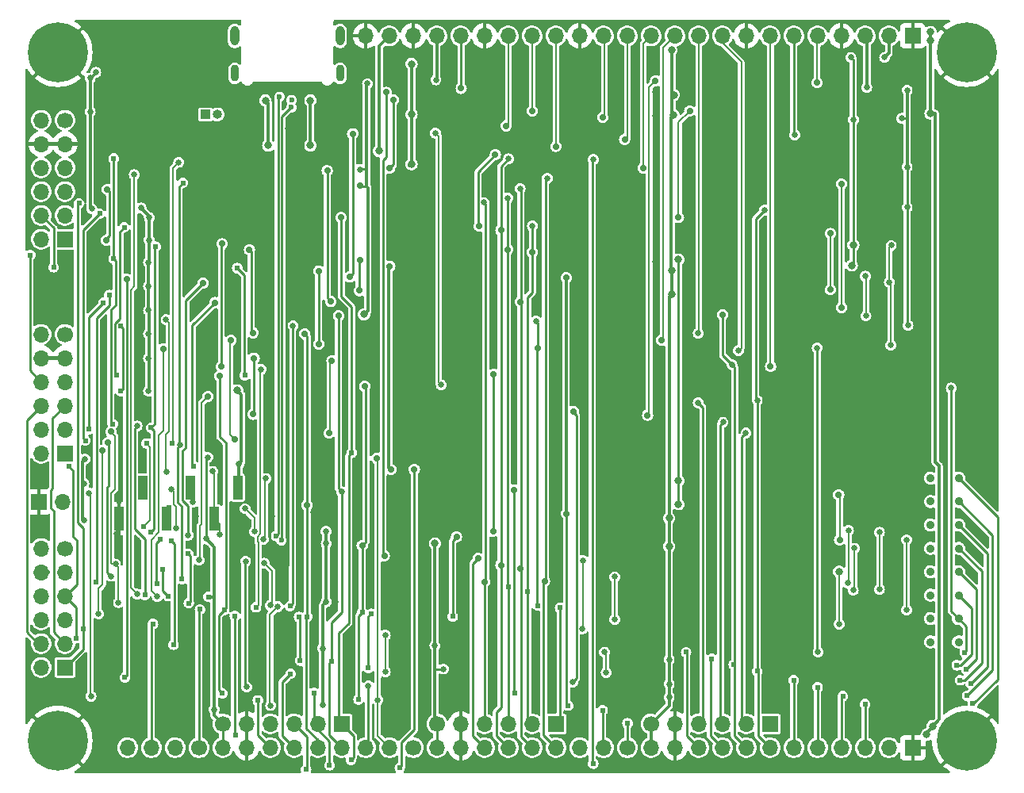
<source format=gbr>
G04 #@! TF.GenerationSoftware,KiCad,Pcbnew,8.0.1-8.0.1-1~ubuntu22.04.1*
G04 #@! TF.CreationDate,2024-04-10T21:28:55-04:00*
G04 #@! TF.ProjectId,tinytapeout-demo,74696e79-7461-4706-956f-75742d64656d,1.1.2*
G04 #@! TF.SameCoordinates,PX35e1f20PY8044ea0*
G04 #@! TF.FileFunction,Copper,L4,Bot*
G04 #@! TF.FilePolarity,Positive*
%FSLAX46Y46*%
G04 Gerber Fmt 4.6, Leading zero omitted, Abs format (unit mm)*
G04 Created by KiCad (PCBNEW 8.0.1-8.0.1-1~ubuntu22.04.1) date 2024-04-10 21:28:55*
%MOMM*%
%LPD*%
G01*
G04 APERTURE LIST*
G04 #@! TA.AperFunction,ComponentPad*
%ADD10C,0.900000*%
G04 #@! TD*
G04 #@! TA.AperFunction,ComponentPad*
%ADD11C,0.620000*%
G04 #@! TD*
G04 #@! TA.AperFunction,ComponentPad*
%ADD12C,6.400000*%
G04 #@! TD*
G04 #@! TA.AperFunction,ComponentPad*
%ADD13O,0.950000X2.100000*%
G04 #@! TD*
G04 #@! TA.AperFunction,ComponentPad*
%ADD14O,0.900000X1.800000*%
G04 #@! TD*
G04 #@! TA.AperFunction,ComponentPad*
%ADD15R,1.700000X1.700000*%
G04 #@! TD*
G04 #@! TA.AperFunction,ComponentPad*
%ADD16O,1.700000X1.700000*%
G04 #@! TD*
G04 #@! TA.AperFunction,ComponentPad*
%ADD17C,1.700000*%
G04 #@! TD*
G04 #@! TA.AperFunction,ComponentPad*
%ADD18R,1.000000X1.000000*%
G04 #@! TD*
G04 #@! TA.AperFunction,ComponentPad*
%ADD19O,1.000000X1.000000*%
G04 #@! TD*
G04 #@! TA.AperFunction,SMDPad,CuDef*
%ADD20R,1.000000X2.510000*%
G04 #@! TD*
G04 #@! TA.AperFunction,ViaPad*
%ADD21C,0.650000*%
G04 #@! TD*
G04 #@! TA.AperFunction,ViaPad*
%ADD22C,0.800000*%
G04 #@! TD*
G04 #@! TA.AperFunction,ViaPad*
%ADD23C,0.620000*%
G04 #@! TD*
G04 #@! TA.AperFunction,ViaPad*
%ADD24C,0.700000*%
G04 #@! TD*
G04 #@! TA.AperFunction,ViaPad*
%ADD25C,0.600000*%
G04 #@! TD*
G04 #@! TA.AperFunction,Conductor*
%ADD26C,0.300000*%
G04 #@! TD*
G04 #@! TA.AperFunction,Conductor*
%ADD27C,0.250000*%
G04 #@! TD*
G04 #@! TA.AperFunction,Conductor*
%ADD28C,0.200000*%
G04 #@! TD*
G04 #@! TA.AperFunction,Conductor*
%ADD29C,0.245000*%
G04 #@! TD*
G04 #@! TA.AperFunction,Conductor*
%ADD30C,0.180000*%
G04 #@! TD*
G04 #@! TA.AperFunction,Conductor*
%ADD31C,0.230000*%
G04 #@! TD*
G04 APERTURE END LIST*
D10*
G04 #@! TO.P,JP7,1,A*
G04 #@! TO.N,out6*
X99900000Y16780000D03*
G04 #@! TO.P,JP7,2,B*
G04 #@! TO.N,Net-(JP7-B)*
X96900000Y16780000D03*
G04 #@! TD*
D11*
G04 #@! TO.P,STITCH1,1*
G04 #@! TO.N,GND*
X27900000Y18700000D03*
G04 #@! TD*
G04 #@! TO.P,STITCH1,1*
G04 #@! TO.N,GND*
X17800000Y24800000D03*
G04 #@! TD*
G04 #@! TO.P,STITCH1,1*
G04 #@! TO.N,GND*
X95800000Y18000000D03*
G04 #@! TD*
G04 #@! TO.P,STITCH1,1*
G04 #@! TO.N,GND*
X54900000Y50100000D03*
G04 #@! TD*
G04 #@! TO.P,STITCH1,1*
G04 #@! TO.N,GND*
X62200000Y55600000D03*
G04 #@! TD*
D10*
G04 #@! TO.P,JP1,1,A*
G04 #@! TO.N,out0*
X99900000Y31780000D03*
G04 #@! TO.P,JP1,2,B*
G04 #@! TO.N,Net-(JP1-B)*
X96900000Y31780000D03*
G04 #@! TD*
D12*
G04 #@! TO.P,MT3,1,1*
G04 #@! TO.N,GND*
X3750000Y77250000D03*
G04 #@! TD*
D11*
G04 #@! TO.P,STITCH1,1*
G04 #@! TO.N,GND*
X87100000Y23000000D03*
G04 #@! TD*
G04 #@! TO.P,STITCH1,1*
G04 #@! TO.N,GND*
X83600000Y75600000D03*
G04 #@! TD*
G04 #@! TO.P,STITCH1,1*
G04 #@! TO.N,GND*
X48600000Y40600000D03*
G04 #@! TD*
G04 #@! TO.P,STITCH1,1*
G04 #@! TO.N,GND*
X30700000Y50650000D03*
G04 #@! TD*
G04 #@! TO.P,STITCH8,1*
G04 #@! TO.N,GND*
X103700000Y64100000D03*
G04 #@! TD*
G04 #@! TO.P,STITCH1,1*
G04 #@! TO.N,GND*
X37600000Y38900000D03*
G04 #@! TD*
G04 #@! TO.P,STITCH1,1*
G04 #@! TO.N,GND*
X700000Y58600000D03*
G04 #@! TD*
D13*
G04 #@! TO.P,J15,S1,SHIELD*
G04 #@! TO.N,Net-(C3-Pad1)*
X33870000Y79000000D03*
D14*
G04 #@! TO.P,J15,S2,SHIELD*
X22630000Y75000000D03*
G04 #@! TO.P,J15,S3,SHIELD*
X33870000Y75000000D03*
D13*
G04 #@! TO.P,J15,S4,SHIELD*
X22630000Y79000000D03*
G04 #@! TD*
D11*
G04 #@! TO.P,STITCH1,1*
G04 #@! TO.N,GND*
X67400000Y75600000D03*
G04 #@! TD*
G04 #@! TO.P,STITCH1,1*
G04 #@! TO.N,GND*
X11200000Y54700000D03*
G04 #@! TD*
D15*
G04 #@! TO.P,J13,1,IO1*
G04 #@! TO.N,in0*
X4500000Y34440000D03*
D16*
G04 #@! TO.P,J13,2,IO2*
G04 #@! TO.N,in2*
X4500000Y36980000D03*
G04 #@! TO.P,J13,3,IO3*
G04 #@! TO.N,out3*
X4500000Y39520000D03*
G04 #@! TO.P,J13,4,IO4*
G04 #@! TO.N,in1*
X4500000Y42060000D03*
G04 #@! TO.P,J13,5,GND*
G04 #@! TO.N,GND*
X4500000Y44600000D03*
D17*
G04 #@! TO.P,J13,6,VCC*
G04 #@! TO.N,+3V3*
X4500000Y47140000D03*
D16*
G04 #@! TO.P,J13,7,IO5*
G04 #@! TO.N,in4*
X1960000Y34440000D03*
G04 #@! TO.P,J13,8,IO6*
G04 #@! TO.N,in6*
X1960000Y36980000D03*
G04 #@! TO.P,J13,9,IO7*
G04 #@! TO.N,out7*
X1960000Y39520000D03*
G04 #@! TO.P,J13,10,IO8*
G04 #@! TO.N,in5*
X1960000Y42060000D03*
G04 #@! TO.P,J13,11,GND*
G04 #@! TO.N,GND*
X1960000Y44600000D03*
G04 #@! TO.P,J13,12,VCC*
G04 #@! TO.N,+3V3*
X1960000Y47140000D03*
G04 #@! TD*
D11*
G04 #@! TO.P,STITCH1,1*
G04 #@! TO.N,GND*
X43900000Y36400000D03*
G04 #@! TD*
G04 #@! TO.P,STITCH1,1*
G04 #@! TO.N,GND*
X31700000Y38900000D03*
G04 #@! TD*
G04 #@! TO.P,STITCH11,1*
G04 #@! TO.N,GND*
X53060000Y800000D03*
G04 #@! TD*
G04 #@! TO.P,STITCH1,1*
G04 #@! TO.N,GND*
X20000000Y48800000D03*
G04 #@! TD*
G04 #@! TO.P,STITCH1,1*
G04 #@! TO.N,GND*
X37600000Y52100000D03*
G04 #@! TD*
G04 #@! TO.P,STITCH1,1*
G04 #@! TO.N,GND*
X62200000Y45300000D03*
G04 #@! TD*
G04 #@! TO.P,STITCH1,1*
G04 #@! TO.N,GND*
X26000000Y20500000D03*
G04 #@! TD*
G04 #@! TO.P,STITCH1,1*
G04 #@! TO.N,GND*
X70900000Y75600000D03*
G04 #@! TD*
G04 #@! TO.P,STITCH1,1*
G04 #@! TO.N,GND*
X74050000Y65100000D03*
G04 #@! TD*
G04 #@! TO.P,STITCH1,1*
G04 #@! TO.N,GND*
X29200000Y63100000D03*
G04 #@! TD*
G04 #@! TO.P,STITCH1,1*
G04 #@! TO.N,GND*
X54700000Y17200000D03*
G04 #@! TD*
G04 #@! TO.P,STITCH1,1*
G04 #@! TO.N,GND*
X62200000Y65300000D03*
G04 #@! TD*
D17*
G04 #@! TO.P,J2,1,Pin_1*
G04 #@! TO.N,in0*
X18810000Y3000000D03*
D16*
G04 #@! TO.P,J2,2,Pin_2*
G04 #@! TO.N,in1*
X16270000Y3000000D03*
G04 #@! TO.P,J2,3,Pin_3*
G04 #@! TO.N,in2*
X13730000Y3000000D03*
G04 #@! TO.P,J2,4,Pin_4*
G04 #@! TO.N,in3*
X11190000Y3000000D03*
G04 #@! TD*
D11*
G04 #@! TO.P,STITCH1,1*
G04 #@! TO.N,GND*
X8900000Y19100000D03*
G04 #@! TD*
G04 #@! TO.P,STITCH1,1*
G04 #@! TO.N,GND*
X38900000Y5600000D03*
G04 #@! TD*
G04 #@! TO.P,STITCH4,1*
G04 #@! TO.N,GND*
X103700000Y44100000D03*
G04 #@! TD*
G04 #@! TO.P,STITCH16,1*
G04 #@! TO.N,GND*
X78460000Y800000D03*
G04 #@! TD*
G04 #@! TO.P,STITCH1,1*
G04 #@! TO.N,GND*
X71300000Y27400000D03*
G04 #@! TD*
G04 #@! TO.P,STITCH1,1*
G04 #@! TO.N,GND*
X83500000Y6800000D03*
G04 #@! TD*
G04 #@! TO.P,STITCH1,1*
G04 #@! TO.N,GND*
X3700000Y9000000D03*
G04 #@! TD*
G04 #@! TO.P,STITCH17,1*
G04 #@! TO.N,GND*
X83540000Y800000D03*
G04 #@! TD*
G04 #@! TO.P,STITCH1,1*
G04 #@! TO.N,GND*
X10300000Y29300000D03*
G04 #@! TD*
G04 #@! TO.P,STITCH1,1*
G04 #@! TO.N,GND*
X29500000Y29950000D03*
G04 #@! TD*
G04 #@! TO.P,STITCH1,1*
G04 #@! TO.N,GND*
X35700000Y5600000D03*
G04 #@! TD*
G04 #@! TO.P,STITCH1,1*
G04 #@! TO.N,GND*
X75200000Y9550000D03*
G04 #@! TD*
G04 #@! TO.P,STITCH1,1*
G04 #@! TO.N,GND*
X48800000Y66000000D03*
G04 #@! TD*
G04 #@! TO.P,STITCH1,1*
G04 #@! TO.N,GND*
X86000000Y37500000D03*
G04 #@! TD*
G04 #@! TO.P,STITCH1,1*
G04 #@! TO.N,GND*
X32400000Y29950000D03*
G04 #@! TD*
G04 #@! TO.P,STITCH1,1*
G04 #@! TO.N,GND*
X66600000Y26500000D03*
G04 #@! TD*
G04 #@! TO.P,STITCH1,1*
G04 #@! TO.N,GND*
X66600000Y23500000D03*
G04 #@! TD*
G04 #@! TO.P,STITCH1,1*
G04 #@! TO.N,GND*
X48100000Y75600000D03*
G04 #@! TD*
G04 #@! TO.P,STITCH1,1*
G04 #@! TO.N,GND*
X35850000Y1200000D03*
G04 #@! TD*
G04 #@! TO.P,STITCH1,1*
G04 #@! TO.N,GND*
X15850000Y71800000D03*
G04 #@! TD*
G04 #@! TO.P,STITCH1,1*
G04 #@! TO.N,GND*
X50100000Y17200000D03*
G04 #@! TD*
G04 #@! TO.P,STITCH6,1*
G04 #@! TO.N,GND*
X42900000Y800000D03*
G04 #@! TD*
G04 #@! TO.P,STITCH1,1*
G04 #@! TO.N,GND*
X29200000Y57000000D03*
G04 #@! TD*
G04 #@! TO.P,STITCH1,1*
G04 #@! TO.N,GND*
X3400000Y49500000D03*
G04 #@! TD*
G04 #@! TO.P,STITCH1,1*
G04 #@! TO.N,GND*
X86000000Y43100000D03*
G04 #@! TD*
G04 #@! TO.P,STITCH1,1*
G04 #@! TO.N,GND*
X35500000Y19000000D03*
G04 #@! TD*
G04 #@! TO.P,STITCH1,1*
G04 #@! TO.N,GND*
X31100000Y10300000D03*
G04 #@! TD*
G04 #@! TO.P,STITCH1,1*
G04 #@! TO.N,GND*
X59950000Y27100000D03*
G04 #@! TD*
G04 #@! TO.P,STITCH1,1*
G04 #@! TO.N,GND*
X26000000Y63000000D03*
G04 #@! TD*
G04 #@! TO.P,STITCH1,1*
G04 #@! TO.N,GND*
X63300000Y75600000D03*
G04 #@! TD*
D10*
G04 #@! TO.P,JP3,1,A*
G04 #@! TO.N,out2*
X99900000Y26780000D03*
G04 #@! TO.P,JP3,2,B*
G04 #@! TO.N,Net-(JP3-B)*
X96900000Y26780000D03*
G04 #@! TD*
D11*
G04 #@! TO.P,STITCH1,1*
G04 #@! TO.N,GND*
X900000Y72300000D03*
G04 #@! TD*
D18*
G04 #@! TO.P,J19,1,Pin_1*
G04 #@! TO.N,/1v8B*
X19500000Y70600000D03*
D19*
G04 #@! TO.P,J19,2,Pin_2*
G04 #@! TO.N,/1v8A*
X20770000Y70600000D03*
G04 #@! TD*
D11*
G04 #@! TO.P,STITCH1,1*
G04 #@! TO.N,GND*
X96800000Y6800000D03*
G04 #@! TD*
G04 #@! TO.P,STITCH1,1*
G04 #@! TO.N,GND*
X19600000Y9400000D03*
G04 #@! TD*
G04 #@! TO.P,STITCH7,1*
G04 #@! TO.N,GND*
X103700000Y59100000D03*
G04 #@! TD*
G04 #@! TO.P,STITCH13,1*
G04 #@! TO.N,GND*
X63220000Y800000D03*
G04 #@! TD*
G04 #@! TO.P,STITCH1,1*
G04 #@! TO.N,GND*
X12400000Y71800000D03*
G04 #@! TD*
D10*
G04 #@! TO.P,JP8,1,A*
G04 #@! TO.N,out7*
X99900000Y14280000D03*
G04 #@! TO.P,JP8,2,B*
G04 #@! TO.N,Net-(JP8-B)*
X96900000Y14280000D03*
G04 #@! TD*
D11*
G04 #@! TO.P,STITCH1,1*
G04 #@! TO.N,GND*
X59100000Y9200000D03*
G04 #@! TD*
D17*
G04 #@! TO.P,J8,1,Pin_1*
G04 #@! TO.N,uio0*
X64545000Y3000000D03*
D16*
G04 #@! TO.P,J8,2,Pin_2*
G04 #@! TO.N,uio1*
X62005000Y3000000D03*
G04 #@! TO.P,J8,3,Pin_3*
G04 #@! TO.N,uio2*
X59465000Y3000000D03*
G04 #@! TD*
D11*
G04 #@! TO.P,STITCH1,1*
G04 #@! TO.N,GND*
X12500000Y5200000D03*
G04 #@! TD*
G04 #@! TO.P,STITCH1,1*
G04 #@! TO.N,GND*
X72800000Y70250000D03*
G04 #@! TD*
G04 #@! TO.P,STITCH1,1*
G04 #@! TO.N,GND*
X10700000Y65600000D03*
G04 #@! TD*
G04 #@! TO.P,STITCH1,1*
G04 #@! TO.N,GND*
X80700000Y14200000D03*
G04 #@! TD*
D15*
G04 #@! TO.P,J12,1,IO1*
G04 #@! TO.N,out4*
X4500000Y11580000D03*
D16*
G04 #@! TO.P,J12,2,IO2*
G04 #@! TO.N,out3*
X4500000Y14120000D03*
G04 #@! TO.P,J12,3,IO3*
G04 #@! TO.N,in2*
X4500000Y16660000D03*
G04 #@! TO.P,J12,4,IO4*
G04 #@! TO.N,out5*
X4500000Y19200000D03*
G04 #@! TO.P,J12,5,GND*
G04 #@! TO.N,GND*
X4500000Y21740000D03*
D17*
G04 #@! TO.P,J12,6,VCC*
G04 #@! TO.N,+3V3*
X4500000Y24280000D03*
D16*
G04 #@! TO.P,J12,7,IO5*
G04 #@! TO.N,uio0*
X1960000Y11580000D03*
G04 #@! TO.P,J12,8,IO6*
G04 #@! TO.N,out7*
X1960000Y14120000D03*
G04 #@! TO.P,J12,9,IO7*
G04 #@! TO.N,uio2*
X1960000Y16660000D03*
G04 #@! TO.P,J12,10,IO8*
G04 #@! TO.N,uio1*
X1960000Y19200000D03*
G04 #@! TO.P,J12,11,GND*
G04 #@! TO.N,GND*
X1960000Y21740000D03*
G04 #@! TO.P,J12,12,VCC*
G04 #@! TO.N,+3V3*
X1960000Y24280000D03*
G04 #@! TD*
D11*
G04 #@! TO.P,STITCH1,1*
G04 #@! TO.N,GND*
X101400000Y26600000D03*
G04 #@! TD*
G04 #@! TO.P,STITCH1,1*
G04 #@! TO.N,GND*
X22800000Y43300000D03*
G04 #@! TD*
G04 #@! TO.P,STITCH1,1*
G04 #@! TO.N,GND*
X96200000Y43100000D03*
G04 #@! TD*
G04 #@! TO.P,STITCH1,1*
G04 #@! TO.N,GND*
X7200000Y34800000D03*
G04 #@! TD*
G04 #@! TO.P,STITCH1,1*
G04 #@! TO.N,GND*
X35500000Y26400000D03*
G04 #@! TD*
G04 #@! TO.P,STITCH1,1*
G04 #@! TO.N,GND*
X86200000Y75600000D03*
G04 #@! TD*
G04 #@! TO.P,STITCH1,1*
G04 #@! TO.N,GND*
X29500000Y45000000D03*
G04 #@! TD*
G04 #@! TO.P,STITCH1,1*
G04 #@! TO.N,GND*
X90100000Y59200000D03*
G04 #@! TD*
G04 #@! TO.P,STITCH1,1*
G04 #@! TO.N,GND*
X43900000Y27100000D03*
G04 #@! TD*
G04 #@! TO.P,STITCH1,1*
G04 #@! TO.N,GND*
X71300000Y32600000D03*
G04 #@! TD*
G04 #@! TO.P,STITCH1,1*
G04 #@! TO.N,GND*
X37100000Y19000000D03*
G04 #@! TD*
G04 #@! TO.P,STITCH1,1*
G04 #@! TO.N,GND*
X31250000Y24950000D03*
G04 #@! TD*
G04 #@! TO.P,STITCH1,1*
G04 #@! TO.N,GND*
X88800000Y6800000D03*
G04 #@! TD*
D15*
G04 #@! TO.P,J3,1,IO1*
G04 #@! TO.N,in0*
X34045000Y5545000D03*
D16*
G04 #@! TO.P,J3,2,IO2*
G04 #@! TO.N,in1*
X31505000Y5545000D03*
G04 #@! TO.P,J3,3,IO3*
G04 #@! TO.N,in2*
X28965000Y5545000D03*
G04 #@! TO.P,J3,4,IO4*
G04 #@! TO.N,in3*
X26425000Y5545000D03*
G04 #@! TO.P,J3,5,GND*
G04 #@! TO.N,GND*
X23885000Y5545000D03*
D17*
G04 #@! TO.P,J3,6,VCC*
G04 #@! TO.N,+3V3*
X21345000Y5545000D03*
D16*
G04 #@! TO.P,J3,7,IO5*
G04 #@! TO.N,in4*
X34045000Y3005000D03*
G04 #@! TO.P,J3,8,IO6*
G04 #@! TO.N,in5*
X31505000Y3005000D03*
G04 #@! TO.P,J3,9,IO7*
G04 #@! TO.N,in6*
X28965000Y3005000D03*
G04 #@! TO.P,J3,10,IO8*
G04 #@! TO.N,in7*
X26425000Y3005000D03*
G04 #@! TO.P,J3,11,GND*
G04 #@! TO.N,GND*
X23885000Y3005000D03*
G04 #@! TO.P,J3,12,VCC*
G04 #@! TO.N,+3V3*
X21345000Y3005000D03*
G04 #@! TD*
D11*
G04 #@! TO.P,STITCH1,1*
G04 #@! TO.N,GND*
X66600000Y31600000D03*
G04 #@! TD*
G04 #@! TO.P,STITCH1,1*
G04 #@! TO.N,GND*
X19600000Y59900000D03*
G04 #@! TD*
G04 #@! TO.P,STITCH1,1*
G04 #@! TO.N,GND*
X12500000Y13100000D03*
G04 #@! TD*
G04 #@! TO.P,STITCH1,1*
G04 #@! TO.N,GND*
X35200000Y72200000D03*
G04 #@! TD*
G04 #@! TO.P,STITCH1,1*
G04 #@! TO.N,GND*
X34400000Y10300000D03*
G04 #@! TD*
G04 #@! TO.P,STITCH1,1*
G04 #@! TO.N,GND*
X73600000Y75600000D03*
G04 #@! TD*
D12*
G04 #@! TO.P,MT4,1,1*
G04 #@! TO.N,GND*
X100750000Y77250000D03*
G04 #@! TD*
D11*
G04 #@! TO.P,STITCH3,1*
G04 #@! TO.N,GND*
X103700000Y39100000D03*
G04 #@! TD*
G04 #@! TO.P,STITCH1,1*
G04 #@! TO.N,GND*
X23600000Y8100000D03*
G04 #@! TD*
G04 #@! TO.P,STITCH1,1*
G04 #@! TO.N,GND*
X35700000Y32900000D03*
G04 #@! TD*
G04 #@! TO.P,STITCH1,1*
G04 #@! TO.N,GND*
X12500000Y49700000D03*
G04 #@! TD*
D12*
G04 #@! TO.P,MT2,1,1*
G04 #@! TO.N,GND*
X100750000Y3750000D03*
G04 #@! TD*
D11*
G04 #@! TO.P,STITCH6,1*
G04 #@! TO.N,GND*
X12500000Y700000D03*
G04 #@! TD*
G04 #@! TO.P,STITCH1,1*
G04 #@! TO.N,GND*
X77650000Y9500000D03*
G04 #@! TD*
G04 #@! TO.P,STITCH1,1*
G04 #@! TO.N,GND*
X34500000Y14800000D03*
G04 #@! TD*
G04 #@! TO.P,STITCH1,1*
G04 #@! TO.N,GND*
X71300000Y22100000D03*
G04 #@! TD*
G04 #@! TO.P,STITCH1,1*
G04 #@! TO.N,GND*
X71200000Y59400000D03*
G04 #@! TD*
G04 #@! TO.P,STITCH1,1*
G04 #@! TO.N,GND*
X53100000Y75600000D03*
G04 #@! TD*
G04 #@! TO.P,STITCH1,1*
G04 #@! TO.N,GND*
X12500000Y45700000D03*
G04 #@! TD*
D15*
G04 #@! TO.P,J5,1,IO1*
G04 #@! TO.N,uio0*
X56905000Y5545000D03*
D16*
G04 #@! TO.P,J5,2,IO2*
G04 #@! TO.N,uio1*
X54365000Y5545000D03*
G04 #@! TO.P,J5,3,IO3*
G04 #@! TO.N,uio2*
X51825000Y5545000D03*
G04 #@! TO.P,J5,4,IO4*
G04 #@! TO.N,uio3*
X49285000Y5545000D03*
G04 #@! TO.P,J5,5,GND*
G04 #@! TO.N,GND*
X46745000Y5545000D03*
D17*
G04 #@! TO.P,J5,6,VCC*
G04 #@! TO.N,+3V3*
X44205000Y5545000D03*
D16*
G04 #@! TO.P,J5,7,IO5*
G04 #@! TO.N,uio4*
X56905000Y3005000D03*
G04 #@! TO.P,J5,8,IO6*
G04 #@! TO.N,uio5*
X54365000Y3005000D03*
G04 #@! TO.P,J5,9,IO7*
G04 #@! TO.N,uio6*
X51825000Y3005000D03*
G04 #@! TO.P,J5,10,IO8*
G04 #@! TO.N,uio7*
X49285000Y3005000D03*
G04 #@! TO.P,J5,11,GND*
G04 #@! TO.N,GND*
X46745000Y3005000D03*
G04 #@! TO.P,J5,12,VCC*
G04 #@! TO.N,+3V3*
X44205000Y3005000D03*
G04 #@! TD*
D11*
G04 #@! TO.P,STITCH1,1*
G04 #@! TO.N,GND*
X10300000Y39000000D03*
G04 #@! TD*
G04 #@! TO.P,STITCH1,1*
G04 #@! TO.N,GND*
X38800000Y17500000D03*
G04 #@! TD*
G04 #@! TO.P,STITCH18,1*
G04 #@! TO.N,GND*
X88620000Y800000D03*
G04 #@! TD*
G04 #@! TO.P,STITCH9,1*
G04 #@! TO.N,GND*
X103700000Y69100000D03*
G04 #@! TD*
D10*
G04 #@! TO.P,JP2,1,A*
G04 #@! TO.N,out1*
X99900000Y29280000D03*
G04 #@! TO.P,JP2,2,B*
G04 #@! TO.N,Net-(JP2-B)*
X96900000Y29280000D03*
G04 #@! TD*
D11*
G04 #@! TO.P,STITCH1,1*
G04 #@! TO.N,GND*
X50200000Y44900000D03*
G04 #@! TD*
G04 #@! TO.P,STITCH1,1*
G04 #@! TO.N,GND*
X56600000Y55500000D03*
G04 #@! TD*
G04 #@! TO.P,STITCH1,1*
G04 #@! TO.N,GND*
X71300000Y46300000D03*
G04 #@! TD*
G04 #@! TO.P,STITCH1,1*
G04 #@! TO.N,GND*
X700000Y12900000D03*
G04 #@! TD*
G04 #@! TO.P,STITCH1,1*
G04 #@! TO.N,GND*
X81100000Y75600000D03*
G04 #@! TD*
G04 #@! TO.P,STITCH1,1*
G04 #@! TO.N,GND*
X62200000Y19100000D03*
G04 #@! TD*
G04 #@! TO.P,STITCH1,1*
G04 #@! TO.N,GND*
X59800000Y39000000D03*
G04 #@! TD*
G04 #@! TO.P,STITCH1,1*
G04 #@! TO.N,GND*
X8500000Y13100000D03*
G04 #@! TD*
G04 #@! TO.P,STITCH1,1*
G04 #@! TO.N,GND*
X63200000Y6300000D03*
G04 #@! TD*
G04 #@! TO.P,STITCH14,1*
G04 #@! TO.N,GND*
X68300000Y800000D03*
G04 #@! TD*
G04 #@! TO.P,STITCH1,1*
G04 #@! TO.N,GND*
X12300000Y20400000D03*
G04 #@! TD*
D15*
G04 #@! TO.P,J10,1,Pin_1*
G04 #@! TO.N,GND*
X1690000Y29260000D03*
D16*
G04 #@! TO.P,J10,2,Pin_2*
G04 #@! TO.N,/RP2040/RUN*
X4230000Y29260000D03*
G04 #@! TD*
D11*
G04 #@! TO.P,STITCH1,1*
G04 #@! TO.N,GND*
X24400000Y18700000D03*
G04 #@! TD*
G04 #@! TO.P,STITCH1,1*
G04 #@! TO.N,GND*
X8600000Y58200000D03*
G04 #@! TD*
D17*
G04 #@! TO.P,J17,1,Pin_1*
G04 #@! TO.N,uio3*
X41700000Y3000000D03*
D16*
G04 #@! TO.P,J17,2,Pin_2*
G04 #@! TO.N,~{project_rst}*
X39160000Y3000000D03*
G04 #@! TO.P,J17,3,Pin_3*
G04 #@! TO.N,project_clk*
X36620000Y3000000D03*
G04 #@! TD*
D11*
G04 #@! TO.P,STITCH1,1*
G04 #@! TO.N,GND*
X92900000Y23000000D03*
G04 #@! TD*
G04 #@! TO.P,STITCH1,1*
G04 #@! TO.N,GND*
X59600000Y7450000D03*
G04 #@! TD*
G04 #@! TO.P,STITCH1,1*
G04 #@! TO.N,GND*
X20000000Y44600000D03*
G04 #@! TD*
G04 #@! TO.P,STITCH1,1*
G04 #@! TO.N,GND*
X73550000Y14200000D03*
G04 #@! TD*
D15*
G04 #@! TO.P,J9,1,Pin_1*
G04 #@! TO.N,GND*
X95000000Y79000000D03*
D16*
G04 #@! TO.P,J9,2,Pin_2*
G04 #@! TO.N,+1V8*
X92460000Y79000000D03*
G04 #@! TO.P,J9,3,Pin_3*
G04 #@! TO.N,+3V3*
X89920000Y79000000D03*
G04 #@! TO.P,J9,4,Pin_4*
G04 #@! TO.N,GND*
X87380000Y79000000D03*
G04 #@! TO.P,J9,5,Pin_5*
G04 #@! TO.N,usrclk2*
X84840000Y79000000D03*
G04 #@! TO.P,J9,6,Pin_6*
G04 #@! TO.N,HK_SCK*
X82300000Y79000000D03*
G04 #@! TO.P,J9,7,Pin_7*
G04 #@! TO.N,HK_CSB*
X79760000Y79000000D03*
G04 #@! TO.P,J9,8,Pin_8*
G04 #@! TO.N,GND*
X77220000Y79000000D03*
G04 #@! TO.P,J9,9,Pin_9*
G04 #@! TO.N,HK_SDI*
X74680000Y79000000D03*
G04 #@! TO.P,J9,10,Pin_10*
G04 #@! TO.N,HK_SDO*
X72140000Y79000000D03*
G04 #@! TO.P,J9,11,Pin_11*
G04 #@! TO.N,mprj_io0*
X69600000Y79000000D03*
G04 #@! TO.P,J9,12,Pin_12*
G04 #@! TO.N,~{ctrl_sel_rst}*
X67060000Y79000000D03*
G04 #@! TO.P,J9,13,Pin_13*
G04 #@! TO.N,mio37*
X64520000Y79000000D03*
G04 #@! TO.P,J9,14,Pin_14*
G04 #@! TO.N,ctrl_sel_inc*
X61980000Y79000000D03*
G04 #@! TO.P,J9,15,Pin_15*
G04 #@! TO.N,GND*
X59440000Y79000000D03*
G04 #@! TO.P,J9,16,Pin_16*
G04 #@! TO.N,mio35*
X56900000Y79000000D03*
G04 #@! TO.P,J9,17,Pin_17*
G04 #@! TO.N,ctrl_ena*
X54360000Y79000000D03*
G04 #@! TO.P,J9,18,Pin_18*
G04 #@! TO.N,mio33*
X51820000Y79000000D03*
G04 #@! TO.P,J9,19,Pin_19*
G04 #@! TO.N,GND*
X49280000Y79000000D03*
G04 #@! TO.P,J9,20,Pin_20*
G04 #@! TO.N,RPIO29*
X46740000Y79000000D03*
G04 #@! TO.P,J9,21,Pin_21*
G04 #@! TO.N,+3V3*
X44200000Y79000000D03*
G04 #@! TO.P,J9,22,Pin_22*
G04 #@! TO.N,GND*
X41660000Y79000000D03*
G04 #@! TO.P,J9,23,Pin_23*
G04 #@! TO.N,+5V*
X39120000Y79000000D03*
G04 #@! TO.P,J9,24,Pin_24*
G04 #@! TO.N,GND*
X36580000Y79000000D03*
G04 #@! TD*
D11*
G04 #@! TO.P,STITCH1,1*
G04 #@! TO.N,GND*
X85300000Y65100000D03*
G04 #@! TD*
G04 #@! TO.P,STITCH1,1*
G04 #@! TO.N,GND*
X37200000Y10500000D03*
G04 #@! TD*
G04 #@! TO.P,STITCH1,1*
G04 #@! TO.N,GND*
X43600000Y41300000D03*
G04 #@! TD*
G04 #@! TO.P,STITCH1,1*
G04 #@! TO.N,GND*
X62200000Y27100000D03*
G04 #@! TD*
G04 #@! TO.P,STITCH1,1*
G04 #@! TO.N,GND*
X101400000Y21500000D03*
G04 #@! TD*
G04 #@! TO.P,STITCH1,1*
G04 #@! TO.N,GND*
X19700000Y5200000D03*
G04 #@! TD*
G04 #@! TO.P,STITCH1,1*
G04 #@! TO.N,GND*
X19600000Y16700000D03*
G04 #@! TD*
G04 #@! TO.P,STITCH1,1*
G04 #@! TO.N,GND*
X55700000Y75600000D03*
G04 #@! TD*
G04 #@! TO.P,STITCH1,1*
G04 #@! TO.N,GND*
X74400000Y73500000D03*
G04 #@! TD*
G04 #@! TO.P,STITCH1,1*
G04 #@! TO.N,GND*
X8450000Y67550000D03*
G04 #@! TD*
G04 #@! TO.P,STITCH1,1*
G04 #@! TO.N,GND*
X103800000Y8750000D03*
G04 #@! TD*
G04 #@! TO.P,STITCH6,1*
G04 #@! TO.N,GND*
X103700000Y54100000D03*
G04 #@! TD*
G04 #@! TO.P,STITCH1,1*
G04 #@! TO.N,GND*
X93400000Y55100000D03*
G04 #@! TD*
D10*
G04 #@! TO.P,JP5,1,A*
G04 #@! TO.N,out4*
X99900000Y21780000D03*
G04 #@! TO.P,JP5,2,B*
G04 #@! TO.N,Net-(JP5-B)*
X96900000Y21780000D03*
G04 #@! TD*
D11*
G04 #@! TO.P,STITCH1,1*
G04 #@! TO.N,GND*
X24500000Y22400000D03*
G04 #@! TD*
G04 #@! TO.P,STITCH1,1*
G04 #@! TO.N,GND*
X26600000Y38900000D03*
G04 #@! TD*
G04 #@! TO.P,STITCH1,1*
G04 #@! TO.N,GND*
X39400000Y1200000D03*
G04 #@! TD*
G04 #@! TO.P,STITCH1,1*
G04 #@! TO.N,GND*
X95300000Y73600000D03*
G04 #@! TD*
G04 #@! TO.P,STITCH1,1*
G04 #@! TO.N,GND*
X62200000Y41100000D03*
G04 #@! TD*
G04 #@! TO.P,STITCH1,1*
G04 #@! TO.N,GND*
X62200000Y34000000D03*
G04 #@! TD*
G04 #@! TO.P,STITCH1,1*
G04 #@! TO.N,GND*
X56700000Y19100000D03*
G04 #@! TD*
G04 #@! TO.P,STITCH1,1*
G04 #@! TO.N,GND*
X24000000Y73300000D03*
G04 #@! TD*
G04 #@! TO.P,STITCH10,1*
G04 #@! TO.N,GND*
X47980000Y800000D03*
G04 #@! TD*
G04 #@! TO.P,STITCH1,1*
G04 #@! TO.N,GND*
X24200000Y33300000D03*
G04 #@! TD*
G04 #@! TO.P,STITCH1,1*
G04 #@! TO.N,GND*
X20200000Y57300000D03*
G04 #@! TD*
G04 #@! TO.P,STITCH1,1*
G04 #@! TO.N,GND*
X54600000Y8900000D03*
G04 #@! TD*
G04 #@! TO.P,STITCH1,1*
G04 #@! TO.N,GND*
X71600000Y12000000D03*
G04 #@! TD*
D15*
G04 #@! TO.P,J14,1,IO1*
G04 #@! TO.N,uio4*
X4500000Y57300000D03*
D16*
G04 #@! TO.P,J14,2,IO2*
G04 #@! TO.N,uio6*
X4500000Y59840000D03*
G04 #@! TO.P,J14,3,IO3*
G04 #@! TO.N,uio3*
X4500000Y62380000D03*
G04 #@! TO.P,J14,4,IO4*
G04 #@! TO.N,uio5*
X4500000Y64920000D03*
G04 #@! TO.P,J14,5,GND*
G04 #@! TO.N,GND*
X4500000Y67460000D03*
D17*
G04 #@! TO.P,J14,6,VCC*
G04 #@! TO.N,+3V3*
X4500000Y70000000D03*
D16*
G04 #@! TO.P,J14,7,IO5*
G04 #@! TO.N,out1*
X1960000Y57300000D03*
G04 #@! TO.P,J14,8,IO6*
G04 #@! TO.N,in7*
X1960000Y59840000D03*
G04 #@! TO.P,J14,9,IO7*
G04 #@! TO.N,out0*
X1960000Y62380000D03*
G04 #@! TO.P,J14,10,IO8*
G04 #@! TO.N,in2*
X1960000Y64920000D03*
G04 #@! TO.P,J14,11,GND*
G04 #@! TO.N,GND*
X1960000Y67460000D03*
G04 #@! TO.P,J14,12,VCC*
G04 #@! TO.N,+3V3*
X1960000Y70000000D03*
G04 #@! TD*
D11*
G04 #@! TO.P,STITCH1,1*
G04 #@! TO.N,GND*
X103700000Y29100000D03*
G04 #@! TD*
G04 #@! TO.P,STITCH2,1*
G04 #@! TO.N,GND*
X103700000Y34100000D03*
G04 #@! TD*
G04 #@! TO.P,STITCH1,1*
G04 #@! TO.N,GND*
X53000000Y69500000D03*
G04 #@! TD*
G04 #@! TO.P,STITCH1,1*
G04 #@! TO.N,GND*
X71200000Y50900000D03*
G04 #@! TD*
D10*
G04 #@! TO.P,JP6,1,A*
G04 #@! TO.N,out5*
X99900000Y19280000D03*
G04 #@! TO.P,JP6,2,B*
G04 #@! TO.N,Net-(JP6-B)*
X96900000Y19280000D03*
G04 #@! TD*
D11*
G04 #@! TO.P,STITCH1,1*
G04 #@! TO.N,GND*
X86000000Y31400000D03*
G04 #@! TD*
G04 #@! TO.P,STITCH1,1*
G04 #@! TO.N,GND*
X90050000Y23000000D03*
G04 #@! TD*
G04 #@! TO.P,STITCH1,1*
G04 #@! TO.N,GND*
X92950000Y14200000D03*
G04 #@! TD*
D15*
G04 #@! TO.P,J1,1,Pin_1*
G04 #@! TO.N,GND*
X95000000Y3000000D03*
D16*
G04 #@! TO.P,J1,2,Pin_2*
G04 #@! TO.N,+5V*
X92460000Y3000000D03*
G04 #@! TO.P,J1,3,Pin_3*
G04 #@! TO.N,out0*
X89920000Y3000000D03*
G04 #@! TO.P,J1,4,Pin_4*
G04 #@! TO.N,out1*
X87380000Y3000000D03*
G04 #@! TO.P,J1,5,Pin_5*
G04 #@! TO.N,out2*
X84840000Y3000000D03*
G04 #@! TO.P,J1,6,Pin_6*
G04 #@! TO.N,out3*
X82300000Y3000000D03*
G04 #@! TD*
D11*
G04 #@! TO.P,STITCH1,1*
G04 #@! TO.N,GND*
X91800000Y75600000D03*
G04 #@! TD*
G04 #@! TO.P,STITCH1,1*
G04 #@! TO.N,GND*
X12500000Y41900000D03*
G04 #@! TD*
G04 #@! TO.P,STITCH1,1*
G04 #@! TO.N,GND*
X52000000Y62800000D03*
G04 #@! TD*
G04 #@! TO.P,STITCH1,1*
G04 #@! TO.N,GND*
X56500000Y30300000D03*
G04 #@! TD*
G04 #@! TO.P,STITCH1,1*
G04 #@! TO.N,GND*
X71200000Y65200000D03*
G04 #@! TD*
G04 #@! TO.P,STITCH1,1*
G04 #@! TO.N,GND*
X32800000Y73300000D03*
G04 #@! TD*
G04 #@! TO.P,STITCH5,1*
G04 #@! TO.N,GND*
X103700000Y49100000D03*
G04 #@! TD*
G04 #@! TO.P,STITCH1,1*
G04 #@! TO.N,GND*
X78900000Y73500000D03*
G04 #@! TD*
G04 #@! TO.P,STITCH1,1*
G04 #@! TO.N,GND*
X8100000Y62600000D03*
G04 #@! TD*
G04 #@! TO.P,STITCH1,1*
G04 #@! TO.N,GND*
X59400000Y75600000D03*
G04 #@! TD*
G04 #@! TO.P,STITCH1,1*
G04 #@! TO.N,GND*
X37800000Y41500000D03*
G04 #@! TD*
G04 #@! TO.P,STITCH1,1*
G04 #@! TO.N,GND*
X7150000Y32150000D03*
G04 #@! TD*
G04 #@! TO.P,STITCH1,1*
G04 #@! TO.N,GND*
X24400000Y59900000D03*
G04 #@! TD*
G04 #@! TO.P,STITCH1,1*
G04 #@! TO.N,GND*
X8700000Y41900000D03*
G04 #@! TD*
G04 #@! TO.P,STITCH1,1*
G04 #@! TO.N,GND*
X97700000Y71700000D03*
G04 #@! TD*
G04 #@! TO.P,STITCH1,1*
G04 #@! TO.N,GND*
X17600000Y13900000D03*
G04 #@! TD*
D15*
G04 #@! TO.P,J6,1,IO1*
G04 #@! TO.N,out0*
X79765000Y5545000D03*
D16*
G04 #@! TO.P,J6,2,IO2*
G04 #@! TO.N,out1*
X77225000Y5545000D03*
G04 #@! TO.P,J6,3,IO3*
G04 #@! TO.N,out2*
X74685000Y5545000D03*
G04 #@! TO.P,J6,4,IO4*
G04 #@! TO.N,out3*
X72145000Y5545000D03*
G04 #@! TO.P,J6,5,GND*
G04 #@! TO.N,GND*
X69605000Y5545000D03*
D17*
G04 #@! TO.P,J6,6,VCC*
G04 #@! TO.N,+3V3*
X67065000Y5545000D03*
D16*
G04 #@! TO.P,J6,7,IO5*
G04 #@! TO.N,out4*
X79765000Y3005000D03*
G04 #@! TO.P,J6,8,IO6*
G04 #@! TO.N,out5*
X77225000Y3005000D03*
G04 #@! TO.P,J6,9,IO7*
G04 #@! TO.N,out6*
X74685000Y3005000D03*
G04 #@! TO.P,J6,10,IO8*
G04 #@! TO.N,out7*
X72145000Y3005000D03*
G04 #@! TO.P,J6,11,GND*
G04 #@! TO.N,GND*
X69605000Y3005000D03*
G04 #@! TO.P,J6,12,VCC*
G04 #@! TO.N,+3V3*
X67065000Y3005000D03*
G04 #@! TD*
D10*
G04 #@! TO.P,JP4,1,A*
G04 #@! TO.N,out3*
X99900000Y24280000D03*
G04 #@! TO.P,JP4,2,B*
G04 #@! TO.N,Net-(JP4-B)*
X96900000Y24280000D03*
G04 #@! TD*
D11*
G04 #@! TO.P,STITCH15,1*
G04 #@! TO.N,GND*
X73380000Y800000D03*
G04 #@! TD*
G04 #@! TO.P,STITCH12,1*
G04 #@! TO.N,GND*
X58140000Y800000D03*
G04 #@! TD*
G04 #@! TO.P,STITCH1,1*
G04 #@! TO.N,GND*
X43900000Y31500000D03*
G04 #@! TD*
G04 #@! TO.P,STITCH1,1*
G04 #@! TO.N,GND*
X700000Y63600000D03*
G04 #@! TD*
G04 #@! TO.P,STITCH1,1*
G04 #@! TO.N,GND*
X31900000Y67200000D03*
G04 #@! TD*
G04 #@! TO.P,STITCH1,1*
G04 #@! TO.N,GND*
X8600000Y54800000D03*
G04 #@! TD*
G04 #@! TO.P,STITCH1,1*
G04 #@! TO.N,GND*
X89550000Y55050000D03*
G04 #@! TD*
G04 #@! TO.P,STITCH1,1*
G04 #@! TO.N,GND*
X96200000Y37500000D03*
G04 #@! TD*
G04 #@! TO.P,STITCH1,1*
G04 #@! TO.N,GND*
X66600000Y29000000D03*
G04 #@! TD*
G04 #@! TO.P,STITCH1,1*
G04 #@! TO.N,GND*
X62200000Y50300000D03*
G04 #@! TD*
G04 #@! TO.P,STITCH1,1*
G04 #@! TO.N,GND*
X88700000Y49400000D03*
G04 #@! TD*
G04 #@! TO.P,STITCH1,1*
G04 #@! TO.N,GND*
X101400000Y24100000D03*
G04 #@! TD*
G04 #@! TO.P,STITCH1,1*
G04 #@! TO.N,GND*
X50300000Y20700000D03*
G04 #@! TD*
G04 #@! TO.P,STITCH1,1*
G04 #@! TO.N,GND*
X8100000Y73600000D03*
G04 #@! TD*
G04 #@! TO.P,STITCH1,1*
G04 #@! TO.N,GND*
X95800000Y25600000D03*
G04 #@! TD*
G04 #@! TO.P,STITCH1,1*
G04 #@! TO.N,GND*
X42600000Y6400000D03*
G04 #@! TD*
G04 #@! TO.P,STITCH1,1*
G04 #@! TO.N,GND*
X86850000Y14200000D03*
G04 #@! TD*
G04 #@! TO.P,STITCH1,1*
G04 #@! TO.N,GND*
X31400000Y44500000D03*
G04 #@! TD*
G04 #@! TO.P,STITCH1,1*
G04 #@! TO.N,GND*
X18200000Y63000000D03*
G04 #@! TD*
D12*
G04 #@! TO.P,MT1,1,1*
G04 #@! TO.N,GND*
X3750000Y3750000D03*
G04 #@! TD*
D11*
G04 #@! TO.P,STITCH1,1*
G04 #@! TO.N,GND*
X37600000Y57000000D03*
G04 #@! TD*
G04 #@! TO.P,STITCH1,1*
G04 #@! TO.N,GND*
X95900000Y59400000D03*
G04 #@! TD*
G04 #@! TO.P,STITCH1,1*
G04 #@! TO.N,GND*
X28000000Y22200000D03*
G04 #@! TD*
G04 #@! TO.P,STITCH1,1*
G04 #@! TO.N,GND*
X11250000Y80200000D03*
G04 #@! TD*
G04 #@! TO.P,STITCH1,1*
G04 #@! TO.N,GND*
X71300000Y38800000D03*
G04 #@! TD*
D20*
G04 #@! TO.P,J11,1,Pin_1*
G04 #@! TO.N,+3V3*
X22950000Y30775000D03*
G04 #@! TO.P,J11,2,Pin_2*
G04 #@! TO.N,boot_mode*
X20410000Y27465000D03*
G04 #@! TO.P,J11,3,Pin_3*
G04 #@! TO.N,/RP2040/QSPI_CLK*
X17870000Y30775000D03*
G04 #@! TO.P,J11,4,Pin_4*
G04 #@! TO.N,/RP2040/QSPI_SD0*
X15330000Y27465000D03*
G04 #@! TO.P,J11,5,Pin_5*
G04 #@! TO.N,/RP2040/QSPI_SD1*
X12790000Y30775000D03*
G04 #@! TO.P,J11,6,Pin_6*
G04 #@! TO.N,GND*
X10250000Y27465000D03*
G04 #@! TD*
D21*
G04 #@! TO.N,GND*
X12180000Y25176684D03*
D22*
X75100000Y41700000D03*
D21*
X8650000Y45300000D03*
X28850000Y14300000D03*
X33263556Y24630665D03*
X90050000Y25900000D03*
X50100000Y12100000D03*
X17100000Y80200000D03*
X95700000Y69600000D03*
D22*
X43600000Y49100000D03*
D21*
X26575000Y27700000D03*
D22*
X43400000Y53900000D03*
X67600000Y54900000D03*
D21*
X20475870Y33495692D03*
X28325000Y69100000D03*
X24636845Y15763155D03*
D22*
X80200000Y23800000D03*
X80100000Y28800000D03*
X48700000Y72000000D03*
X80700000Y50900000D03*
D21*
X18000000Y78200000D03*
G04 #@! TO.N,+3V3*
X35995000Y64746599D03*
D22*
G04 #@! TO.N,GND*
X84700000Y49100000D03*
X46500000Y62800000D03*
D21*
X33370504Y18577500D03*
X22100000Y68350000D03*
X10055000Y25850000D03*
X20100000Y76300000D03*
D22*
X11200000Y69800000D03*
D21*
X47200000Y15100000D03*
X27540923Y10901068D03*
X98600000Y69900000D03*
X28850000Y15195000D03*
X17100000Y7800000D03*
D22*
X80600000Y72000000D03*
D21*
X17850000Y80150000D03*
X90050000Y19900000D03*
X90531110Y69424644D03*
X26505707Y26870895D03*
X32004169Y27006574D03*
X87820000Y68139740D03*
D22*
X79000000Y48300000D03*
X82600000Y43100000D03*
D21*
X21600000Y11900000D03*
D22*
X75400000Y56800000D03*
X67600000Y70500000D03*
X39215000Y61600000D03*
X43850000Y72000000D03*
D21*
X16200000Y7150000D03*
X50100000Y14100000D03*
X32400000Y70600000D03*
D22*
X24850905Y72113922D03*
D21*
X16999990Y17700000D03*
X18444988Y27705001D03*
X25450000Y69750000D03*
D22*
X80200000Y31400000D03*
D21*
X18300000Y67300000D03*
D22*
X13100000Y67300000D03*
D21*
X65400000Y15800000D03*
X31027500Y28166411D03*
D22*
X83500000Y68600000D03*
X82500000Y60400000D03*
X67600000Y73000000D03*
D21*
X19555000Y24289734D03*
X24100000Y70705003D03*
D22*
X80200000Y26300000D03*
D21*
X42720000Y10418243D03*
D22*
X12700000Y68200000D03*
X79400000Y33900000D03*
X31900000Y72100000D03*
D21*
X18400000Y74050000D03*
D23*
X18600000Y19100000D03*
D22*
X48300000Y24600000D03*
G04 #@! TO.N,+5V*
X96900000Y78500000D03*
X96900000Y79400000D03*
X96500000Y4400000D03*
X96900000Y70700000D03*
X97100000Y5300000D03*
X38027500Y66714631D03*
D21*
G04 #@! TO.N,Net-(C1-Pad2)*
X38700000Y15000000D03*
X38700000Y11100000D03*
D24*
G04 #@! TO.N,gpio*
X87400000Y50000000D03*
X87400000Y63200000D03*
G04 #@! TO.N,Caravel_SCK*
X86200000Y57900000D03*
X86200000Y51900000D03*
D21*
G04 #@! TO.N,Caravel_D1*
X92500000Y52700000D03*
X92650000Y45980000D03*
X92702750Y56625000D03*
G04 #@! TO.N,Caravel_D0*
X90000000Y49100000D03*
X89949998Y53350000D03*
D24*
G04 #@! TO.N,xclk*
X50444327Y66300000D03*
X48740570Y58685000D03*
D22*
G04 #@! TO.N,+3V3*
X69000000Y27500000D03*
D21*
X13500000Y57200000D03*
X69000000Y9800000D03*
X13430000Y49700000D03*
D22*
X69470000Y70537534D03*
D21*
X12625680Y60629996D03*
X13430000Y54800000D03*
X32370955Y26106049D03*
D22*
X69500000Y72700000D03*
D21*
X7800000Y75100000D03*
X32389808Y18577500D03*
D22*
X69250000Y51388959D03*
D21*
X94400000Y73200000D03*
X13430000Y44600000D03*
D24*
X35999996Y63002500D03*
D21*
X93800000Y70200000D03*
X19762436Y34010878D03*
D22*
X36434879Y49270000D03*
D21*
X6525000Y31200000D03*
X44900000Y11400000D03*
D23*
X19800000Y19100000D03*
D21*
X19555000Y25300000D03*
X44000000Y13900000D03*
D22*
X22900000Y41150000D03*
D21*
X69000000Y12400000D03*
X13430000Y52300000D03*
X6550000Y27250000D03*
D22*
X69000000Y24500000D03*
D21*
X32400000Y24800000D03*
X94400000Y65000000D03*
X7382427Y60530000D03*
X44100000Y74300000D03*
X36800000Y73900000D03*
X90100000Y73500000D03*
X23100000Y33300000D03*
D22*
X69250000Y77480000D03*
D21*
X13430000Y41077500D03*
X22912443Y30237906D03*
X6632500Y33818554D03*
X7200000Y70900000D03*
X13505972Y59594028D03*
D22*
X44000000Y24800000D03*
D21*
X13430000Y47185715D03*
X31999996Y13600000D03*
D22*
X69250000Y53915069D03*
D21*
X69000000Y8400000D03*
X31999996Y7527500D03*
X94500000Y48100000D03*
X94400000Y60700000D03*
X20436373Y7085826D03*
X7200000Y74500000D03*
D24*
G04 #@! TO.N,~{project_rst}*
X37775000Y33900000D03*
X8535000Y34733152D03*
D21*
X8100004Y17300000D03*
X37900000Y8100000D03*
D22*
G04 #@! TO.N,+1V8*
X70000000Y55104992D03*
X41500000Y70619502D03*
X88500000Y54500000D03*
X41500000Y76000000D03*
D21*
X88669022Y70061420D03*
D22*
X70000000Y31500000D03*
X70000000Y29000000D03*
X88669022Y56690000D03*
D21*
X92000000Y76700000D03*
D22*
X41500000Y65300000D03*
D21*
X88400000Y76700000D03*
D22*
G04 #@! TO.N,VBUS*
X30700000Y67300000D03*
X25900826Y72100826D03*
X30700000Y72100000D03*
X26200000Y67300000D03*
D21*
G04 #@! TO.N,/RP2040/DVDD*
X25800000Y22700000D03*
X26407407Y18196891D03*
G04 #@! TO.N,project_clk*
X58700000Y10000000D03*
X36900000Y9600000D03*
D24*
X58800000Y38900000D03*
G04 #@! TO.N,usrclk2*
X66700000Y38500000D03*
X84800000Y74000000D03*
X67550000Y74200000D03*
G04 #@! TO.N,mprj_io0*
X68200000Y46500000D03*
G04 #@! TO.N,HK_SCK*
X19770240Y40505000D03*
D21*
X18829861Y23025000D03*
X44670042Y41734705D03*
X82400000Y68435498D03*
X44046215Y68625000D03*
D24*
G04 #@! TO.N,HK_CSB*
X9402786Y36731990D03*
D21*
X10225002Y18500000D03*
D24*
X33000000Y44300000D03*
D21*
X9900000Y22600000D03*
D24*
X79825000Y43700000D03*
X32688303Y36582500D03*
G04 #@! TO.N,HK_SDI*
X15000000Y45600000D03*
D21*
X76400000Y45400000D03*
X14349104Y19120000D03*
D24*
G04 #@! TO.N,HK_SDO*
X22618968Y35895000D03*
D21*
X9400000Y21300000D03*
D24*
X9099994Y35600000D03*
D21*
X72100000Y47250000D03*
D24*
X22227500Y46500000D03*
G04 #@! TO.N,uio1*
X54400000Y55900000D03*
D21*
X54400000Y58705000D03*
D23*
X61900000Y7000000D03*
D24*
X35950000Y51800000D03*
D23*
X53900000Y19700000D03*
D24*
X35986425Y55098159D03*
D23*
X7807899Y20719025D03*
X9252500Y51332500D03*
G04 #@! TO.N,uio0*
X57350000Y17950000D03*
D24*
X31600000Y53900000D03*
D23*
X64550000Y5600000D03*
D24*
X11102500Y53002498D03*
D23*
X54967500Y18183611D03*
D24*
X31600000Y46100000D03*
D23*
X10900000Y10500000D03*
D21*
X54800000Y48545000D03*
D24*
X54967500Y45700000D03*
G04 #@! TO.N,uio3*
X49284996Y20700000D03*
D21*
X49247500Y61196712D03*
D24*
G04 #@! TO.N,uio2*
X51755000Y56200000D03*
D23*
X51835085Y20132500D03*
D24*
X21200000Y43700000D03*
X21300000Y56800000D03*
D21*
X51800000Y61700000D03*
D24*
G04 #@! TO.N,uio5*
X53140000Y22100000D03*
X32888703Y50627500D03*
X53100000Y50600000D03*
X32500000Y64600000D03*
D21*
X53100000Y62700000D03*
G04 #@! TO.N,uio4*
X55999081Y63785000D03*
D24*
X55700000Y20800000D03*
X9035000Y62617202D03*
X8927500Y57179527D03*
D23*
G04 #@! TO.N,uio7*
X60900000Y1300000D03*
D21*
X60900000Y65800000D03*
D24*
X48600000Y23200000D03*
D21*
G04 #@! TO.N,uio6*
X51866731Y65880000D03*
D24*
X51041709Y58240000D03*
X51041709Y22500000D03*
D23*
G04 #@! TO.N,in0*
X35113846Y34500000D03*
X8200000Y60015000D03*
D24*
X34000000Y59600000D03*
D23*
X18914099Y17767500D03*
X35050000Y1700000D03*
X6677500Y35792035D03*
D24*
G04 #@! TO.N,mio33*
X51600000Y69400000D03*
D23*
G04 #@! TO.N,in2*
X9700000Y55200000D03*
D24*
X39300000Y32700000D03*
D23*
X30249994Y659506D03*
D24*
X39175619Y54413151D03*
D23*
X40249997Y850003D03*
X9606568Y37567500D03*
X13899998Y16200000D03*
D24*
X41800000Y32700000D03*
D23*
X9700000Y65900000D03*
G04 #@! TO.N,in1*
X21300000Y8800000D03*
X10832500Y58555197D03*
X21500000Y17712500D03*
X31100000Y8837500D03*
D24*
X52427500Y30500000D03*
D23*
X32751635Y1132500D03*
X52528613Y8867500D03*
D24*
X21056706Y42699998D03*
D23*
X10025199Y42765000D03*
D24*
G04 #@! TO.N,in4*
X33700000Y49099998D03*
D23*
X32950000Y12250000D03*
D21*
X34050000Y30300000D03*
D23*
X7067348Y37014594D03*
X8620000Y50500000D03*
X29600000Y12300000D03*
X29500000Y16950000D03*
D24*
G04 #@! TO.N,in3*
X58037500Y28000000D03*
D23*
X22637500Y17062500D03*
D24*
X58000000Y53160000D03*
D23*
X22700000Y4342500D03*
X58200000Y7490000D03*
D24*
G04 #@! TO.N,in6*
X50267500Y42867500D03*
X46299998Y25500000D03*
D23*
X36900000Y11500000D03*
X45900000Y17000000D03*
X37200000Y17300000D03*
D24*
X24600000Y38600000D03*
X50200000Y26100000D03*
D23*
X28600000Y10900000D03*
D24*
X24700000Y44600000D03*
G04 #@! TO.N,in5*
X24199997Y56158021D03*
D23*
X800000Y55600000D03*
D24*
X30350000Y28900000D03*
X30110000Y47190000D03*
D23*
X30350000Y16987500D03*
D24*
X24600000Y47300000D03*
D23*
G04 #@! TO.N,out0*
X89920000Y7650000D03*
D21*
X16761708Y35319925D03*
D23*
X17100000Y63300000D03*
X101400000Y7700000D03*
X17000000Y21000000D03*
G04 #@! TO.N,in7*
X25100000Y8049996D03*
X36233849Y17455839D03*
X22900000Y54200000D03*
D24*
X36233849Y24600000D03*
D23*
X35850000Y8150000D03*
D24*
X36500000Y41600000D03*
D23*
X3300000Y54300000D03*
X23700000Y42750000D03*
G04 #@! TO.N,out2*
X84850000Y9450000D03*
D21*
X12200000Y37350000D03*
X74750002Y37750000D03*
D23*
X13028555Y19296431D03*
X101200000Y9850000D03*
G04 #@! TO.N,out1*
X14177500Y56500000D03*
X100800000Y8550000D03*
X13700000Y37155000D03*
X13675000Y26000000D03*
D21*
X77200000Y36600000D03*
D23*
X87550000Y8500000D03*
D21*
G04 #@! TO.N,out4*
X79200000Y60400000D03*
X78397500Y40097500D03*
D23*
X5998400Y61119996D03*
X100700000Y11400000D03*
X6432500Y15702009D03*
X78397500Y11167500D03*
D21*
G04 #@! TO.N,out3*
X72100000Y39832500D03*
D23*
X82300000Y10200000D03*
X15891857Y25052594D03*
X16100000Y14000000D03*
X100050000Y10200000D03*
G04 #@! TO.N,out6*
X24898272Y17987258D03*
D21*
X99100000Y41400000D03*
X25437416Y43397500D03*
D23*
X73550000Y12500000D03*
X100552754Y13147246D03*
G04 #@! TO.N,out5*
X5724027Y14711613D03*
X99700000Y11800000D03*
X4900000Y33080498D03*
D24*
X20527500Y50527500D03*
D23*
X75900000Y11867500D03*
D21*
X75700000Y43915000D03*
D23*
X18220875Y33067998D03*
D24*
X74700000Y49222500D03*
D23*
G04 #@! TO.N,ctrl_ena*
X12900000Y26600000D03*
D24*
X39172500Y64887119D03*
X54400000Y70985000D03*
X39572500Y72173904D03*
D23*
X13200002Y35500000D03*
D21*
X16650000Y65500000D03*
D23*
X15954880Y35535000D03*
D21*
G04 #@! TO.N,out7*
X84900000Y13207500D03*
D23*
X10470402Y41060522D03*
D21*
X84800000Y45700000D03*
X28850000Y48050000D03*
D23*
X10470000Y47994297D03*
X70807500Y13207500D03*
X28526514Y18117949D03*
D24*
G04 #@! TO.N,mio35*
X56900000Y67200000D03*
G04 #@! TO.N,ctrl_sel_inc*
X34900000Y53250000D03*
X35220040Y68560000D03*
D21*
X17650000Y25700000D03*
D24*
X19249502Y52600000D03*
X61900006Y70312500D03*
G04 #@! TO.N,mio37*
X64250000Y67950000D03*
D21*
G04 #@! TO.N,~{ctrl_sel_rst}*
X12200000Y19400000D03*
D24*
X66220000Y64900000D03*
D21*
X11902611Y64183009D03*
G04 #@! TO.N,/RP2040/SWDIO*
X63190000Y21245000D03*
X63200000Y16700000D03*
G04 #@! TO.N,/RP2040/SWCLK*
X59800000Y23000000D03*
X59747500Y15700000D03*
D24*
G04 #@! TO.N,RPIO29*
X46800000Y73400000D03*
X38800000Y72970000D03*
X38600000Y23500000D03*
D21*
G04 #@! TO.N,/RP2040/RUN*
X27246916Y18063739D03*
X7299999Y8500001D03*
X7055000Y30204934D03*
X26472662Y7505000D03*
G04 #@! TO.N,boot_mode*
X20300000Y32500000D03*
X15300000Y48710000D03*
X21052500Y25737836D03*
X15325000Y32493554D03*
G04 #@! TO.N,/RP2040/QSPI_CLK*
X24735000Y26063774D03*
X23730929Y28514301D03*
X18175000Y29200000D03*
D23*
G04 #@! TO.N,/RP2040/QSPI_SD0*
X15626135Y28637098D03*
D21*
G04 #@! TO.N,/RP2040/QSPI_SD1*
X12800000Y31300000D03*
X15900000Y30600002D03*
X16355002Y26425000D03*
G04 #@! TO.N,RP_proj_clk*
X23788553Y22911473D03*
X23900012Y9474133D03*
D25*
G04 #@! TO.N,usb_d+*
X27010000Y25615895D03*
X28697162Y72166905D03*
X27400000Y72500000D03*
G04 #@! TO.N,usb_d-*
X28665196Y71367541D03*
X27615000Y25133961D03*
D21*
G04 #@! TO.N,Net-(U1-C)*
X91450000Y26000000D03*
X91450000Y19900000D03*
G04 #@! TO.N,Net-(U1-D)*
X88650000Y19800000D03*
X88775000Y24298097D03*
G04 #@! TO.N,Net-(U1-E)*
X87150000Y16200000D03*
D22*
X87150000Y21800000D03*
D21*
G04 #@! TO.N,Net-(U1-F)*
X88150000Y26200000D03*
X88050000Y20600000D03*
D24*
G04 #@! TO.N,Net-(U1-G)*
X87100000Y30000000D03*
X87200000Y25200000D03*
D21*
X94350000Y17700000D03*
X94350000Y25200000D03*
G04 #@! TO.N,/RP2040/QSPI_SD3*
X25675000Y25260904D03*
X25965000Y31750000D03*
G04 #@! TO.N,Net-(R13-Pad1)*
X62100000Y13200000D03*
X62275000Y11026371D03*
D23*
G04 #@! TO.N,cinc{slash}out3*
X17725274Y18435579D03*
X17677270Y23702316D03*
D24*
G04 #@! TO.N,/~{CRVRST}*
X70000000Y59600000D03*
X71199999Y70999998D03*
D23*
G04 #@! TO.N,SDI{slash}~{p_rst}*
X14955000Y22067500D03*
X15557635Y19174581D03*
G04 #@! TO.N,ctrl_ena{slash}out1*
X14322500Y20500000D03*
X14671857Y25248846D03*
G04 #@! TD*
D26*
G04 #@! TO.N,+5V*
X96900000Y70700000D02*
X97400000Y70700000D01*
X97400000Y70700000D02*
X97400000Y33500000D01*
X97400000Y33500000D02*
X97800000Y33100000D01*
X97800000Y33100000D02*
X97800000Y6000000D01*
X97800000Y6000000D02*
X97100000Y5300000D01*
G04 #@! TO.N,+3V3*
X36700000Y73800000D02*
X36700000Y64800000D01*
X36700000Y64800000D02*
X36700000Y62900000D01*
D27*
X35995000Y64746599D02*
X36048401Y64800000D01*
X36048401Y64800000D02*
X36700000Y64800000D01*
G04 #@! TO.N,GND*
X10250000Y27465000D02*
X10250000Y26045000D01*
X28170000Y47768334D02*
X28170000Y48520000D01*
D28*
X22850000Y28850000D02*
X22850000Y25550000D01*
X30700000Y50650000D02*
X30700002Y50650000D01*
D27*
X26355000Y23845000D02*
X26355000Y26720188D01*
X28000000Y22200000D02*
X28270000Y22470000D01*
D28*
X24500000Y23900000D02*
X24500000Y22400000D01*
X23869301Y29169301D02*
X23169301Y29169301D01*
D27*
X28270000Y47668334D02*
X28170000Y47768334D01*
D28*
X23169301Y29169301D02*
X22850000Y28850000D01*
D27*
X26355000Y26720188D02*
X26505707Y26870895D01*
X46745000Y3005000D02*
X46745000Y5545000D01*
X23885000Y3005000D02*
X23885000Y5545000D01*
X28270000Y22470000D02*
X28270000Y47668334D01*
D28*
X24200000Y33300000D02*
X24200000Y29500000D01*
X24200000Y29500000D02*
X23869301Y29169301D01*
D27*
X10250000Y26045000D02*
X10055000Y25850000D01*
D28*
X22850000Y25550000D02*
X24500000Y23900000D01*
D27*
X28170000Y48520000D02*
X30300000Y50650000D01*
X30300000Y50650000D02*
X30700002Y50650000D01*
X28000000Y22200000D02*
X26355000Y23845000D01*
D26*
G04 #@! TO.N,+5V*
X96500000Y4600000D02*
X96500000Y4400000D01*
X39120000Y79000000D02*
X38027500Y77907500D01*
X97300000Y5400000D02*
X96500000Y4600000D01*
X96900000Y79400000D02*
X96900000Y70700000D01*
X38027500Y77907500D02*
X38027500Y66714631D01*
D28*
G04 #@! TO.N,Net-(C1-Pad2)*
X38700000Y11100000D02*
X38700000Y15000000D01*
G04 #@! TO.N,gpio*
X87400000Y50000000D02*
X87400000Y63200000D01*
G04 #@! TO.N,Caravel_SCK*
X86200000Y57900000D02*
X86200000Y51900000D01*
G04 #@! TO.N,Caravel_D1*
X92650000Y52550000D02*
X92650000Y45980000D01*
X92500000Y52700000D02*
X92500000Y56422250D01*
X92500000Y52700000D02*
X92650000Y52550000D01*
X92500000Y56422250D02*
X92702750Y56625000D01*
G04 #@! TO.N,Caravel_D0*
X90000000Y49100000D02*
X90000000Y53299998D01*
X90000000Y53299998D02*
X89949998Y53350000D01*
D29*
G04 #@! TO.N,xclk*
X48600000Y64455673D02*
X48600000Y58825570D01*
X50444327Y66300000D02*
X48600000Y64455673D01*
X48600000Y58825570D02*
X48740570Y58685000D01*
D26*
G04 #@! TO.N,+3V3*
X69250000Y53915069D02*
X69250000Y51388959D01*
X13500000Y49630000D02*
X13430000Y49700000D01*
X94400000Y70200000D02*
X94400000Y65000000D01*
X31999996Y18187688D02*
X32389808Y18577500D01*
X13430000Y52300000D02*
X13430000Y49700000D01*
D27*
X93800000Y70200000D02*
X94400000Y70200000D01*
X19762436Y34010878D02*
X19555000Y33803442D01*
D26*
X21345000Y5545000D02*
X20436373Y6453627D01*
X36830000Y62770000D02*
X36830000Y49665121D01*
D27*
X19555000Y33803442D02*
X19555000Y25300000D01*
X21345000Y3005000D02*
X21345000Y5545000D01*
D26*
X69300000Y72806476D02*
X69300000Y70707534D01*
D29*
X36102496Y62900000D02*
X35999996Y63002500D01*
D27*
X69300000Y70707534D02*
X69470000Y70537534D01*
D26*
X69000000Y27500000D02*
X69000000Y51138959D01*
X32389808Y18577500D02*
X32389808Y24789808D01*
X44000000Y12350000D02*
X44000000Y5750000D01*
X13500000Y41147500D02*
X13430000Y41077500D01*
X36830000Y49665121D02*
X36434879Y49270000D01*
D27*
X69406476Y72700000D02*
X69500000Y72700000D01*
D26*
X23100000Y33300000D02*
X23100000Y30925000D01*
X69200000Y53965069D02*
X69200000Y70267534D01*
X13430000Y54800000D02*
X13430000Y52300000D01*
X36700000Y62900000D02*
X36830000Y62770000D01*
X90100000Y78820000D02*
X89920000Y79000000D01*
X13487500Y57187500D02*
X13487500Y54857500D01*
X44200000Y79000000D02*
X44200000Y74400000D01*
X69200000Y70267534D02*
X69470000Y70537534D01*
X7200000Y60712427D02*
X7382427Y60530000D01*
D27*
X94400000Y60700000D02*
X94400000Y48200000D01*
X69300000Y72806476D02*
X69406476Y72700000D01*
X44900000Y11400000D02*
X44000000Y11400000D01*
D26*
X69000000Y24500000D02*
X69000000Y27500000D01*
X69000000Y12400000D02*
X69000000Y24500000D01*
X20420000Y19100000D02*
X19800000Y19100000D01*
X69250000Y53915069D02*
X69200000Y53965069D01*
X31999996Y13600000D02*
X31999996Y18187688D01*
X13500000Y57200000D02*
X13500000Y59755676D01*
X94400000Y73200000D02*
X94400000Y70200000D01*
X20420000Y7102199D02*
X20420000Y19100000D01*
X20436373Y7085826D02*
X20420000Y7102199D01*
X6632500Y33818554D02*
X6350000Y33536054D01*
D27*
X94400000Y60700000D02*
X94400000Y65000000D01*
D26*
X31999996Y13600000D02*
X31999996Y7527500D01*
X13430000Y44600000D02*
X13500000Y44670000D01*
X69285000Y72914998D02*
X69500000Y72699998D01*
X69000000Y12400000D02*
X69000000Y9800000D01*
X23348968Y40701032D02*
X22900000Y41150000D01*
X7200000Y74500000D02*
X7200000Y70900000D01*
X32370955Y24829045D02*
X32400000Y24800000D01*
X13500000Y57200000D02*
X13487500Y57187500D01*
X44000000Y24800000D02*
X44000000Y13900000D01*
D27*
X44205000Y5545000D02*
X44000000Y5750000D01*
D26*
X90100000Y73500000D02*
X90100000Y78820000D01*
X13430000Y44600000D02*
X13500000Y44530000D01*
X23348968Y33548968D02*
X23348968Y40701032D01*
D27*
X69250000Y77385985D02*
X69250000Y77480000D01*
D26*
X23100000Y30925000D02*
X22950000Y30775000D01*
X20420000Y19100000D02*
X20420000Y24435000D01*
D27*
X94400000Y48200000D02*
X94500000Y48100000D01*
D26*
X13500000Y44670000D02*
X13500000Y49630000D01*
X44200000Y74400000D02*
X44100000Y74300000D01*
X69285000Y77350985D02*
X69285000Y72914998D01*
X69000000Y7480000D02*
X67065000Y5545000D01*
X36800000Y73900000D02*
X36700000Y73800000D01*
D27*
X69285000Y77350985D02*
X69250000Y77385985D01*
D26*
X13487500Y54857500D02*
X13430000Y54800000D01*
X32389808Y24789808D02*
X32400000Y24800000D01*
X20420000Y24435000D02*
X19555000Y25300000D01*
D27*
X69500000Y72700000D02*
X69500000Y72699998D01*
D26*
X13500000Y44530000D02*
X13500000Y41147500D01*
X7200000Y70900000D02*
X7200000Y60712427D01*
X13500000Y59755676D02*
X12625680Y60629996D01*
X69000000Y51138959D02*
X69250000Y51388959D01*
X32370955Y26106049D02*
X32370955Y24829045D01*
X23100000Y33300000D02*
X23348968Y33548968D01*
D27*
X7800000Y75100000D02*
X7200000Y74500000D01*
D26*
X67065000Y5545000D02*
X67065000Y3005000D01*
X6350000Y27450000D02*
X6550000Y27250000D01*
D29*
X36700000Y62900000D02*
X36102496Y62900000D01*
D26*
X6350000Y33536054D02*
X6350000Y27450000D01*
X69000000Y9800000D02*
X69000000Y8400000D01*
X20436373Y6453627D02*
X20436373Y7085826D01*
X69000000Y8400000D02*
X69000000Y7480000D01*
X44000000Y13900000D02*
X44000000Y12350000D01*
D27*
X44205000Y5545000D02*
X44205000Y3005000D01*
D28*
G04 #@! TO.N,~{project_rst}*
X39160000Y3000000D02*
X37900000Y4260000D01*
X8533288Y20433288D02*
X8084077Y19984077D01*
X8535000Y34733152D02*
X8533288Y34731440D01*
X8533288Y34731440D02*
X8533288Y20433288D01*
X37900000Y33775000D02*
X37775000Y33900000D01*
X8084077Y19984077D02*
X8084077Y17315927D01*
X8084077Y17315927D02*
X8100004Y17300000D01*
X37900000Y4260000D02*
X37900000Y33775000D01*
D27*
G04 #@! TO.N,+1V8*
X70000000Y31500000D02*
X70005000Y31505000D01*
X70005000Y55099992D02*
X70000000Y55104992D01*
D26*
X41500000Y65300000D02*
X41300000Y65100000D01*
X41500000Y70600000D02*
X41500000Y65300000D01*
D27*
X88669022Y76430978D02*
X88669022Y70061420D01*
X88500000Y54500000D02*
X88669022Y54669022D01*
X88400000Y76700000D02*
X88669022Y76430978D01*
X88669022Y54669022D02*
X88669022Y56690000D01*
D26*
X41500000Y70600000D02*
X41500000Y70619502D01*
X92460000Y79000000D02*
X92460000Y77160000D01*
D27*
X88669022Y70061420D02*
X88669022Y56690000D01*
D26*
X92460000Y77160000D02*
X92000000Y76700000D01*
X41500000Y76000000D02*
X41500000Y70600000D01*
D27*
X70005000Y31505000D02*
X70005000Y55099992D01*
X70000000Y31500000D02*
X70000000Y29000000D01*
D26*
G04 #@! TO.N,VBUS*
X26200000Y71801652D02*
X25900826Y72100826D01*
X30700000Y67300000D02*
X30700000Y72100000D01*
X26200000Y67300000D02*
X26200000Y71801652D01*
D28*
G04 #@! TO.N,/RP2040/DVDD*
X25800000Y22700000D02*
X26640000Y21860000D01*
X26640000Y21860000D02*
X26640000Y18429484D01*
X26640000Y18429484D02*
X26407407Y18196891D01*
D29*
G04 #@! TO.N,project_clk*
X59100000Y38500000D02*
X58800000Y38800000D01*
X36900000Y9700000D02*
X36800000Y9800000D01*
X58700000Y10000000D02*
X59100000Y10400000D01*
X36620000Y3000000D02*
X36900000Y3280000D01*
D28*
X58700000Y38800000D02*
X58800000Y38900000D01*
D29*
X59100000Y10400000D02*
X59100000Y38500000D01*
X36900000Y3280000D02*
X36900000Y9600000D01*
X58800000Y38800000D02*
X58700000Y38800000D01*
X36900000Y9600000D02*
X36900000Y9700000D01*
D28*
G04 #@! TO.N,usrclk2*
X84800000Y74000000D02*
X84800000Y78960000D01*
X84800000Y78960000D02*
X84840000Y79000000D01*
X67550000Y74200000D02*
X66870000Y73520000D01*
X66870000Y73520000D02*
X66870000Y38670000D01*
X66870000Y38670000D02*
X66700000Y38500000D01*
G04 #@! TO.N,mprj_io0*
X68330000Y77730000D02*
X68330000Y46630000D01*
X68330000Y46630000D02*
X68200000Y46500000D01*
X69600000Y79000000D02*
X68330000Y77730000D01*
G04 #@! TO.N,HK_SCK*
X19100000Y39834760D02*
X19770240Y40505000D01*
X44670042Y41734705D02*
X44370000Y42034747D01*
X18900000Y26701930D02*
X19100000Y26901930D01*
X19100000Y26901930D02*
X19100000Y39834760D01*
D29*
X82300000Y79000000D02*
X82300000Y68535498D01*
D28*
X44370000Y42034747D02*
X44370000Y68301215D01*
X82300000Y68535498D02*
X82400000Y68435498D01*
X44370000Y68301215D02*
X44046215Y68625000D01*
X18829861Y23025000D02*
X18900000Y23095139D01*
X18900000Y23095139D02*
X18900000Y26701930D01*
G04 #@! TO.N,HK_CSB*
X79760000Y79000000D02*
X79825000Y78935000D01*
X9550000Y22600000D02*
X9400000Y22750000D01*
X9400000Y22750000D02*
X9400000Y30155119D01*
X9850002Y30605121D02*
X9850002Y36284774D01*
X9400000Y30155119D02*
X9850002Y30605121D01*
X9850002Y36284774D02*
X9402786Y36731990D01*
X79825000Y78935000D02*
X79825000Y43700000D01*
X10225002Y22274998D02*
X10225002Y18500000D01*
X33000000Y44300000D02*
X32800000Y44100000D01*
X9900000Y22600000D02*
X10225002Y22274998D01*
X32800000Y36694197D02*
X32688303Y36582500D01*
X32800000Y44100000D02*
X32800000Y36694197D01*
X9900000Y22600000D02*
X9550000Y22600000D01*
G04 #@! TO.N,HK_SDI*
X15000000Y36850000D02*
X15000000Y45600000D01*
X76700000Y45700000D02*
X76400000Y45400000D01*
X13712500Y19756604D02*
X13712500Y25174829D01*
X76700000Y76200000D02*
X76700000Y45700000D01*
X74680000Y79000000D02*
X74680000Y78220000D01*
X14349104Y19120000D02*
X13712500Y19756604D01*
X13712500Y25174829D02*
X14530000Y25992329D01*
X74680000Y78220000D02*
X76700000Y76200000D01*
X14530000Y36380000D02*
X15000000Y36850000D01*
X14530000Y25992329D02*
X14530000Y36380000D01*
G04 #@! TO.N,HK_SDO*
X22090000Y46362500D02*
X22090000Y36423968D01*
D29*
X9400000Y21300000D02*
X8967500Y21732500D01*
D28*
X72140000Y79000000D02*
X72140000Y47290000D01*
D29*
X9209658Y31009658D02*
X9209658Y35490336D01*
D28*
X72140000Y47290000D02*
X72100000Y47250000D01*
D29*
X9209658Y35490336D02*
X9099994Y35600000D01*
X8967500Y30767500D02*
X9209658Y31009658D01*
D28*
X22090000Y36423968D02*
X22618968Y35895000D01*
X22227500Y46500000D02*
X22090000Y46362500D01*
D29*
X8967500Y21732500D02*
X8967500Y30767500D01*
G04 #@! TO.N,uio1*
X53900000Y6010000D02*
X53900000Y19700000D01*
X54390000Y51600000D02*
X54400000Y51610000D01*
X35900000Y55011734D02*
X35900000Y51850000D01*
X35900000Y51850000D02*
X35950000Y51800000D01*
X7862500Y20773626D02*
X7807899Y20719025D01*
X9252500Y51332500D02*
X9252500Y50238009D01*
X54365000Y5545000D02*
X53900000Y6010000D01*
X61900000Y3105000D02*
X62005000Y3000000D01*
X54400000Y51610000D02*
X54400000Y58705000D01*
X7862500Y48848009D02*
X7862500Y20773626D01*
X54390000Y51600000D02*
X53900000Y51110000D01*
X9252500Y50238009D02*
X7862500Y48848009D01*
X35986425Y55098159D02*
X35900000Y55011734D01*
X53900000Y51110000D02*
X53900000Y19700000D01*
X61900000Y7000000D02*
X61900000Y3105000D01*
G04 #@! TO.N,uio0*
X64550000Y3005000D02*
X64545000Y3000000D01*
X11102500Y53002498D02*
X11200000Y53099998D01*
X54967500Y45700000D02*
X54967500Y48377500D01*
X31600000Y53900000D02*
X31600000Y46100000D01*
X57350000Y5990000D02*
X56905000Y5545000D01*
X54967500Y48377500D02*
X54800000Y48545000D01*
X54927500Y45660000D02*
X54967500Y45700000D01*
X57350000Y17950000D02*
X57350000Y5990000D01*
X11102500Y53002498D02*
X11102500Y10702500D01*
X54967500Y18183611D02*
X54927500Y18223611D01*
X11102500Y10702500D02*
X10900000Y10500000D01*
X54927500Y18223611D02*
X54927500Y45660000D01*
X64550000Y5600000D02*
X64550000Y3005000D01*
G04 #@! TO.N,uio3*
X49285000Y20127500D02*
X49285000Y20699996D01*
X49413070Y61031142D02*
X49413070Y20828074D01*
X49413070Y20828074D02*
X49284996Y20700000D01*
X49285000Y20699996D02*
X49284996Y20700000D01*
X49285000Y5545000D02*
X49285000Y20127500D01*
X49247500Y61196712D02*
X49413070Y61031142D01*
G04 #@! TO.N,uio2*
X51755000Y61655000D02*
X51755000Y56200000D01*
X51825000Y5545000D02*
X51825000Y20122415D01*
X51755000Y56200000D02*
X51755000Y20212585D01*
X21200000Y43700000D02*
X21200000Y56700000D01*
X51755000Y20212585D02*
X51835085Y20132500D01*
X51825000Y20122415D02*
X51835085Y20132500D01*
X51800000Y61700000D02*
X51755000Y61655000D01*
X21200000Y56700000D02*
X21300000Y56800000D01*
G04 #@! TO.N,uio5*
X32500000Y64600000D02*
X32500000Y51016203D01*
X32500000Y51016203D02*
X32888703Y50627500D01*
X53161113Y62638887D02*
X53100000Y62700000D01*
X53161113Y4208887D02*
X53161113Y62638887D01*
X54365000Y3005000D02*
X53161113Y4208887D01*
G04 #@! TO.N,uio4*
X9262500Y57662500D02*
X9262500Y62389702D01*
X8927500Y57327500D02*
X9262500Y57662500D01*
X55999081Y63785000D02*
X55800195Y63586114D01*
X9262500Y62389702D02*
X9035000Y62617202D01*
X8927500Y57179527D02*
X8927500Y57327500D01*
X55800195Y20900195D02*
X55700000Y20800000D01*
X56905000Y3005000D02*
X55600000Y4310000D01*
X55800195Y63586114D02*
X55800195Y20900195D01*
X55600000Y4310000D02*
X55600000Y20700000D01*
G04 #@! TO.N,uio7*
X49285000Y3005000D02*
X48050000Y4240000D01*
X60800000Y1400000D02*
X60900000Y1300000D01*
X48050000Y22650000D02*
X48600000Y23200000D01*
X48050000Y4240000D02*
X48050000Y22650000D01*
X60800000Y65700000D02*
X60800000Y1400000D01*
X60900000Y65800000D02*
X60800000Y65700000D01*
G04 #@! TO.N,uio6*
X51041709Y7291709D02*
X51041709Y22500000D01*
X51041709Y65054978D02*
X51041709Y22500000D01*
X51866731Y65880000D02*
X51041709Y65054978D01*
X50550000Y4280000D02*
X50550000Y6800000D01*
X51825000Y3005000D02*
X50550000Y4280000D01*
X50550000Y6800000D02*
X51041709Y7291709D01*
G04 #@! TO.N,in0*
X34815001Y16315001D02*
X34815001Y34201155D01*
X34000000Y51200000D02*
X34000000Y59600000D01*
X35113846Y50086154D02*
X34000000Y51200000D01*
X35050000Y1700000D02*
X35300000Y1950000D01*
X6434848Y36034687D02*
X6677500Y35792035D01*
X8200000Y60015000D02*
X6434848Y58249848D01*
X18810000Y17663401D02*
X18914099Y17767500D01*
X35300000Y1950000D02*
X35300000Y4290000D01*
X33737500Y15237500D02*
X34815001Y16315001D01*
X33737500Y5852500D02*
X33737500Y15237500D01*
X6434848Y58249848D02*
X6434848Y36034687D01*
X34045000Y5545000D02*
X33737500Y5852500D01*
X18810000Y3000000D02*
X18810000Y17663401D01*
X34815001Y34201155D02*
X35113846Y34500000D01*
X35300000Y4290000D02*
X34045000Y5545000D01*
X35113846Y34500000D02*
X35113846Y50086154D01*
D28*
G04 #@! TO.N,mio33*
X51820000Y79000000D02*
X51820000Y69620000D01*
X51820000Y69620000D02*
X51600000Y69400000D01*
X51900000Y78920000D02*
X51820000Y79000000D01*
D29*
G04 #@! TO.N,in2*
X40450000Y3550000D02*
X41800000Y4900000D01*
X13730000Y16030002D02*
X13899998Y16200000D01*
X9707500Y55207500D02*
X9700000Y55200000D01*
X9707500Y65892500D02*
X9707500Y55207500D01*
X40249997Y850003D02*
X40450000Y1050006D01*
X9630724Y37520000D02*
X9392699Y37758025D01*
X30300009Y4209991D02*
X30300009Y709521D01*
D26*
X39100000Y32900000D02*
X39100000Y54337532D01*
D29*
X28965000Y5545000D02*
X30300009Y4209991D01*
X9392699Y37758025D02*
X9392699Y49748882D01*
X30300009Y709521D02*
X30249994Y659506D01*
X9700000Y65900000D02*
X9707500Y65892500D01*
D26*
X39100000Y54337532D02*
X39175619Y54413151D01*
X39300000Y32700000D02*
X39100000Y32900000D01*
D29*
X40450000Y1050006D02*
X40450000Y3550000D01*
X9932500Y50288683D02*
X9932500Y54967500D01*
X9392699Y49748882D02*
X9932500Y50288683D01*
X9932500Y54967500D02*
X9700000Y55200000D01*
X41800000Y4900000D02*
X41800000Y32700000D01*
X13730000Y3000000D02*
X13730000Y16030002D01*
G04 #@! TO.N,in1*
X21300000Y8800000D02*
X20922500Y9177500D01*
X10400000Y58122697D02*
X10832500Y58555197D01*
X31100000Y5950000D02*
X31100000Y8837500D01*
X21056706Y36193294D02*
X21056706Y42699998D01*
X21600000Y17800000D02*
X21700000Y17900000D01*
X21700000Y17900000D02*
X21700000Y35550000D01*
X52467500Y30460000D02*
X52467500Y8928613D01*
X31505000Y4915674D02*
X32751635Y3669039D01*
X32751635Y3669039D02*
X32751635Y1132500D01*
X20922500Y17135000D02*
X21500000Y17712500D01*
D30*
X21512500Y17712500D02*
X21500000Y17712500D01*
D29*
X31505000Y5545000D02*
X31100000Y5950000D01*
D30*
X21600000Y17800000D02*
X21512500Y17712500D01*
D29*
X9837699Y42952500D02*
X9837699Y48256487D01*
X31505000Y5545000D02*
X31505000Y4915674D01*
X10025199Y42765000D02*
X9837699Y42952500D01*
X52467500Y8928613D02*
X52528613Y8867500D01*
X52427500Y30500000D02*
X52467500Y30460000D01*
X21700000Y35550000D02*
X21056706Y36193294D01*
X9837699Y48256487D02*
X10400000Y48818788D01*
X20922500Y9177500D02*
X20922500Y17135000D01*
X10400000Y48818788D02*
X10400000Y58122697D01*
G04 #@! TO.N,in4*
X29600000Y12300000D02*
X29600000Y16850000D01*
X7067348Y37014594D02*
X7067348Y48947348D01*
X29600000Y16850000D02*
X29500000Y16950000D01*
X32950000Y12250000D02*
X32950000Y16350000D01*
X33700000Y49099998D02*
X33700000Y30650000D01*
X32950000Y16350000D02*
X34050000Y17450000D01*
X34050000Y17450000D02*
X34050000Y30300000D01*
X32750000Y12050000D02*
X32950000Y12250000D01*
X7067348Y48947348D02*
X8620000Y50500000D01*
X32750000Y4300000D02*
X32750000Y12050000D01*
X33700000Y30650000D02*
X34050000Y30300000D01*
X34045000Y3005000D02*
X32750000Y4300000D01*
G04 #@! TO.N,in3*
X22600000Y4442500D02*
X22700000Y4342500D01*
D26*
X58000000Y28037500D02*
X58000000Y53160000D01*
D29*
X22600000Y17025000D02*
X22600000Y4442500D01*
X58037500Y7652500D02*
X58200000Y7490000D01*
X58037500Y28000000D02*
X58037500Y7652500D01*
D30*
X22637500Y17062500D02*
X22600000Y17025000D01*
D26*
X58037500Y28000000D02*
X58000000Y28037500D01*
D29*
G04 #@! TO.N,in6*
X36900000Y17000000D02*
X37200000Y17300000D01*
X27700000Y4270000D02*
X27700000Y10000000D01*
X28965000Y3005000D02*
X27700000Y4270000D01*
X24700000Y38700000D02*
X24600000Y38600000D01*
X50267500Y26167500D02*
X50200000Y26100000D01*
X36900000Y11500000D02*
X36900000Y17000000D01*
X50267500Y42867500D02*
X50267500Y26167500D01*
X24700000Y44600000D02*
X24700000Y38700000D01*
X45900000Y25100002D02*
X46299998Y25500000D01*
X27700000Y10000000D02*
X28600000Y10900000D01*
X45900000Y17000000D02*
X45900000Y25100002D01*
G04 #@! TO.N,in5*
X30350000Y16987500D02*
X30350000Y28900000D01*
X30350000Y46950000D02*
X30110000Y47190000D01*
X24199997Y56158021D02*
X24400000Y55958018D01*
X30350000Y28900000D02*
X30350000Y46950000D01*
X757500Y55557500D02*
X757500Y43262500D01*
X800000Y55600000D02*
X757500Y55557500D01*
X30250000Y16887500D02*
X30350000Y16987500D01*
X24400000Y47500000D02*
X24600000Y47300000D01*
X30250000Y5050000D02*
X30250000Y16887500D01*
X31505000Y3795000D02*
X30250000Y5050000D01*
X757500Y43262500D02*
X1960000Y42060000D01*
X24400000Y55958018D02*
X24400000Y47500000D01*
X31505000Y3005000D02*
X31505000Y3795000D01*
G04 #@! TO.N,out0*
X79765000Y5545000D02*
X79400000Y5910000D01*
X89920000Y3000000D02*
X89920000Y7400000D01*
X17002502Y28747498D02*
X16555000Y29195000D01*
X99900000Y31780000D02*
X104077500Y27602500D01*
X16555000Y35113217D02*
X16761708Y35319925D01*
X104077500Y27602500D02*
X104077500Y10277500D01*
X17000000Y21000000D02*
X17000000Y25609296D01*
X16689709Y35391924D02*
X16761708Y35319925D01*
X17100000Y63300000D02*
X16689709Y62889709D01*
X89920000Y7400000D02*
X89920000Y7650000D01*
X17002502Y25611798D02*
X17002502Y28747498D01*
X16689709Y62889709D02*
X16689709Y35391924D01*
X104077500Y10277500D02*
X101500000Y7700000D01*
X17000000Y25609296D02*
X17002502Y25611798D01*
X101500000Y7700000D02*
X101400000Y7700000D01*
X16555000Y29195000D02*
X16555000Y35113217D01*
G04 #@! TO.N,in7*
X35850000Y17071990D02*
X36233849Y17455839D01*
X23650000Y53450000D02*
X23650000Y42800000D01*
X3300000Y58500000D02*
X3300000Y54300000D01*
X36632500Y41467500D02*
X36500000Y41600000D01*
X22900000Y54200000D02*
X23650000Y53450000D01*
X35850000Y8150000D02*
X35850000Y17071990D01*
X1960000Y59840000D02*
X3300000Y58500000D01*
X36233849Y24600000D02*
X36632500Y24998651D01*
X36632500Y24998651D02*
X36632500Y41467500D01*
X36233849Y24600000D02*
X36233849Y17455839D01*
X26425000Y3005000D02*
X25100000Y4330000D01*
X25100000Y4330000D02*
X25100000Y8049996D01*
X23650000Y42800000D02*
X23700000Y42750000D01*
G04 #@! TO.N,out2*
X13028555Y19296431D02*
X13028555Y25286259D01*
X84840000Y9440000D02*
X84850000Y9450000D01*
X11947500Y26367314D02*
X11947500Y37097500D01*
X84840000Y3000000D02*
X84840000Y9440000D01*
X74462500Y37462498D02*
X74750002Y37750000D01*
X99900000Y26780000D02*
X102950000Y23730000D01*
X102950000Y23730000D02*
X102950000Y11600000D01*
X102950000Y11600000D02*
X101200000Y9850000D01*
X11947500Y37097500D02*
X12200000Y37350000D01*
X13028555Y25286259D02*
X11947500Y26367314D01*
X74462500Y5767500D02*
X74462500Y37462498D01*
X74685000Y5545000D02*
X74462500Y5767500D01*
G04 #@! TO.N,out1*
X77225000Y5545000D02*
X76750000Y6020000D01*
X14012500Y31634994D02*
X14012500Y36842500D01*
X103500000Y25680000D02*
X103500000Y11250000D01*
X87380000Y3000000D02*
X87380000Y8330000D01*
X76750000Y6020000D02*
X76750000Y36150000D01*
X14200000Y56500000D02*
X14177500Y56500000D01*
X99900000Y29280000D02*
X103500000Y25680000D01*
X14107500Y37562500D02*
X13700000Y37155000D01*
X14012500Y36842500D02*
X13700000Y37155000D01*
X103500000Y11250000D02*
X100800000Y8550000D01*
X14177500Y56500000D02*
X14107500Y56430000D01*
X14107500Y56430000D02*
X14107500Y37562500D01*
X76750000Y36150000D02*
X77200000Y36600000D01*
X87380000Y8330000D02*
X87550000Y8500000D01*
X13675000Y26000000D02*
X14022500Y26347500D01*
X14022500Y31624994D02*
X14012500Y31634994D01*
X14022500Y26347500D02*
X14022500Y31624994D01*
G04 #@! TO.N,out4*
X78247500Y40247500D02*
X78397500Y40097500D01*
X78500000Y11065000D02*
X78397500Y11167500D01*
X78500000Y4270000D02*
X78500000Y11065000D01*
X78247500Y59447500D02*
X78247500Y40247500D01*
X79765000Y3005000D02*
X78500000Y4270000D01*
X6432500Y26409370D02*
X5847500Y26994370D01*
X79200000Y60400000D02*
X78247500Y59447500D01*
X99900000Y21780000D02*
X101800000Y19880000D01*
X101800000Y19880000D02*
X101800000Y12500000D01*
X101800000Y12500000D02*
X100700000Y11400000D01*
X4500000Y11580000D02*
X6432500Y13512500D01*
X6432500Y15702009D02*
X6432500Y26409370D01*
X6432500Y13512500D02*
X6432500Y15702009D01*
X78397500Y11167500D02*
X78397500Y40097500D01*
X5847500Y26994370D02*
X5847500Y60969096D01*
X5847500Y60969096D02*
X5998400Y61119996D01*
G04 #@! TO.N,out3*
X3200000Y30700000D02*
X3200000Y38220000D01*
X102350000Y21830000D02*
X102350000Y12050000D01*
X16190135Y14090135D02*
X16190135Y24754316D01*
X72590000Y39342500D02*
X72100000Y39832500D01*
X82300000Y3000000D02*
X82300000Y10200000D01*
X3297500Y28268417D02*
X3000000Y28565917D01*
X3297500Y15322500D02*
X3297500Y28268417D01*
X72590000Y5990000D02*
X72590000Y39342500D01*
X16100000Y14000000D02*
X16190135Y14090135D01*
X16190135Y24754316D02*
X15891857Y25052594D01*
X3000000Y30500000D02*
X3200000Y30700000D01*
X102350000Y12050000D02*
X100500000Y10200000D01*
X99900000Y24280000D02*
X102350000Y21830000D01*
X72145000Y5545000D02*
X72590000Y5990000D01*
X100500000Y10200000D02*
X100050000Y10200000D01*
X3000000Y28565917D02*
X3000000Y30500000D01*
X4500000Y14120000D02*
X3297500Y15322500D01*
X3200000Y38220000D02*
X4500000Y39520000D01*
D30*
G04 #@! TO.N,out6*
X24898272Y17987258D02*
X25160000Y18248986D01*
D29*
X99900000Y16780000D02*
X100700000Y15980000D01*
X74685000Y3005000D02*
X73400000Y4290000D01*
D30*
X25060000Y25515646D02*
X25350000Y25805646D01*
D29*
X100700000Y13294492D02*
X100552754Y13147246D01*
X99100000Y17580000D02*
X99900000Y16780000D01*
X73400000Y12350000D02*
X73550000Y12500000D01*
X73400000Y4290000D02*
X73400000Y12350000D01*
X100700000Y15980000D02*
X100700000Y13294492D01*
D30*
X25060000Y25006162D02*
X25060000Y25515646D01*
X25350000Y43310084D02*
X25437416Y43397500D01*
X25160000Y18248986D02*
X25160000Y24906162D01*
D29*
X99100000Y41400000D02*
X99100000Y17580000D01*
D30*
X25160000Y24906162D02*
X25060000Y25006162D01*
X25350000Y25805646D02*
X25350000Y43310084D01*
D29*
G04 #@! TO.N,out5*
X5724027Y14711613D02*
X5724027Y17975973D01*
X75950000Y4280000D02*
X75950000Y11817500D01*
X100100000Y11800000D02*
X99700000Y11800000D01*
X99900000Y19280000D02*
X101250000Y17930000D01*
X101250000Y17930000D02*
X101250000Y12950000D01*
X20527500Y50527500D02*
X18100000Y48100000D01*
X5402500Y25497500D02*
X5402500Y32577998D01*
X75950000Y11817500D02*
X75900000Y11867500D01*
X4500000Y19200000D02*
X5750000Y20450000D01*
X5750000Y20450000D02*
X5750000Y25150000D01*
X18100000Y48100000D02*
X18100000Y33188873D01*
X5402500Y32577998D02*
X4900000Y33080498D01*
X76000000Y43615000D02*
X76000000Y11967500D01*
X77225000Y3005000D02*
X75950000Y4280000D01*
X101250000Y12950000D02*
X100100000Y11800000D01*
X5724027Y17975973D02*
X4500000Y19200000D01*
X18100000Y33188873D02*
X18220875Y33067998D01*
X74700000Y44915000D02*
X74700000Y49222500D01*
X75700000Y43915000D02*
X76000000Y43615000D01*
X76000000Y11967500D02*
X75900000Y11867500D01*
X75700000Y43915000D02*
X74700000Y44915000D01*
X5750000Y25150000D02*
X5402500Y25497500D01*
D28*
G04 #@! TO.N,ctrl_ena*
X16050000Y64900000D02*
X16650000Y65500000D01*
D29*
X39172500Y64887119D02*
X39572500Y65287119D01*
X39572500Y65287119D02*
X39572500Y72173904D01*
D28*
X12900000Y26600000D02*
X13590000Y27290000D01*
X54360000Y79000000D02*
X54400000Y78960000D01*
X54400000Y78960000D02*
X54400000Y70985000D01*
X16050000Y35630120D02*
X16050000Y64900000D01*
X15954880Y35535000D02*
X16050000Y35630120D01*
X13590000Y35110002D02*
X13200002Y35500000D01*
X13590000Y27290000D02*
X13590000Y35110002D01*
D29*
G04 #@! TO.N,out7*
X1680000Y14120000D02*
X422500Y15377500D01*
X422500Y37982500D02*
X1960000Y39520000D01*
X10470402Y41060522D02*
X10657500Y41247620D01*
X84800000Y13307500D02*
X84900000Y13207500D01*
X70900000Y13115000D02*
X70900000Y4435000D01*
X422500Y15377500D02*
X422500Y37982500D01*
X28805000Y18396435D02*
X28805000Y48005000D01*
X10657500Y41247620D02*
X10657500Y47806797D01*
X70807500Y13207500D02*
X70900000Y13115000D01*
X10657500Y47806797D02*
X10470000Y47994297D01*
X70900000Y4250000D02*
X70900000Y4435000D01*
X28526514Y18117949D02*
X28805000Y18396435D01*
X1960000Y14120000D02*
X1680000Y14120000D01*
X84800000Y45700000D02*
X84800000Y13307500D01*
X28805000Y48005000D02*
X28850000Y48050000D01*
X72145000Y3005000D02*
X70900000Y4250000D01*
D28*
G04 #@! TO.N,mio35*
X56900000Y67200000D02*
X56900000Y79000000D01*
G04 #@! TO.N,ctrl_sel_inc*
X17650000Y25700000D02*
X17649998Y25700000D01*
X62100000Y70512494D02*
X61900006Y70312500D01*
D29*
X17047500Y34690013D02*
X17047500Y29379330D01*
X35220040Y68560000D02*
X35228081Y68551959D01*
D28*
X62100000Y78880000D02*
X62100000Y70512494D01*
X61980000Y79000000D02*
X62100000Y78880000D01*
D29*
X19249502Y52600000D02*
X17409208Y50759706D01*
X17649998Y28776832D02*
X17649998Y25700000D01*
X17409208Y50759706D02*
X17409208Y35051721D01*
X35228081Y68551959D02*
X35228081Y53578081D01*
X17409208Y35051721D02*
X17047500Y34690013D01*
X17047500Y29379330D02*
X17649998Y28776832D01*
X35228081Y53578081D02*
X34900000Y53250000D01*
D28*
G04 #@! TO.N,mio37*
X64520000Y68220000D02*
X64250000Y67950000D01*
X64520000Y79000000D02*
X64520000Y68220000D01*
G04 #@! TO.N,~{ctrl_sel_rst}*
X66220000Y78160000D02*
X66220000Y64900000D01*
X12200000Y19400000D02*
X11525000Y20075000D01*
X11525000Y51862329D02*
X11902611Y52239940D01*
X11525000Y20075000D02*
X11525000Y51862329D01*
X11902611Y52239940D02*
X11902611Y64183009D01*
X67060000Y79000000D02*
X66220000Y78160000D01*
G04 #@! TO.N,/RP2040/SWDIO*
X63190000Y21245000D02*
X63190000Y16710000D01*
X63300000Y16600000D02*
X63200000Y16700000D01*
X63400000Y16600000D02*
X63300000Y16600000D01*
X63190000Y16710000D02*
X63200000Y16700000D01*
G04 #@! TO.N,/RP2040/SWCLK*
X59800000Y23000000D02*
X59800000Y15752500D01*
X59800000Y15752500D02*
X59747500Y15700000D01*
D29*
G04 #@! TO.N,RPIO29*
X38462500Y23637500D02*
X38462500Y65762500D01*
X38462500Y65762500D02*
X38800000Y66100000D01*
X38800000Y66100000D02*
X38800000Y72970000D01*
X38600000Y23500000D02*
X38462500Y23637500D01*
X46800000Y78940000D02*
X46740000Y79000000D01*
X46800000Y73400000D02*
X46800000Y78940000D01*
D28*
G04 #@! TO.N,/RP2040/RUN*
X7205000Y30054934D02*
X7205000Y27028690D01*
X7197899Y8602101D02*
X7299999Y8500001D01*
X7205000Y27028690D02*
X7197899Y27021589D01*
X26400000Y7577662D02*
X26472662Y7505000D01*
X7197899Y27021589D02*
X7197899Y8602101D01*
X7055000Y30204934D02*
X7205000Y30054934D01*
X27246916Y18063739D02*
X26400000Y17216823D01*
X26400000Y17216823D02*
X26400000Y7577662D01*
G04 #@! TO.N,boot_mode*
X20410000Y27465000D02*
X20410000Y32390000D01*
X15650000Y36750000D02*
X15300000Y36400000D01*
X20410000Y27465000D02*
X21052500Y26822500D01*
X20410000Y32390000D02*
X20300000Y32500000D01*
X15300000Y32518554D02*
X15325000Y32493554D01*
X21052500Y26822500D02*
X21052500Y25737836D01*
X15300000Y48710000D02*
X15650000Y48360000D01*
X15650000Y48360000D02*
X15650000Y36750000D01*
X15300000Y36400000D02*
X15300000Y32518554D01*
G04 #@! TO.N,/RP2040/QSPI_CLK*
X17870000Y30775000D02*
X18175000Y30470000D01*
X24735000Y27510230D02*
X24735000Y26063774D01*
X24750000Y26135252D02*
X24750000Y26078774D01*
X24750000Y26078774D02*
X24735000Y26063774D01*
X18175000Y30470000D02*
X18175000Y29200000D01*
X23730929Y28514301D02*
X24735000Y27510230D01*
G04 #@! TO.N,/RP2040/QSPI_SD1*
X16120000Y28995146D02*
X16120000Y30380002D01*
X16120000Y30380002D02*
X15900000Y30600002D01*
X16355002Y26425000D02*
X16355002Y28760144D01*
X12790000Y31290000D02*
X12800000Y31300000D01*
X12790000Y30775000D02*
X12790000Y31290000D01*
X16355002Y28760144D02*
X16120000Y28995146D01*
D29*
G04 #@! TO.N,RP_proj_clk*
X23700000Y22822920D02*
X23788553Y22911473D01*
X23900012Y9474133D02*
X23700000Y9674145D01*
X23700000Y9674145D02*
X23700000Y22822920D01*
D31*
G04 #@! TO.N,usb_d+*
X27255000Y72355000D02*
X27255000Y25860895D01*
X27255000Y25860895D02*
X27010000Y25615895D01*
X27400000Y72500000D02*
X27255000Y72355000D01*
G04 #@! TO.N,usb_d-*
X27655000Y25173961D02*
X27655000Y70357345D01*
X27615000Y25133961D02*
X27655000Y25173961D01*
X27655000Y70357345D02*
X28665196Y71367541D01*
D28*
G04 #@! TO.N,Net-(U1-C)*
X91450000Y26000000D02*
X91450000Y19900000D01*
G04 #@! TO.N,Net-(U1-D)*
X88775000Y19925000D02*
X88775000Y24298097D01*
X88650000Y19800000D02*
X88775000Y19925000D01*
G04 #@! TO.N,Net-(U1-E)*
X87150000Y21900000D02*
X87150000Y21800000D01*
X87150000Y21800000D02*
X87150000Y16200000D01*
G04 #@! TO.N,Net-(U1-F)*
X88150000Y26200000D02*
X88150000Y20700000D01*
X88150000Y20700000D02*
X88050000Y20600000D01*
G04 #@! TO.N,Net-(U1-G)*
X87200000Y29900000D02*
X87100000Y30000000D01*
X87200000Y25200000D02*
X87200000Y29900000D01*
X94350000Y17700000D02*
X94350000Y25200000D01*
G04 #@! TO.N,/RP2040/QSPI_SD3*
X25675000Y25260904D02*
X25844742Y25430646D01*
X25844742Y25430646D02*
X25844742Y31629742D01*
X25844742Y31629742D02*
X25965000Y31750000D01*
G04 #@! TO.N,Net-(R13-Pad1)*
X62275000Y13025000D02*
X62100000Y13200000D01*
X62275000Y11026371D02*
X62275000Y13025000D01*
D29*
G04 #@! TO.N,cinc{slash}out3*
X17677270Y23702316D02*
X17894621Y23484965D01*
X17894621Y23484965D02*
X17894621Y18604926D01*
X17894621Y18604926D02*
X17725274Y18435579D01*
D28*
G04 #@! TO.N,/~{CRVRST}*
X70000000Y69799999D02*
X71199999Y70999998D01*
X70000000Y59600000D02*
X70000000Y69799999D01*
D29*
G04 #@! TO.N,SDI{slash}~{p_rst}*
X15557635Y19174581D02*
X14955000Y19777216D01*
X14955000Y19777216D02*
X14955000Y22067500D01*
G04 #@! TO.N,ctrl_ena{slash}out1*
X14671857Y25248846D02*
X14267500Y24844489D01*
X14267500Y20555000D02*
X14322500Y20500000D01*
X14267500Y24844489D02*
X14267500Y20555000D01*
G04 #@! TD*
G04 #@! TA.AperFunction,Conductor*
G04 #@! TO.N,GND*
G36*
X19403197Y24739520D02*
G01*
X19404761Y24739315D01*
X19404764Y24739313D01*
X19529476Y24722895D01*
X19593372Y24694629D01*
X19600971Y24687637D01*
X19983181Y24305427D01*
X20016666Y24244104D01*
X20019500Y24217746D01*
X20019500Y19777835D01*
X19999815Y19710796D01*
X19947011Y19665041D01*
X19879316Y19654896D01*
X19800003Y19665337D01*
X19799999Y19665337D01*
X19653681Y19646075D01*
X19653679Y19646074D01*
X19517332Y19589597D01*
X19400246Y19499754D01*
X19310403Y19382668D01*
X19253926Y19246321D01*
X19253925Y19246319D01*
X19234663Y19100002D01*
X19234663Y19099999D01*
X19253925Y18953682D01*
X19253926Y18953680D01*
X19310403Y18817332D01*
X19327358Y18795236D01*
X19400246Y18700246D01*
X19517331Y18610404D01*
X19653680Y18553926D01*
X19720684Y18545105D01*
X19799999Y18534663D01*
X19800000Y18534663D01*
X19800001Y18534663D01*
X19849320Y18541156D01*
X19879315Y18545105D01*
X19948350Y18534339D01*
X20000606Y18487960D01*
X20019500Y18422166D01*
X20019500Y7530001D01*
X19999815Y7462962D01*
X19993876Y7454515D01*
X19933675Y7376060D01*
X19933673Y7376057D01*
X19875686Y7236063D01*
X19875685Y7236061D01*
X19855907Y7085827D01*
X19855907Y7085826D01*
X19875685Y6935592D01*
X19875686Y6935590D01*
X19933673Y6795596D01*
X19933675Y6795592D01*
X20010248Y6695802D01*
X20035443Y6630633D01*
X20035873Y6620315D01*
X20035873Y6506354D01*
X20035873Y6400900D01*
X20044276Y6369538D01*
X20063166Y6299038D01*
X20069572Y6287943D01*
X20115893Y6207714D01*
X20115895Y6207712D01*
X20277274Y6046333D01*
X20310759Y5985010D01*
X20308860Y5924718D01*
X20258602Y5748079D01*
X20239785Y5545001D01*
X20239785Y5545000D01*
X20258602Y5341918D01*
X20314417Y5145753D01*
X20314422Y5145740D01*
X20405327Y4963179D01*
X20528237Y4800419D01*
X20678958Y4663020D01*
X20678960Y4663018D01*
X20765389Y4609504D01*
X20852363Y4555652D01*
X20890293Y4540958D01*
X20945694Y4498388D01*
X20969286Y4432622D01*
X20969500Y4425332D01*
X20969500Y4124670D01*
X20949815Y4057631D01*
X20897011Y4011876D01*
X20890295Y4009044D01*
X20852371Y3994353D01*
X20852359Y3994347D01*
X20678960Y3886983D01*
X20678958Y3886981D01*
X20528237Y3749582D01*
X20405327Y3586822D01*
X20314422Y3404261D01*
X20314417Y3404248D01*
X20258602Y3208083D01*
X20239785Y3005001D01*
X20239785Y3005000D01*
X20258602Y2801918D01*
X20314417Y2605753D01*
X20314422Y2605740D01*
X20405327Y2423179D01*
X20528237Y2260419D01*
X20678958Y2123020D01*
X20678960Y2123018D01*
X20712654Y2102156D01*
X20852363Y2015652D01*
X21042544Y1941976D01*
X21243024Y1904500D01*
X21243026Y1904500D01*
X21446974Y1904500D01*
X21446976Y1904500D01*
X21647456Y1941976D01*
X21837637Y2015652D01*
X22011041Y2123019D01*
X22161764Y2260421D01*
X22284673Y2423179D01*
X22346598Y2547544D01*
X22371817Y2598188D01*
X22419319Y2649425D01*
X22486982Y2666847D01*
X22553323Y2644922D01*
X22597278Y2590611D01*
X22602592Y2575011D01*
X22611567Y2541515D01*
X22611570Y2541508D01*
X22711399Y2327422D01*
X22846894Y2133918D01*
X23013917Y1966895D01*
X23207421Y1831400D01*
X23421507Y1731571D01*
X23421516Y1731567D01*
X23649678Y1670432D01*
X23710000Y1665155D01*
X23710000Y2534254D01*
X23819174Y2505000D01*
X23950826Y2505000D01*
X24060000Y2534254D01*
X24060000Y1665155D01*
X24120319Y1670432D01*
X24120323Y1670432D01*
X24348483Y1731567D01*
X24348492Y1731571D01*
X24562578Y1831400D01*
X24756082Y1966895D01*
X24923105Y2133918D01*
X25058600Y2327422D01*
X25158429Y2541508D01*
X25158431Y2541511D01*
X25167406Y2575008D01*
X25203770Y2634669D01*
X25266616Y2665200D01*
X25335992Y2656906D01*
X25389871Y2612422D01*
X25398182Y2598189D01*
X25485327Y2423179D01*
X25608237Y2260419D01*
X25758958Y2123020D01*
X25758960Y2123018D01*
X25792654Y2102156D01*
X25932363Y2015652D01*
X26122544Y1941976D01*
X26323024Y1904500D01*
X26323026Y1904500D01*
X26526974Y1904500D01*
X26526976Y1904500D01*
X26727456Y1941976D01*
X26917637Y2015652D01*
X27091041Y2123019D01*
X27241764Y2260421D01*
X27364673Y2423179D01*
X27455582Y2605750D01*
X27511397Y2801917D01*
X27530215Y3005000D01*
X27524115Y3070826D01*
X27511397Y3208083D01*
X27483250Y3307007D01*
X27455582Y3404250D01*
X27455159Y3405099D01*
X27387009Y3541964D01*
X27364673Y3586821D01*
X27260775Y3724404D01*
X27241762Y3749582D01*
X27091041Y3886981D01*
X27091039Y3886983D01*
X26917642Y3994345D01*
X26917639Y3994347D01*
X26917637Y3994348D01*
X26917636Y3994349D01*
X26917635Y3994349D01*
X26797286Y4040972D01*
X26727456Y4068024D01*
X26526976Y4105500D01*
X26323024Y4105500D01*
X26249778Y4091808D01*
X26122536Y4068023D01*
X26029895Y4032134D01*
X25960272Y4026273D01*
X25898532Y4058983D01*
X25897422Y4060080D01*
X25509319Y4448183D01*
X25475834Y4509506D01*
X25473000Y4535864D01*
X25473000Y4642872D01*
X25492685Y4709911D01*
X25545489Y4755666D01*
X25614647Y4765610D01*
X25678203Y4736585D01*
X25680538Y4734509D01*
X25758958Y4663020D01*
X25758960Y4663018D01*
X25845389Y4609504D01*
X25932363Y4555652D01*
X26122544Y4481976D01*
X26323024Y4444500D01*
X26323026Y4444500D01*
X26526974Y4444500D01*
X26526976Y4444500D01*
X26727456Y4481976D01*
X26917637Y4555652D01*
X27091041Y4663019D01*
X27119462Y4688929D01*
X27182265Y4719545D01*
X27251653Y4711348D01*
X27305593Y4666938D01*
X27326961Y4600416D01*
X27327000Y4597291D01*
X27327000Y4326719D01*
X27326999Y4326701D01*
X27326999Y4319106D01*
X27326999Y4220894D01*
X27352419Y4126027D01*
X27399322Y4044787D01*
X27401524Y4040974D01*
X27401526Y4040971D01*
X27478037Y3964460D01*
X27478043Y3964455D01*
X27906276Y3536222D01*
X27939761Y3474899D01*
X27935120Y3410011D01*
X27935986Y3409764D01*
X27934806Y3405619D01*
X27934777Y3405207D01*
X27934429Y3404295D01*
X27878603Y3208085D01*
X27878602Y3208083D01*
X27859785Y3005001D01*
X27859785Y3005000D01*
X27878602Y2801918D01*
X27934417Y2605753D01*
X27934422Y2605740D01*
X28025327Y2423179D01*
X28148237Y2260419D01*
X28298958Y2123020D01*
X28298960Y2123018D01*
X28332654Y2102156D01*
X28472363Y2015652D01*
X28662544Y1941976D01*
X28863024Y1904500D01*
X28863026Y1904500D01*
X29066974Y1904500D01*
X29066976Y1904500D01*
X29267456Y1941976D01*
X29457637Y2015652D01*
X29631041Y2123019D01*
X29719473Y2203636D01*
X29782274Y2234251D01*
X29851661Y2226054D01*
X29905602Y2181644D01*
X29926970Y2115122D01*
X29927009Y2111997D01*
X29927009Y1179318D01*
X29907324Y1112279D01*
X29878497Y1080943D01*
X29850238Y1059260D01*
X29760397Y942175D01*
X29703920Y805827D01*
X29703919Y805825D01*
X29684657Y659508D01*
X29684657Y659505D01*
X29703919Y513189D01*
X29703919Y513187D01*
X29703920Y513186D01*
X29721000Y471951D01*
X29728469Y402484D01*
X29697195Y340005D01*
X29637106Y304352D01*
X29606439Y300500D01*
X5646424Y300500D01*
X5579385Y320185D01*
X5533630Y372989D01*
X5523686Y442147D01*
X5552711Y505703D01*
X5590131Y534986D01*
X5602543Y541311D01*
X5927783Y752524D01*
X5927785Y752526D01*
X6229176Y996587D01*
X6229184Y996594D01*
X6242552Y1009961D01*
X4752131Y2500382D01*
X4792330Y2529588D01*
X4970412Y2707670D01*
X4999618Y2747869D01*
X6490039Y1257448D01*
X6503406Y1270816D01*
X6503413Y1270824D01*
X6747474Y1572215D01*
X6747476Y1572217D01*
X6958689Y1897457D01*
X7134755Y2243006D01*
X7273737Y2605064D01*
X7374112Y2979670D01*
X7374113Y2979677D01*
X7377332Y3000000D01*
X10084785Y3000000D01*
X10103602Y2796918D01*
X10159417Y2600753D01*
X10159422Y2600740D01*
X10250327Y2418179D01*
X10373237Y2255419D01*
X10494805Y2144596D01*
X10520807Y2120892D01*
X10523958Y2118020D01*
X10523960Y2118018D01*
X10563859Y2093314D01*
X10697363Y2010652D01*
X10887544Y1936976D01*
X11088024Y1899500D01*
X11088026Y1899500D01*
X11291974Y1899500D01*
X11291976Y1899500D01*
X11492456Y1936976D01*
X11682637Y2010652D01*
X11856041Y2118019D01*
X12006764Y2255421D01*
X12129673Y2418179D01*
X12220582Y2600750D01*
X12276397Y2796917D01*
X12295215Y3000000D01*
X12624785Y3000000D01*
X12643602Y2796918D01*
X12699417Y2600753D01*
X12699422Y2600740D01*
X12790327Y2418179D01*
X12913237Y2255419D01*
X13034805Y2144596D01*
X13060807Y2120892D01*
X13063958Y2118020D01*
X13063960Y2118018D01*
X13103859Y2093314D01*
X13237363Y2010652D01*
X13427544Y1936976D01*
X13628024Y1899500D01*
X13628026Y1899500D01*
X13831974Y1899500D01*
X13831976Y1899500D01*
X14032456Y1936976D01*
X14222637Y2010652D01*
X14396041Y2118019D01*
X14546764Y2255421D01*
X14669673Y2418179D01*
X14760582Y2600750D01*
X14816397Y2796917D01*
X14835215Y3000000D01*
X15164785Y3000000D01*
X15183602Y2796918D01*
X15239417Y2600753D01*
X15239422Y2600740D01*
X15330327Y2418179D01*
X15453237Y2255419D01*
X15574805Y2144596D01*
X15600807Y2120892D01*
X15603958Y2118020D01*
X15603960Y2118018D01*
X15643859Y2093314D01*
X15777363Y2010652D01*
X15967544Y1936976D01*
X16168024Y1899500D01*
X16168026Y1899500D01*
X16371974Y1899500D01*
X16371976Y1899500D01*
X16572456Y1936976D01*
X16762637Y2010652D01*
X16936041Y2118019D01*
X17086764Y2255421D01*
X17209673Y2418179D01*
X17300582Y2600750D01*
X17356397Y2796917D01*
X17375215Y3000000D01*
X17704785Y3000000D01*
X17723602Y2796918D01*
X17779417Y2600753D01*
X17779422Y2600740D01*
X17870327Y2418179D01*
X17993237Y2255419D01*
X18114805Y2144596D01*
X18140807Y2120892D01*
X18143958Y2118020D01*
X18143960Y2118018D01*
X18183859Y2093314D01*
X18317363Y2010652D01*
X18507544Y1936976D01*
X18708024Y1899500D01*
X18708026Y1899500D01*
X18911974Y1899500D01*
X18911976Y1899500D01*
X19112456Y1936976D01*
X19302637Y2010652D01*
X19476041Y2118019D01*
X19626764Y2255421D01*
X19749673Y2418179D01*
X19840582Y2600750D01*
X19896397Y2796917D01*
X19915215Y3000000D01*
X19909115Y3065826D01*
X19896397Y3203083D01*
X19894974Y3208085D01*
X19840582Y3399250D01*
X19840159Y3400099D01*
X19772378Y3536222D01*
X19749673Y3581821D01*
X19642221Y3724111D01*
X19626762Y3744582D01*
X19476041Y3881981D01*
X19476039Y3881983D01*
X19302640Y3989347D01*
X19302634Y3989350D01*
X19264488Y4004127D01*
X19262205Y4005012D01*
X19206805Y4047584D01*
X19183214Y4113351D01*
X19183000Y4120638D01*
X19183000Y17206190D01*
X19202685Y17273229D01*
X19231512Y17304564D01*
X19313853Y17367746D01*
X19403695Y17484831D01*
X19460173Y17621180D01*
X19477197Y17750494D01*
X19479436Y17767499D01*
X19479436Y17767502D01*
X19460173Y17913819D01*
X19460173Y17913820D01*
X19420896Y18008641D01*
X19403695Y18050169D01*
X19313855Y18167253D01*
X19196767Y18257097D01*
X19060419Y18313574D01*
X19060417Y18313575D01*
X18914100Y18332837D01*
X18914098Y18332837D01*
X18767780Y18313575D01*
X18767778Y18313574D01*
X18631431Y18257097D01*
X18514345Y18167254D01*
X18449863Y18083219D01*
X18407964Y18052626D01*
X18403543Y17999662D01*
X18402446Y17996922D01*
X18368026Y17913824D01*
X18368024Y17913819D01*
X18348762Y17767502D01*
X18348762Y17767499D01*
X18368024Y17621182D01*
X18368025Y17621180D01*
X18427561Y17477448D01*
X18437000Y17429995D01*
X18437000Y4120638D01*
X18417315Y4053599D01*
X18364511Y4007844D01*
X18357799Y4005014D01*
X18355512Y4004127D01*
X18317365Y3989350D01*
X18317359Y3989347D01*
X18143960Y3881983D01*
X18143958Y3881981D01*
X17993237Y3744582D01*
X17870327Y3581822D01*
X17779422Y3399261D01*
X17779417Y3399248D01*
X17723602Y3203083D01*
X17704785Y3000001D01*
X17704785Y3000000D01*
X17375215Y3000000D01*
X17369115Y3065826D01*
X17356397Y3203083D01*
X17354974Y3208085D01*
X17300582Y3399250D01*
X17300159Y3400099D01*
X17232378Y3536222D01*
X17209673Y3581821D01*
X17102221Y3724111D01*
X17086762Y3744582D01*
X16936041Y3881981D01*
X16936039Y3881983D01*
X16762642Y3989345D01*
X16762639Y3989347D01*
X16762637Y3989348D01*
X16762636Y3989349D01*
X16762635Y3989349D01*
X16629374Y4040974D01*
X16572456Y4063024D01*
X16371976Y4100500D01*
X16168024Y4100500D01*
X15967544Y4063024D01*
X15967541Y4063024D01*
X15967541Y4063023D01*
X15777364Y3989349D01*
X15777357Y3989345D01*
X15603960Y3881983D01*
X15603958Y3881981D01*
X15453237Y3744582D01*
X15330327Y3581822D01*
X15239422Y3399261D01*
X15239417Y3399248D01*
X15183602Y3203083D01*
X15164785Y3000001D01*
X15164785Y3000000D01*
X14835215Y3000000D01*
X14829115Y3065826D01*
X14816397Y3203083D01*
X14814974Y3208085D01*
X14760582Y3399250D01*
X14760159Y3400099D01*
X14692378Y3536222D01*
X14669673Y3581821D01*
X14562221Y3724111D01*
X14546762Y3744582D01*
X14396041Y3881981D01*
X14396039Y3881983D01*
X14222640Y3989347D01*
X14222634Y3989350D01*
X14184488Y4004127D01*
X14182205Y4005012D01*
X14126805Y4047584D01*
X14103214Y4113351D01*
X14103000Y4120638D01*
X14103000Y15594551D01*
X14122685Y15661590D01*
X14175489Y15707345D01*
X14179550Y15709113D01*
X14182667Y15710404D01*
X14299752Y15800246D01*
X14389594Y15917331D01*
X14446072Y16053680D01*
X14465335Y16200000D01*
X14453545Y16289552D01*
X14446072Y16346319D01*
X14446072Y16346320D01*
X14401541Y16453827D01*
X14389594Y16482669D01*
X14299754Y16599753D01*
X14182666Y16689597D01*
X14046318Y16746074D01*
X14046316Y16746075D01*
X13899999Y16765337D01*
X13899997Y16765337D01*
X13753679Y16746075D01*
X13753677Y16746074D01*
X13617330Y16689597D01*
X13500244Y16599754D01*
X13410401Y16482668D01*
X13353924Y16346321D01*
X13353923Y16346319D01*
X13334661Y16200002D01*
X13334661Y16199999D01*
X13354985Y16045621D01*
X13354409Y16045546D01*
X13356999Y16025880D01*
X13356999Y15970907D01*
X13357000Y15970894D01*
X13357000Y4120638D01*
X13337315Y4053599D01*
X13284511Y4007844D01*
X13277799Y4005014D01*
X13275512Y4004127D01*
X13237365Y3989350D01*
X13237359Y3989347D01*
X13063960Y3881983D01*
X13063958Y3881981D01*
X12913237Y3744582D01*
X12790327Y3581822D01*
X12699422Y3399261D01*
X12699417Y3399248D01*
X12643602Y3203083D01*
X12624785Y3000001D01*
X12624785Y3000000D01*
X12295215Y3000000D01*
X12289115Y3065826D01*
X12276397Y3203083D01*
X12274974Y3208085D01*
X12220582Y3399250D01*
X12220159Y3400099D01*
X12152378Y3536222D01*
X12129673Y3581821D01*
X12022221Y3724111D01*
X12006762Y3744582D01*
X11856041Y3881981D01*
X11856039Y3881983D01*
X11682642Y3989345D01*
X11682639Y3989347D01*
X11682637Y3989348D01*
X11682636Y3989349D01*
X11682635Y3989349D01*
X11549374Y4040974D01*
X11492456Y4063024D01*
X11291976Y4100500D01*
X11088024Y4100500D01*
X10887544Y4063024D01*
X10887541Y4063024D01*
X10887541Y4063023D01*
X10697364Y3989349D01*
X10697357Y3989345D01*
X10523960Y3881983D01*
X10523958Y3881981D01*
X10373237Y3744582D01*
X10250327Y3581822D01*
X10159422Y3399261D01*
X10159417Y3399248D01*
X10103602Y3203083D01*
X10084785Y3000001D01*
X10084785Y3000000D01*
X7377332Y3000000D01*
X7434780Y3362713D01*
X7455078Y3750000D01*
X7455078Y3750001D01*
X7434780Y4137288D01*
X7374113Y4520324D01*
X7374112Y4520331D01*
X7273737Y4894937D01*
X7134755Y5256995D01*
X6958689Y5602544D01*
X6747476Y5927784D01*
X6747474Y5927786D01*
X6503413Y6229177D01*
X6503406Y6229185D01*
X6490039Y6242552D01*
X4999618Y4752132D01*
X4970412Y4792330D01*
X4792330Y4970412D01*
X4752131Y4999619D01*
X6242552Y6490039D01*
X6229184Y6503407D01*
X6229176Y6503414D01*
X5927785Y6747475D01*
X5927783Y6747477D01*
X5602543Y6958690D01*
X5256994Y7134756D01*
X4894936Y7273738D01*
X4520330Y7374113D01*
X4520323Y7374114D01*
X4137287Y7434781D01*
X3750001Y7455078D01*
X3749999Y7455078D01*
X3362712Y7434781D01*
X2979676Y7374114D01*
X2979669Y7374113D01*
X2605063Y7273738D01*
X2243005Y7134756D01*
X1897456Y6958690D01*
X1572216Y6747477D01*
X1572214Y6747475D01*
X1270823Y6503414D01*
X1270815Y6503407D01*
X1257448Y6490039D01*
X2747868Y4999619D01*
X2707670Y4970412D01*
X2529588Y4792330D01*
X2500381Y4752132D01*
X1009961Y6242552D01*
X996593Y6229185D01*
X996586Y6229177D01*
X752525Y5927786D01*
X752523Y5927784D01*
X541308Y5602542D01*
X541306Y5602538D01*
X534984Y5590129D01*
X487009Y5539333D01*
X419188Y5522539D01*
X353053Y5545077D01*
X309602Y5599793D01*
X300500Y5646425D01*
X300500Y11580000D01*
X854785Y11580000D01*
X873602Y11376918D01*
X929417Y11180753D01*
X929422Y11180740D01*
X1020327Y10998179D01*
X1143237Y10835419D01*
X1293958Y10698020D01*
X1293960Y10698018D01*
X1393141Y10636608D01*
X1467363Y10590652D01*
X1657544Y10516976D01*
X1858024Y10479500D01*
X1858026Y10479500D01*
X2061974Y10479500D01*
X2061976Y10479500D01*
X2262456Y10516976D01*
X2452637Y10590652D01*
X2626041Y10698019D01*
X2776764Y10835421D01*
X2899673Y10998179D01*
X2990582Y11180750D01*
X3046397Y11376917D01*
X3065215Y11580000D01*
X3046397Y11783083D01*
X2990582Y11979250D01*
X2989255Y11981914D01*
X2939086Y12082668D01*
X2899673Y12161821D01*
X2803181Y12289597D01*
X2776762Y12324582D01*
X2626041Y12461981D01*
X2626039Y12461983D01*
X2452642Y12569345D01*
X2452635Y12569349D01*
X2294689Y12630537D01*
X2262456Y12643024D01*
X2061976Y12680500D01*
X1858024Y12680500D01*
X1657544Y12643024D01*
X1657541Y12643024D01*
X1657541Y12643023D01*
X1467364Y12569349D01*
X1467357Y12569345D01*
X1293960Y12461983D01*
X1293958Y12461981D01*
X1143237Y12324582D01*
X1020327Y12161822D01*
X929422Y11979261D01*
X929417Y11979248D01*
X873602Y11783083D01*
X854785Y11580001D01*
X854785Y11580000D01*
X300500Y11580000D01*
X300500Y14672637D01*
X320185Y14739676D01*
X372989Y14785431D01*
X442147Y14795375D01*
X505703Y14766350D01*
X512175Y14760323D01*
X682599Y14589899D01*
X839325Y14433173D01*
X872810Y14371850D01*
X873443Y14328855D01*
X874132Y14328791D01*
X873603Y14323084D01*
X873603Y14323083D01*
X871323Y14298473D01*
X854785Y14120001D01*
X854785Y14120000D01*
X873602Y13916918D01*
X929417Y13720753D01*
X929422Y13720740D01*
X1020327Y13538179D01*
X1143237Y13375419D01*
X1293958Y13238020D01*
X1293960Y13238018D01*
X1384572Y13181914D01*
X1467363Y13130652D01*
X1657544Y13056976D01*
X1858024Y13019500D01*
X1858026Y13019500D01*
X2061974Y13019500D01*
X2061976Y13019500D01*
X2262456Y13056976D01*
X2452637Y13130652D01*
X2626041Y13238019D01*
X2776764Y13375421D01*
X2899673Y13538179D01*
X2990582Y13720750D01*
X3046397Y13916917D01*
X3065215Y14120000D01*
X3052007Y14262535D01*
X3046397Y14323083D01*
X3010607Y14448870D01*
X2990582Y14519250D01*
X2990105Y14520207D01*
X2924868Y14651222D01*
X2899673Y14701821D01*
X2779668Y14860734D01*
X2776762Y14864582D01*
X2626041Y15001981D01*
X2626039Y15001983D01*
X2452642Y15109345D01*
X2452635Y15109349D01*
X2347090Y15150237D01*
X2262456Y15183024D01*
X2061976Y15220500D01*
X1858024Y15220500D01*
X1657544Y15183024D01*
X1657541Y15183024D01*
X1657541Y15183023D01*
X1467364Y15109349D01*
X1467357Y15109345D01*
X1396958Y15065756D01*
X1329597Y15047201D01*
X1262898Y15068009D01*
X1244000Y15083502D01*
X831819Y15495683D01*
X798334Y15557006D01*
X795500Y15583364D01*
X795500Y16005933D01*
X815185Y16072972D01*
X867989Y16118727D01*
X937147Y16128671D01*
X1000703Y16099646D01*
X1018454Y16080659D01*
X1143234Y15915423D01*
X1143236Y15915420D01*
X1293958Y15778020D01*
X1293960Y15778018D01*
X1319777Y15762033D01*
X1467363Y15670652D01*
X1657544Y15596976D01*
X1858024Y15559500D01*
X1858026Y15559500D01*
X2061974Y15559500D01*
X2061976Y15559500D01*
X2262456Y15596976D01*
X2452637Y15670652D01*
X2626041Y15778019D01*
X2693845Y15839831D01*
X2716962Y15860904D01*
X2779766Y15891521D01*
X2849153Y15883323D01*
X2903093Y15838914D01*
X2924461Y15772391D01*
X2924500Y15769267D01*
X2924500Y15379219D01*
X2924499Y15379201D01*
X2924499Y15273395D01*
X2944887Y15197304D01*
X2949917Y15178532D01*
X2949919Y15178527D01*
X2988693Y15111367D01*
X2999024Y15093474D01*
X2999026Y15093471D01*
X3075537Y15016960D01*
X3075543Y15016955D01*
X3441276Y14651222D01*
X3474761Y14589899D01*
X3470120Y14525011D01*
X3470986Y14524764D01*
X3469806Y14520619D01*
X3469777Y14520207D01*
X3469429Y14519295D01*
X3413603Y14323085D01*
X3413602Y14323083D01*
X3394785Y14120001D01*
X3394785Y14120000D01*
X3413602Y13916918D01*
X3469417Y13720753D01*
X3469422Y13720740D01*
X3560327Y13538179D01*
X3683237Y13375419D01*
X3833958Y13238020D01*
X3833960Y13238018D01*
X3924572Y13181914D01*
X4007363Y13130652D01*
X4197544Y13056976D01*
X4398024Y13019500D01*
X4398026Y13019500D01*
X4601974Y13019500D01*
X4601976Y13019500D01*
X4802456Y13056976D01*
X4992637Y13130652D01*
X5166041Y13238019D01*
X5316764Y13375421D01*
X5439673Y13538179D01*
X5530582Y13720750D01*
X5586397Y13916917D01*
X5597220Y14033717D01*
X5623006Y14098654D01*
X5679807Y14139342D01*
X5720691Y14146276D01*
X5724028Y14146276D01*
X5772800Y14152697D01*
X5870347Y14165539D01*
X5888048Y14172872D01*
X5957516Y14180340D01*
X6019996Y14149065D01*
X6055648Y14088976D01*
X6059500Y14058310D01*
X6059500Y13718364D01*
X6039815Y13651325D01*
X6023181Y13630683D01*
X5109317Y12716819D01*
X5047994Y12683334D01*
X5021636Y12680500D01*
X3625323Y12680500D01*
X3552264Y12665968D01*
X3552260Y12665967D01*
X3469399Y12610601D01*
X3414033Y12527740D01*
X3414032Y12527736D01*
X3399500Y12454679D01*
X3399500Y10705322D01*
X3414032Y10632265D01*
X3414033Y10632261D01*
X3414034Y10632260D01*
X3469399Y10549399D01*
X3542963Y10500246D01*
X3552260Y10494034D01*
X3552264Y10494033D01*
X3625321Y10479501D01*
X3625324Y10479500D01*
X3625326Y10479500D01*
X5374676Y10479500D01*
X5374677Y10479501D01*
X5447740Y10494034D01*
X5530601Y10549399D01*
X5585966Y10632260D01*
X5600500Y10705326D01*
X5600500Y12101638D01*
X5620185Y12168677D01*
X5636814Y12189315D01*
X6635718Y13188219D01*
X6697041Y13221703D01*
X6766733Y13216719D01*
X6822666Y13174847D01*
X6847083Y13109383D01*
X6847399Y13100537D01*
X6847399Y8897616D01*
X6827714Y8830577D01*
X6821776Y8822131D01*
X6797300Y8790234D01*
X6797299Y8790232D01*
X6739312Y8650238D01*
X6739311Y8650236D01*
X6719533Y8500002D01*
X6719533Y8500001D01*
X6739311Y8349767D01*
X6739312Y8349765D01*
X6797208Y8209991D01*
X6797301Y8209768D01*
X6889548Y8089550D01*
X7009766Y7997303D01*
X7149763Y7939314D01*
X7224881Y7929425D01*
X7299998Y7919535D01*
X7299999Y7919535D01*
X7300000Y7919535D01*
X7350077Y7926128D01*
X7450235Y7939314D01*
X7590232Y7997303D01*
X7710450Y8089550D01*
X7802697Y8209768D01*
X7860686Y8349765D01*
X7880465Y8500001D01*
X7878183Y8517331D01*
X7869351Y8584419D01*
X7860686Y8650237D01*
X7802697Y8790234D01*
X7710450Y8910452D01*
X7678498Y8934970D01*
X7596912Y8997574D01*
X7555710Y9054002D01*
X7548399Y9095949D01*
X7548399Y16746414D01*
X7568084Y16813453D01*
X7620888Y16859208D01*
X7690046Y16869152D01*
X7747882Y16844791D01*
X7809771Y16797302D01*
X7949768Y16739313D01*
X8024886Y16729424D01*
X8100003Y16719534D01*
X8100004Y16719534D01*
X8100005Y16719534D01*
X8150082Y16726127D01*
X8250240Y16739313D01*
X8390237Y16797302D01*
X8510455Y16889549D01*
X8602702Y17009767D01*
X8660691Y17149764D01*
X8680470Y17300000D01*
X8660691Y17450236D01*
X8602702Y17590233D01*
X8510455Y17710451D01*
X8510452Y17710453D01*
X8510451Y17710455D01*
X8483090Y17731450D01*
X8441888Y17787878D01*
X8434577Y17829825D01*
X8434577Y19787534D01*
X8454262Y19854573D01*
X8470896Y19875215D01*
X8640479Y20044798D01*
X8813757Y20218076D01*
X8820235Y20229296D01*
X8859901Y20297997D01*
X8859902Y20298000D01*
X8863236Y20310446D01*
X8863239Y20310450D01*
X8863238Y20310450D01*
X8868218Y20329037D01*
X8883788Y20387144D01*
X8883788Y20719255D01*
X8903473Y20786294D01*
X8956277Y20832049D01*
X9025435Y20841993D01*
X9083275Y20817630D01*
X9109765Y20797303D01*
X9109769Y20797301D01*
X9141482Y20784165D01*
X9249764Y20739313D01*
X9282388Y20735018D01*
X9399999Y20719534D01*
X9400000Y20719534D01*
X9400001Y20719534D01*
X9459733Y20727398D01*
X9550236Y20739313D01*
X9659654Y20784637D01*
X9697742Y20800412D01*
X9698446Y20798712D01*
X9756385Y20812776D01*
X9822415Y20789934D01*
X9865613Y20735018D01*
X9874502Y20688916D01*
X9874502Y19017604D01*
X9854817Y18950565D01*
X9825990Y18919230D01*
X9814555Y18910456D01*
X9814551Y18910452D01*
X9814551Y18910451D01*
X9729321Y18799377D01*
X9722302Y18790230D01*
X9664315Y18650237D01*
X9664314Y18650235D01*
X9644536Y18500001D01*
X9644536Y18500000D01*
X9664314Y18349766D01*
X9664315Y18349764D01*
X9721935Y18210656D01*
X9722304Y18209767D01*
X9814551Y18089549D01*
X9934769Y17997302D01*
X10074766Y17939313D01*
X10116535Y17933814D01*
X10225001Y17919534D01*
X10225002Y17919534D01*
X10225003Y17919534D01*
X10275080Y17926127D01*
X10375238Y17939313D01*
X10515235Y17997302D01*
X10530013Y18008642D01*
X10595180Y18033837D01*
X10663625Y18019800D01*
X10713616Y17970987D01*
X10729500Y17910267D01*
X10729500Y11118912D01*
X10709815Y11051873D01*
X10657011Y11006118D01*
X10652955Y11004352D01*
X10617334Y10989597D01*
X10617326Y10989593D01*
X10500246Y10899754D01*
X10410403Y10782668D01*
X10353926Y10646321D01*
X10353925Y10646319D01*
X10334663Y10500002D01*
X10334663Y10499999D01*
X10353925Y10353682D01*
X10353926Y10353680D01*
X10410403Y10217332D01*
X10410404Y10217331D01*
X10500246Y10100246D01*
X10617331Y10010404D01*
X10753680Y9953926D01*
X10781717Y9950235D01*
X10899999Y9934663D01*
X10900000Y9934663D01*
X10900001Y9934663D01*
X10953741Y9941738D01*
X11046320Y9953926D01*
X11182669Y10010404D01*
X11299754Y10100246D01*
X11389596Y10217331D01*
X11446074Y10353680D01*
X11463147Y10483365D01*
X11465337Y10499999D01*
X11465337Y10500000D01*
X11462765Y10519534D01*
X11458363Y10552971D01*
X11461527Y10601246D01*
X11475501Y10653393D01*
X11475501Y10751606D01*
X11475501Y10759201D01*
X11475500Y10759219D01*
X11475500Y19033533D01*
X11495185Y19100572D01*
X11547989Y19146327D01*
X11617147Y19156271D01*
X11680703Y19127246D01*
X11697871Y19109025D01*
X11789549Y18989549D01*
X11909767Y18897302D01*
X12049764Y18839313D01*
X12122273Y18829767D01*
X12199999Y18819534D01*
X12200000Y18819534D01*
X12200001Y18819534D01*
X12277727Y18829767D01*
X12350236Y18839313D01*
X12490233Y18897302D01*
X12490236Y18897305D01*
X12497079Y18901255D01*
X12564977Y18917733D01*
X12631006Y18894886D01*
X12634547Y18892268D01*
X12689779Y18849887D01*
X12745885Y18806835D01*
X12794291Y18786785D01*
X12882235Y18750357D01*
X12953082Y18741030D01*
X13028554Y18731094D01*
X13028555Y18731094D01*
X13028556Y18731094D01*
X13090606Y18739263D01*
X13174875Y18750357D01*
X13311224Y18806835D01*
X13428309Y18896677D01*
X13518151Y19013762D01*
X13541742Y19070718D01*
X13585582Y19125119D01*
X13651876Y19147185D01*
X13719575Y19129906D01*
X13767186Y19078770D01*
X13779242Y19039451D01*
X13788417Y18969765D01*
X13788417Y18969764D01*
X13830680Y18867731D01*
X13846406Y18829767D01*
X13938653Y18709549D01*
X14058871Y18617302D01*
X14198868Y18559313D01*
X14273986Y18549424D01*
X14349103Y18539534D01*
X14349104Y18539534D01*
X14349105Y18539534D01*
X14409133Y18547437D01*
X14499340Y18559313D01*
X14639337Y18617302D01*
X14759555Y18709549D01*
X14851802Y18829767D01*
X14862135Y18854712D01*
X14905975Y18909116D01*
X14972269Y18931181D01*
X15039969Y18913902D01*
X15075072Y18882746D01*
X15096583Y18854712D01*
X15157881Y18774827D01*
X15274966Y18684985D01*
X15411315Y18628507D01*
X15442314Y18624426D01*
X15557634Y18609244D01*
X15557635Y18609244D01*
X15557636Y18609244D01*
X15625504Y18618179D01*
X15676950Y18624952D01*
X15745985Y18614186D01*
X15798241Y18567806D01*
X15817135Y18502013D01*
X15817135Y14550596D01*
X15797450Y14483557D01*
X15768622Y14452220D01*
X15700244Y14399753D01*
X15610403Y14282668D01*
X15553926Y14146321D01*
X15553925Y14146319D01*
X15534663Y14000002D01*
X15534663Y13999999D01*
X15553925Y13853682D01*
X15553926Y13853680D01*
X15610403Y13717332D01*
X15610404Y13717331D01*
X15700246Y13600246D01*
X15817331Y13510404D01*
X15953680Y13453926D01*
X16022947Y13444807D01*
X16099999Y13434663D01*
X16100000Y13434663D01*
X16100001Y13434663D01*
X16148773Y13441084D01*
X16246320Y13453926D01*
X16382669Y13510404D01*
X16499754Y13600246D01*
X16589596Y13717331D01*
X16646074Y13853680D01*
X16665337Y14000000D01*
X16658723Y14050236D01*
X16646074Y14146319D01*
X16646074Y14146320D01*
X16589596Y14282668D01*
X16588754Y14283765D01*
X16588332Y14284857D01*
X16585534Y14289704D01*
X16586290Y14290141D01*
X16563564Y14348934D01*
X16563135Y14359245D01*
X16563135Y20388695D01*
X16582820Y20455734D01*
X16635624Y20501489D01*
X16704782Y20511433D01*
X16734587Y20503257D01*
X16853680Y20453926D01*
X16914675Y20445896D01*
X16999999Y20434663D01*
X17000000Y20434663D01*
X17000001Y20434663D01*
X17058101Y20442312D01*
X17146320Y20453926D01*
X17282669Y20510404D01*
X17322136Y20540689D01*
X17387302Y20565882D01*
X17455747Y20551844D01*
X17505738Y20503031D01*
X17521621Y20442312D01*
X17521621Y19040758D01*
X17501936Y18973719D01*
X17449132Y18927964D01*
X17445078Y18926199D01*
X17442610Y18925177D01*
X17442600Y18925172D01*
X17325520Y18835333D01*
X17235677Y18718247D01*
X17179200Y18581900D01*
X17179199Y18581898D01*
X17159937Y18435581D01*
X17159937Y18435578D01*
X17179199Y18289261D01*
X17179200Y18289259D01*
X17235677Y18152911D01*
X17250511Y18133579D01*
X17325520Y18035825D01*
X17442605Y17945983D01*
X17578954Y17889505D01*
X17647705Y17880454D01*
X17725273Y17870242D01*
X17725274Y17870242D01*
X17725275Y17870242D01*
X17774047Y17876663D01*
X17871594Y17889505D01*
X18007943Y17945983D01*
X18125028Y18035825D01*
X18189511Y18119862D01*
X18231407Y18150455D01*
X18235829Y18203418D01*
X18236926Y18206158D01*
X18238423Y18209771D01*
X18271348Y18289259D01*
X18288845Y18422166D01*
X18290611Y18435578D01*
X18290611Y18435581D01*
X18277567Y18534663D01*
X18271348Y18581899D01*
X18271347Y18581900D01*
X18270287Y18589956D01*
X18270536Y18589989D01*
X18267622Y18612129D01*
X18267622Y18661628D01*
X18267621Y18661646D01*
X18267621Y22479574D01*
X18287306Y22546613D01*
X18340110Y22592368D01*
X18409268Y22602312D01*
X18467108Y22577949D01*
X18539626Y22522303D01*
X18539628Y22522302D01*
X18679625Y22464313D01*
X18754743Y22454424D01*
X18829860Y22444534D01*
X18829861Y22444534D01*
X18829862Y22444534D01*
X18902666Y22454119D01*
X18980097Y22464313D01*
X19120094Y22522302D01*
X19240312Y22614549D01*
X19332559Y22734767D01*
X19390548Y22874764D01*
X19410327Y23025000D01*
X19390548Y23175236D01*
X19334933Y23309501D01*
X19332560Y23315231D01*
X19332558Y23315234D01*
X19276124Y23388781D01*
X19250930Y23453950D01*
X19250500Y23464267D01*
X19250500Y24619049D01*
X19270185Y24686088D01*
X19322989Y24731843D01*
X19392147Y24741787D01*
X19403197Y24739520D01*
G37*
G04 #@! TD.AperFunction*
G04 #@! TA.AperFunction,Conductor*
G36*
X37478203Y7700449D02*
G01*
X37484681Y7694417D01*
X37489544Y7689554D01*
X37489546Y7689552D01*
X37489549Y7689549D01*
X37500986Y7680773D01*
X37542188Y7624349D01*
X37549500Y7582398D01*
X37549500Y4213857D01*
X37563989Y4159781D01*
X37567675Y4146027D01*
X37570354Y4136030D01*
X37573386Y4124711D01*
X37619527Y4044792D01*
X37619531Y4044787D01*
X38111422Y3552896D01*
X38144907Y3491573D01*
X38139923Y3421881D01*
X38134745Y3409951D01*
X38129419Y3399255D01*
X38129419Y3399254D01*
X38073602Y3203083D01*
X38054785Y3000001D01*
X38054785Y3000000D01*
X38073602Y2796918D01*
X38129417Y2600753D01*
X38129422Y2600740D01*
X38220327Y2418179D01*
X38343237Y2255419D01*
X38464805Y2144596D01*
X38490807Y2120892D01*
X38493958Y2118020D01*
X38493960Y2118018D01*
X38533859Y2093314D01*
X38667363Y2010652D01*
X38857544Y1936976D01*
X39058024Y1899500D01*
X39058026Y1899500D01*
X39261974Y1899500D01*
X39261976Y1899500D01*
X39462456Y1936976D01*
X39652637Y2010652D01*
X39826041Y2118019D01*
X39869462Y2157602D01*
X39932266Y2188219D01*
X40001653Y2180021D01*
X40055593Y2135612D01*
X40076961Y2069089D01*
X40077000Y2065965D01*
X40077000Y1467881D01*
X40057315Y1400842D01*
X40004511Y1355087D01*
X40000453Y1353320D01*
X39967329Y1339600D01*
X39850243Y1249757D01*
X39760400Y1132671D01*
X39703923Y996324D01*
X39703922Y996322D01*
X39684660Y850005D01*
X39684660Y850002D01*
X39703922Y703685D01*
X39703923Y703683D01*
X39760399Y567337D01*
X39760400Y567335D01*
X39760401Y567334D01*
X39812080Y499985D01*
X39837273Y434818D01*
X39823235Y366373D01*
X39774421Y316383D01*
X39713703Y300500D01*
X30893549Y300500D01*
X30826510Y320185D01*
X30780755Y372989D01*
X30770811Y442147D01*
X30778985Y471947D01*
X30796068Y513186D01*
X30815331Y659506D01*
X30802900Y753927D01*
X30796068Y805825D01*
X30796068Y805826D01*
X30739590Y942174D01*
X30698632Y995553D01*
X30673439Y1060722D01*
X30673009Y1071038D01*
X30673009Y2003149D01*
X30692694Y2070188D01*
X30745498Y2115943D01*
X30814656Y2125887D01*
X30862282Y2108578D01*
X31012363Y2015652D01*
X31202544Y1941976D01*
X31403024Y1904500D01*
X31403026Y1904500D01*
X31606974Y1904500D01*
X31606976Y1904500D01*
X31807456Y1941976D01*
X31997637Y2015652D01*
X32171041Y2123019D01*
X32171094Y2123068D01*
X32171126Y2123084D01*
X32175615Y2126473D01*
X32176278Y2125595D01*
X32233896Y2153686D01*
X32303283Y2145492D01*
X32357225Y2101084D01*
X32378596Y2034563D01*
X32378635Y2031433D01*
X32378635Y1609214D01*
X32358950Y1542175D01*
X32353012Y1533729D01*
X32262038Y1415168D01*
X32205561Y1278821D01*
X32205560Y1278819D01*
X32186298Y1132502D01*
X32186298Y1132499D01*
X32205560Y986182D01*
X32205561Y986180D01*
X32262038Y849832D01*
X32262039Y849831D01*
X32351881Y732746D01*
X32468966Y642904D01*
X32605315Y586426D01*
X32678475Y576795D01*
X32751634Y567163D01*
X32751635Y567163D01*
X32751636Y567163D01*
X32800408Y573584D01*
X32897955Y586426D01*
X33034304Y642904D01*
X33151389Y732746D01*
X33241231Y849831D01*
X33297709Y986180D01*
X33311530Y1091165D01*
X33316972Y1132499D01*
X33316972Y1132502D01*
X33297709Y1278819D01*
X33297709Y1278820D01*
X33241231Y1415168D01*
X33239571Y1417332D01*
X33150258Y1533729D01*
X33125065Y1598898D01*
X33124635Y1609214D01*
X33124635Y2074033D01*
X33144320Y2141072D01*
X33197124Y2186827D01*
X33266282Y2196771D01*
X33329838Y2167746D01*
X33332135Y2165705D01*
X33378959Y2123019D01*
X33378961Y2123018D01*
X33378962Y2123017D01*
X33412654Y2102156D01*
X33552363Y2015652D01*
X33742544Y1941976D01*
X33943024Y1904500D01*
X33943026Y1904500D01*
X34146974Y1904500D01*
X34146976Y1904500D01*
X34347456Y1941976D01*
X34347459Y1941978D01*
X34352748Y1942966D01*
X34422263Y1935935D01*
X34476942Y1892437D01*
X34499424Y1826284D01*
X34498472Y1804892D01*
X34484663Y1700002D01*
X34484663Y1699999D01*
X34503925Y1553682D01*
X34503926Y1553680D01*
X34560403Y1417332D01*
X34560404Y1417331D01*
X34650246Y1300246D01*
X34767331Y1210404D01*
X34903680Y1153926D01*
X34976840Y1144295D01*
X35049999Y1134663D01*
X35050000Y1134663D01*
X35050001Y1134663D01*
X35098773Y1141084D01*
X35196320Y1153926D01*
X35332669Y1210404D01*
X35449754Y1300246D01*
X35539596Y1417331D01*
X35596074Y1553680D01*
X35611444Y1670432D01*
X35615337Y1699999D01*
X35615337Y1708129D01*
X35616858Y1708129D01*
X35626210Y1768151D01*
X35630992Y1777296D01*
X35647581Y1806027D01*
X35652746Y1825304D01*
X35673001Y1900893D01*
X35673001Y1999106D01*
X35673001Y2006701D01*
X35673000Y2006719D01*
X35673000Y2093314D01*
X35692685Y2160353D01*
X35745489Y2206108D01*
X35814647Y2216052D01*
X35878203Y2187027D01*
X35880538Y2184951D01*
X35950807Y2120892D01*
X35953958Y2118020D01*
X35953960Y2118018D01*
X35993859Y2093314D01*
X36127363Y2010652D01*
X36317544Y1936976D01*
X36518024Y1899500D01*
X36518026Y1899500D01*
X36721974Y1899500D01*
X36721976Y1899500D01*
X36922456Y1936976D01*
X37112637Y2010652D01*
X37286041Y2118019D01*
X37436764Y2255421D01*
X37559673Y2418179D01*
X37650582Y2600750D01*
X37706397Y2796917D01*
X37725215Y3000000D01*
X37719115Y3065826D01*
X37706397Y3203083D01*
X37704974Y3208085D01*
X37650582Y3399250D01*
X37650159Y3400099D01*
X37582378Y3536222D01*
X37559673Y3581821D01*
X37452221Y3724111D01*
X37436762Y3744582D01*
X37313462Y3856984D01*
X37277180Y3916695D01*
X37273000Y3948621D01*
X37273000Y7606736D01*
X37292685Y7673775D01*
X37345489Y7719530D01*
X37414647Y7729474D01*
X37478203Y7700449D01*
G37*
G04 #@! TD.AperFunction*
G04 #@! TA.AperFunction,Conductor*
G36*
X46920000Y3475747D02*
G01*
X46810826Y3505000D01*
X46679174Y3505000D01*
X46570000Y3475747D01*
X46570000Y5074254D01*
X46679174Y5045000D01*
X46810826Y5045000D01*
X46920000Y5074254D01*
X46920000Y3475747D01*
G37*
G04 #@! TD.AperFunction*
G04 #@! TA.AperFunction,Conductor*
G36*
X50629205Y25549345D02*
G01*
X50664857Y25489256D01*
X50668709Y25458590D01*
X50668709Y23031852D01*
X50649024Y22964813D01*
X50620197Y22933477D01*
X50613429Y22928285D01*
X50517172Y22802840D01*
X50456665Y22656763D01*
X50456664Y22656761D01*
X50436027Y22500002D01*
X50436027Y22499999D01*
X50456664Y22343240D01*
X50456665Y22343238D01*
X50517173Y22197159D01*
X50613427Y22071718D01*
X50620192Y22066527D01*
X50661396Y22010103D01*
X50668709Y21968150D01*
X50668709Y7497574D01*
X50649024Y7430535D01*
X50632390Y7409893D01*
X50251526Y7029030D01*
X50251524Y7029027D01*
X50204521Y6947613D01*
X50204517Y6947607D01*
X50202419Y6943975D01*
X50176999Y6849105D01*
X50176999Y6740905D01*
X50177000Y6740892D01*
X50177000Y6501826D01*
X50157315Y6434787D01*
X50104511Y6389032D01*
X50035353Y6379088D01*
X49971797Y6408113D01*
X49969463Y6410188D01*
X49951041Y6426981D01*
X49951039Y6426983D01*
X49777640Y6534347D01*
X49777634Y6534350D01*
X49737206Y6550011D01*
X49681805Y6592584D01*
X49658214Y6658351D01*
X49658000Y6665638D01*
X49658000Y20168153D01*
X49677685Y20235192D01*
X49706514Y20266529D01*
X49713278Y20271718D01*
X49809532Y20397159D01*
X49870040Y20543238D01*
X49890678Y20700000D01*
X49888396Y20717331D01*
X49875192Y20817630D01*
X49870040Y20856762D01*
X49809532Y21002841D01*
X49809530Y21002844D01*
X49805468Y21009881D01*
X49807441Y21011021D01*
X49786500Y21065196D01*
X49786070Y21075510D01*
X49786070Y25435900D01*
X49805755Y25502939D01*
X49858559Y25548694D01*
X49927717Y25558638D01*
X49957518Y25550463D01*
X50043238Y25514956D01*
X50090127Y25508783D01*
X50199999Y25494318D01*
X50200000Y25494318D01*
X50200001Y25494318D01*
X50265483Y25502939D01*
X50356762Y25514956D01*
X50497257Y25573152D01*
X50566725Y25580620D01*
X50629205Y25549345D01*
G37*
G04 #@! TD.AperFunction*
G04 #@! TA.AperFunction,Conductor*
G36*
X54478203Y17896399D02*
G01*
X54495375Y17878173D01*
X54567746Y17783857D01*
X54684831Y17694015D01*
X54821180Y17637537D01*
X54885191Y17629110D01*
X54967499Y17618274D01*
X54967500Y17618274D01*
X54967501Y17618274D01*
X55014427Y17624452D01*
X55086815Y17633982D01*
X55155850Y17623216D01*
X55208106Y17576836D01*
X55227000Y17511043D01*
X55227000Y6528026D01*
X55207315Y6460987D01*
X55154511Y6415232D01*
X55085353Y6405288D01*
X55036860Y6425489D01*
X55035916Y6423963D01*
X54857642Y6534345D01*
X54857639Y6534347D01*
X54857637Y6534348D01*
X54857636Y6534349D01*
X54857635Y6534349D01*
X54737998Y6580696D01*
X54667456Y6608024D01*
X54466976Y6645500D01*
X54466974Y6645500D01*
X54397000Y6645500D01*
X54329961Y6665185D01*
X54284206Y6717989D01*
X54273000Y6769500D01*
X54273000Y17802686D01*
X54292685Y17869725D01*
X54345489Y17915480D01*
X54414647Y17925424D01*
X54478203Y17896399D01*
G37*
G04 #@! TD.AperFunction*
G04 #@! TA.AperFunction,Conductor*
G36*
X69780000Y3475747D02*
G01*
X69670826Y3505000D01*
X69539174Y3505000D01*
X69430000Y3475747D01*
X69430000Y5074254D01*
X69539174Y5045000D01*
X69670826Y5045000D01*
X69780000Y5074254D01*
X69780000Y3475747D01*
G37*
G04 #@! TD.AperFunction*
G04 #@! TA.AperFunction,Conductor*
G36*
X23272539Y80679815D02*
G01*
X23318294Y80627011D01*
X23329500Y80575500D01*
X23329500Y80200874D01*
X23309815Y80133835D01*
X23257011Y80088080D01*
X23187853Y80078136D01*
X23124297Y80107161D01*
X23117819Y80113193D01*
X23092482Y80138530D01*
X23092478Y80138533D01*
X22973659Y80217926D01*
X22973650Y80217931D01*
X22841620Y80272619D01*
X22841614Y80272621D01*
X22701457Y80300500D01*
X22701455Y80300500D01*
X22558545Y80300500D01*
X22558543Y80300500D01*
X22418385Y80272621D01*
X22418379Y80272619D01*
X22286349Y80217931D01*
X22286340Y80217926D01*
X22167521Y80138533D01*
X22167517Y80138530D01*
X22066470Y80037483D01*
X22066467Y80037479D01*
X21987074Y79918660D01*
X21987069Y79918651D01*
X21932381Y79786621D01*
X21932379Y79786615D01*
X21904500Y79646458D01*
X21904500Y79646455D01*
X21904500Y78353545D01*
X21904500Y78353543D01*
X21904499Y78353543D01*
X21932379Y78213386D01*
X21932381Y78213380D01*
X21987069Y78081350D01*
X21987074Y78081341D01*
X22066467Y77962522D01*
X22066470Y77962518D01*
X22167517Y77861471D01*
X22167521Y77861468D01*
X22286340Y77782075D01*
X22286346Y77782072D01*
X22286347Y77782071D01*
X22418380Y77727381D01*
X22418384Y77727381D01*
X22418385Y77727380D01*
X22558542Y77699500D01*
X22558545Y77699500D01*
X22701457Y77699500D01*
X22795751Y77718258D01*
X22841620Y77727381D01*
X22973653Y77782071D01*
X23092479Y77861468D01*
X23104447Y77873436D01*
X23117819Y77886807D01*
X23179142Y77920292D01*
X23248834Y77915308D01*
X23304767Y77873436D01*
X23329184Y77807972D01*
X23329500Y77799126D01*
X23329500Y76040519D01*
X23309815Y75973480D01*
X23257011Y75927725D01*
X23187853Y75917781D01*
X23124297Y75946806D01*
X23117819Y75952838D01*
X23076545Y75994112D01*
X23076541Y75994115D01*
X22961817Y76070772D01*
X22961804Y76070779D01*
X22834332Y76123579D01*
X22834322Y76123582D01*
X22698995Y76150500D01*
X22698993Y76150500D01*
X22561007Y76150500D01*
X22561005Y76150500D01*
X22425677Y76123582D01*
X22425667Y76123579D01*
X22298195Y76070779D01*
X22298182Y76070772D01*
X22183458Y75994115D01*
X22183454Y75994112D01*
X22085888Y75896546D01*
X22085885Y75896542D01*
X22009228Y75781818D01*
X22009221Y75781805D01*
X21956421Y75654333D01*
X21956418Y75654323D01*
X21929500Y75518996D01*
X21929500Y75518993D01*
X21929500Y74481007D01*
X21929500Y74481005D01*
X21929499Y74481005D01*
X21956418Y74345678D01*
X21956421Y74345668D01*
X22009221Y74218196D01*
X22009228Y74218183D01*
X22085885Y74103459D01*
X22085888Y74103455D01*
X22183454Y74005889D01*
X22183458Y74005886D01*
X22298182Y73929229D01*
X22298195Y73929222D01*
X22415247Y73880738D01*
X22425672Y73876420D01*
X22425676Y73876420D01*
X22425677Y73876419D01*
X22561004Y73849500D01*
X22561007Y73849500D01*
X22698995Y73849500D01*
X22805582Y73870702D01*
X22834328Y73876420D01*
X22961811Y73929225D01*
X23076542Y74005886D01*
X23174114Y74103458D01*
X23174116Y74103462D01*
X23177978Y74108166D01*
X23180362Y74106210D01*
X23223354Y74142804D01*
X23292597Y74152138D01*
X23355895Y74122554D01*
X23390532Y74071583D01*
X23392294Y74066690D01*
X23422835Y74019055D01*
X23473170Y73940545D01*
X23580085Y73835562D01*
X23707680Y73757003D01*
X23849557Y73708805D01*
X23867840Y73706914D01*
X23883520Y73704267D01*
X23885238Y73703863D01*
X23885247Y73703859D01*
X23926570Y73700786D01*
X23930112Y73700472D01*
X23971421Y73696197D01*
X23971435Y73696201D01*
X23973222Y73696296D01*
X23989113Y73696136D01*
X24000558Y73695284D01*
X24135098Y73715639D01*
X24261736Y73765421D01*
X24374120Y73842135D01*
X24466617Y73941934D01*
X24503493Y74005886D01*
X24521688Y74037441D01*
X24572228Y74085684D01*
X24629109Y74099500D01*
X31870889Y74099500D01*
X31937928Y74079815D01*
X31978310Y74037441D01*
X32033378Y73941938D01*
X32033382Y73941933D01*
X32104858Y73864813D01*
X32125877Y73842135D01*
X32238263Y73765420D01*
X32304674Y73739313D01*
X32364895Y73715639D01*
X32364901Y73715637D01*
X32499441Y73695282D01*
X32510895Y73696135D01*
X32526786Y73696295D01*
X32528571Y73696199D01*
X32528579Y73696197D01*
X32569881Y73700472D01*
X32573338Y73700779D01*
X32614753Y73703858D01*
X32614760Y73703861D01*
X32616504Y73704271D01*
X32632174Y73706917D01*
X32650443Y73708806D01*
X32792320Y73757004D01*
X32919915Y73835563D01*
X33026829Y73940545D01*
X33107702Y74066686D01*
X33109464Y74071581D01*
X33150700Y74127982D01*
X33215884Y74153138D01*
X33284320Y74139059D01*
X33320149Y74106630D01*
X33322022Y74108166D01*
X33325888Y74103455D01*
X33423454Y74005889D01*
X33423458Y74005886D01*
X33538182Y73929229D01*
X33538195Y73929222D01*
X33655247Y73880738D01*
X33665672Y73876420D01*
X33665676Y73876420D01*
X33665677Y73876419D01*
X33801004Y73849500D01*
X33801007Y73849500D01*
X33938995Y73849500D01*
X34045582Y73870702D01*
X34074328Y73876420D01*
X34201811Y73929225D01*
X34316542Y74005886D01*
X34414114Y74103458D01*
X34490775Y74218189D01*
X34543580Y74345672D01*
X34564379Y74450236D01*
X34570500Y74481005D01*
X34570500Y75518996D01*
X34543581Y75654323D01*
X34543580Y75654324D01*
X34543580Y75654328D01*
X34506849Y75743006D01*
X34490778Y75781805D01*
X34490771Y75781818D01*
X34414114Y75896542D01*
X34414111Y75896546D01*
X34316545Y75994112D01*
X34316541Y75994115D01*
X34201817Y76070772D01*
X34201804Y76070779D01*
X34074332Y76123579D01*
X34074322Y76123582D01*
X33938995Y76150500D01*
X33938993Y76150500D01*
X33801007Y76150500D01*
X33801005Y76150500D01*
X33665677Y76123582D01*
X33665667Y76123579D01*
X33538195Y76070779D01*
X33538182Y76070772D01*
X33423458Y75994115D01*
X33423454Y75994112D01*
X33382181Y75952838D01*
X33320858Y75919353D01*
X33251166Y75924337D01*
X33195233Y75966209D01*
X33170816Y76031673D01*
X33170500Y76040519D01*
X33170500Y77799126D01*
X33190185Y77866165D01*
X33242989Y77911920D01*
X33312147Y77921864D01*
X33375703Y77892839D01*
X33382181Y77886807D01*
X33407517Y77861471D01*
X33407521Y77861468D01*
X33526340Y77782075D01*
X33526346Y77782072D01*
X33526347Y77782071D01*
X33658380Y77727381D01*
X33658384Y77727381D01*
X33658385Y77727380D01*
X33798542Y77699500D01*
X33798545Y77699500D01*
X33941457Y77699500D01*
X34035751Y77718258D01*
X34081620Y77727381D01*
X34213653Y77782071D01*
X34332479Y77861468D01*
X34433532Y77962521D01*
X34512929Y78081347D01*
X34567619Y78213380D01*
X34576742Y78259249D01*
X34595500Y78353543D01*
X34595500Y79646458D01*
X34567620Y79786615D01*
X34567619Y79786616D01*
X34567619Y79786620D01*
X34516996Y79908835D01*
X34512930Y79918651D01*
X34512925Y79918660D01*
X34433532Y80037479D01*
X34433529Y80037483D01*
X34332482Y80138530D01*
X34332478Y80138533D01*
X34213659Y80217926D01*
X34213650Y80217931D01*
X34081620Y80272619D01*
X34081614Y80272621D01*
X33941457Y80300500D01*
X33941455Y80300500D01*
X33798545Y80300500D01*
X33798543Y80300500D01*
X33658385Y80272621D01*
X33658379Y80272619D01*
X33526349Y80217931D01*
X33526340Y80217926D01*
X33407521Y80138533D01*
X33407517Y80138530D01*
X33382181Y80113193D01*
X33320858Y80079708D01*
X33251166Y80084692D01*
X33195233Y80126564D01*
X33170816Y80192028D01*
X33170500Y80200874D01*
X33170500Y80575500D01*
X33190185Y80642539D01*
X33242989Y80688294D01*
X33294500Y80699500D01*
X33317595Y80699500D01*
X98853576Y80699500D01*
X98920615Y80679815D01*
X98966370Y80627011D01*
X98976314Y80557853D01*
X98947289Y80494297D01*
X98909869Y80465014D01*
X98897456Y80458690D01*
X98572216Y80247477D01*
X98572214Y80247475D01*
X98270823Y80003414D01*
X98270815Y80003407D01*
X98257448Y79990039D01*
X99747868Y78499619D01*
X99707670Y78470412D01*
X99529588Y78292330D01*
X99500381Y78252132D01*
X98009961Y79742552D01*
X97996593Y79729185D01*
X97996586Y79729177D01*
X97762248Y79439793D01*
X97704761Y79400082D01*
X97634930Y79397754D01*
X97574926Y79433549D01*
X97543800Y79496103D01*
X97542786Y79502882D01*
X97538367Y79539274D01*
X97536237Y79556818D01*
X97480220Y79704523D01*
X97390483Y79834530D01*
X97272240Y79939283D01*
X97272238Y79939284D01*
X97272237Y79939285D01*
X97132365Y80012697D01*
X96978986Y80050500D01*
X96978985Y80050500D01*
X96821015Y80050500D01*
X96821014Y80050500D01*
X96667634Y80012697D01*
X96527761Y79939285D01*
X96521588Y79935023D01*
X96520468Y79936646D01*
X96466412Y79911250D01*
X96397151Y79920446D01*
X96343856Y79965628D01*
X96331259Y79990458D01*
X96293355Y80092085D01*
X96293350Y80092094D01*
X96207190Y80207188D01*
X96207187Y80207191D01*
X96092093Y80293351D01*
X96092086Y80293355D01*
X95957379Y80343597D01*
X95957372Y80343599D01*
X95897844Y80350000D01*
X95175000Y80350000D01*
X95175000Y79470747D01*
X95065826Y79500000D01*
X94934174Y79500000D01*
X94825000Y79470747D01*
X94825000Y80350000D01*
X94102155Y80350000D01*
X94042627Y80343599D01*
X94042620Y80343597D01*
X93907913Y80293355D01*
X93907906Y80293351D01*
X93792812Y80207191D01*
X93792809Y80207188D01*
X93706649Y80092094D01*
X93706645Y80092087D01*
X93656403Y79957380D01*
X93656401Y79957373D01*
X93650000Y79897845D01*
X93650000Y79606313D01*
X93630315Y79539274D01*
X93577511Y79493519D01*
X93508353Y79483575D01*
X93444797Y79512600D01*
X93415000Y79551040D01*
X93412122Y79556820D01*
X93399673Y79581821D01*
X93350862Y79646458D01*
X93276762Y79744582D01*
X93126041Y79881981D01*
X93126039Y79881983D01*
X92952642Y79989345D01*
X92952635Y79989349D01*
X92826769Y80038109D01*
X92762456Y80063024D01*
X92561976Y80100500D01*
X92358024Y80100500D01*
X92157544Y80063024D01*
X92157541Y80063024D01*
X92157541Y80063023D01*
X91967364Y79989349D01*
X91967357Y79989345D01*
X91793960Y79881983D01*
X91793958Y79881981D01*
X91643237Y79744582D01*
X91520327Y79581822D01*
X91429422Y79399261D01*
X91429417Y79399248D01*
X91373602Y79203083D01*
X91354785Y79000001D01*
X91354785Y79000000D01*
X91373602Y78796918D01*
X91429417Y78600753D01*
X91429422Y78600740D01*
X91520327Y78418179D01*
X91643237Y78255419D01*
X91793958Y78118020D01*
X91793960Y78118018D01*
X91853186Y78081347D01*
X91967363Y78010652D01*
X91980290Y78005644D01*
X92035691Y77963076D01*
X92059285Y77897311D01*
X92059500Y77890017D01*
X92059500Y77397045D01*
X92039815Y77330006D01*
X91987011Y77284251D01*
X91951686Y77274106D01*
X91866366Y77262873D01*
X91849764Y77260687D01*
X91849763Y77260687D01*
X91709770Y77202700D01*
X91709767Y77202699D01*
X91709767Y77202698D01*
X91589549Y77110451D01*
X91502311Y76996760D01*
X91497300Y76990230D01*
X91439313Y76850237D01*
X91439312Y76850235D01*
X91419534Y76700001D01*
X91419534Y76700000D01*
X91439312Y76549766D01*
X91439313Y76549764D01*
X91496618Y76411417D01*
X91497302Y76409767D01*
X91589549Y76289549D01*
X91709767Y76197302D01*
X91849764Y76139313D01*
X91924882Y76129424D01*
X91999999Y76119534D01*
X92000000Y76119534D01*
X92000001Y76119534D01*
X92050078Y76126127D01*
X92150236Y76139313D01*
X92290233Y76197302D01*
X92410451Y76289549D01*
X92502698Y76409767D01*
X92560687Y76549764D01*
X92577105Y76674479D01*
X92605371Y76738372D01*
X92612350Y76745959D01*
X92780480Y76914087D01*
X92833207Y77005412D01*
X92860500Y77107273D01*
X92860500Y77212727D01*
X92860500Y77890017D01*
X92880185Y77957056D01*
X92932989Y78002811D01*
X92939682Y78005634D01*
X92952637Y78010652D01*
X93126041Y78118019D01*
X93276764Y78255421D01*
X93399673Y78418179D01*
X93399674Y78418181D01*
X93415000Y78448959D01*
X93462503Y78500197D01*
X93530165Y78517618D01*
X93596506Y78495693D01*
X93640461Y78441381D01*
X93650000Y78393688D01*
X93650000Y78102156D01*
X93656401Y78042628D01*
X93656403Y78042621D01*
X93706645Y77907914D01*
X93706649Y77907907D01*
X93792809Y77792813D01*
X93792812Y77792810D01*
X93907906Y77706650D01*
X93907913Y77706646D01*
X94042620Y77656404D01*
X94042627Y77656402D01*
X94102155Y77650001D01*
X94102172Y77650000D01*
X94825000Y77650000D01*
X94825000Y78529254D01*
X94934174Y78500000D01*
X95065826Y78500000D01*
X95175000Y78529254D01*
X95175000Y77650000D01*
X95897828Y77650000D01*
X95897844Y77650001D01*
X95957372Y77656402D01*
X95957379Y77656404D01*
X96092086Y77706646D01*
X96092093Y77706650D01*
X96207187Y77792810D01*
X96207190Y77792813D01*
X96276234Y77885042D01*
X96332168Y77926913D01*
X96401859Y77931897D01*
X96463182Y77898411D01*
X96496666Y77837088D01*
X96499500Y77810731D01*
X96499500Y71270056D01*
X96479815Y71203017D01*
X96457727Y71177241D01*
X96409521Y71134535D01*
X96409515Y71134528D01*
X96319781Y71004525D01*
X96319780Y71004524D01*
X96263762Y70856819D01*
X96244722Y70700001D01*
X96244722Y70700000D01*
X96263762Y70543182D01*
X96309675Y70422122D01*
X96319780Y70395477D01*
X96409517Y70265470D01*
X96527760Y70160717D01*
X96527762Y70160716D01*
X96667634Y70087304D01*
X96821014Y70049500D01*
X96875500Y70049500D01*
X96942539Y70029815D01*
X96988294Y69977011D01*
X96999500Y69925500D01*
X96999500Y33447274D01*
X97026793Y33345411D01*
X97042603Y33318028D01*
X97079520Y33254087D01*
X97079522Y33254085D01*
X97363181Y32970426D01*
X97396666Y32909103D01*
X97399500Y32882745D01*
X97399500Y32514082D01*
X97379815Y32447043D01*
X97327011Y32401288D01*
X97257853Y32391344D01*
X97217875Y32404285D01*
X97150225Y32439791D01*
X96985056Y32480500D01*
X96814944Y32480500D01*
X96649773Y32439790D01*
X96499150Y32360737D01*
X96371816Y32247928D01*
X96275182Y32107932D01*
X96214860Y31948875D01*
X96214859Y31948870D01*
X96194355Y31780000D01*
X96214859Y31611131D01*
X96214860Y31611126D01*
X96275182Y31452069D01*
X96337475Y31361823D01*
X96371817Y31312071D01*
X96451786Y31241225D01*
X96499150Y31199264D01*
X96608536Y31141854D01*
X96649775Y31120210D01*
X96814944Y31079500D01*
X96985056Y31079500D01*
X97150225Y31120210D01*
X97191464Y31141854D01*
X97217874Y31155715D01*
X97286382Y31169441D01*
X97351435Y31143949D01*
X97392380Y31087333D01*
X97399500Y31045919D01*
X97399500Y30014082D01*
X97379815Y29947043D01*
X97327011Y29901288D01*
X97257853Y29891344D01*
X97217875Y29904285D01*
X97150225Y29939791D01*
X96985056Y29980500D01*
X96814944Y29980500D01*
X96649773Y29939790D01*
X96499150Y29860737D01*
X96371816Y29747928D01*
X96275182Y29607932D01*
X96214860Y29448875D01*
X96214859Y29448870D01*
X96194355Y29280000D01*
X96214859Y29111131D01*
X96214860Y29111126D01*
X96275182Y28952069D01*
X96337446Y28861865D01*
X96371817Y28812071D01*
X96449514Y28743238D01*
X96499150Y28699264D01*
X96629967Y28630606D01*
X96649775Y28620210D01*
X96814944Y28579500D01*
X96985056Y28579500D01*
X97150225Y28620210D01*
X97190816Y28641515D01*
X97217874Y28655715D01*
X97286382Y28669441D01*
X97351435Y28643949D01*
X97392380Y28587333D01*
X97399500Y28545919D01*
X97399500Y27514082D01*
X97379815Y27447043D01*
X97327011Y27401288D01*
X97257853Y27391344D01*
X97217875Y27404285D01*
X97150225Y27439791D01*
X96985056Y27480500D01*
X96814944Y27480500D01*
X96649773Y27439790D01*
X96499150Y27360737D01*
X96371816Y27247928D01*
X96275182Y27107932D01*
X96214860Y26948875D01*
X96214859Y26948870D01*
X96194355Y26780000D01*
X96214859Y26611131D01*
X96214860Y26611126D01*
X96275182Y26452069D01*
X96313690Y26396282D01*
X96371817Y26312071D01*
X96458446Y26235325D01*
X96499150Y26199264D01*
X96629967Y26130606D01*
X96649775Y26120210D01*
X96814944Y26079500D01*
X96985056Y26079500D01*
X97150225Y26120210D01*
X97190816Y26141515D01*
X97217874Y26155715D01*
X97286382Y26169441D01*
X97351435Y26143949D01*
X97392380Y26087333D01*
X97399500Y26045919D01*
X97399500Y25014082D01*
X97379815Y24947043D01*
X97327011Y24901288D01*
X97257853Y24891344D01*
X97217875Y24904285D01*
X97150225Y24939791D01*
X96985056Y24980500D01*
X96814944Y24980500D01*
X96649773Y24939790D01*
X96499150Y24860737D01*
X96371816Y24747928D01*
X96275182Y24607932D01*
X96214860Y24448875D01*
X96214859Y24448870D01*
X96194355Y24280000D01*
X96214859Y24111131D01*
X96214860Y24111126D01*
X96275182Y23952069D01*
X96337475Y23861823D01*
X96371817Y23812071D01*
X96470623Y23724537D01*
X96499150Y23699264D01*
X96607526Y23642384D01*
X96649775Y23620210D01*
X96814944Y23579500D01*
X96985056Y23579500D01*
X97150225Y23620210D01*
X97192474Y23642384D01*
X97217874Y23655715D01*
X97286382Y23669441D01*
X97351435Y23643949D01*
X97392380Y23587333D01*
X97399500Y23545919D01*
X97399500Y22514082D01*
X97379815Y22447043D01*
X97327011Y22401288D01*
X97257853Y22391344D01*
X97217875Y22404285D01*
X97150225Y22439791D01*
X96985056Y22480500D01*
X96814944Y22480500D01*
X96649773Y22439790D01*
X96499150Y22360737D01*
X96371816Y22247928D01*
X96275182Y22107932D01*
X96214860Y21948875D01*
X96214859Y21948870D01*
X96194355Y21780000D01*
X96214859Y21611131D01*
X96214860Y21611126D01*
X96275182Y21452069D01*
X96334958Y21365470D01*
X96371817Y21312071D01*
X96443545Y21248526D01*
X96499150Y21199264D01*
X96629967Y21130606D01*
X96649775Y21120210D01*
X96814944Y21079500D01*
X96985056Y21079500D01*
X97150225Y21120210D01*
X97190816Y21141515D01*
X97217874Y21155715D01*
X97286382Y21169441D01*
X97351435Y21143949D01*
X97392380Y21087333D01*
X97399500Y21045919D01*
X97399500Y20014082D01*
X97379815Y19947043D01*
X97327011Y19901288D01*
X97257853Y19891344D01*
X97217875Y19904285D01*
X97150225Y19939791D01*
X96985056Y19980500D01*
X96814944Y19980500D01*
X96649773Y19939790D01*
X96499150Y19860737D01*
X96371816Y19747928D01*
X96275182Y19607932D01*
X96214860Y19448875D01*
X96214859Y19448870D01*
X96194355Y19280000D01*
X96214859Y19111131D01*
X96214860Y19111126D01*
X96275182Y18952069D01*
X96316474Y18892248D01*
X96371817Y18812071D01*
X96464340Y18730103D01*
X96499150Y18699264D01*
X96649773Y18620211D01*
X96649775Y18620210D01*
X96814944Y18579500D01*
X96985056Y18579500D01*
X97150225Y18620210D01*
X97190816Y18641515D01*
X97217874Y18655715D01*
X97286382Y18669441D01*
X97351435Y18643949D01*
X97392380Y18587333D01*
X97399500Y18545919D01*
X97399500Y17514082D01*
X97379815Y17447043D01*
X97327011Y17401288D01*
X97257853Y17391344D01*
X97217875Y17404285D01*
X97150225Y17439791D01*
X96985056Y17480500D01*
X96814944Y17480500D01*
X96649773Y17439790D01*
X96499150Y17360737D01*
X96371816Y17247928D01*
X96275182Y17107932D01*
X96214860Y16948875D01*
X96214859Y16948870D01*
X96194355Y16780000D01*
X96214859Y16611131D01*
X96214860Y16611126D01*
X96275182Y16452069D01*
X96330643Y16371721D01*
X96371817Y16312071D01*
X96429747Y16260750D01*
X96499150Y16199264D01*
X96633654Y16128671D01*
X96649775Y16120210D01*
X96814944Y16079500D01*
X96985056Y16079500D01*
X97150225Y16120210D01*
X97190816Y16141515D01*
X97217874Y16155715D01*
X97286382Y16169441D01*
X97351435Y16143949D01*
X97392380Y16087333D01*
X97399500Y16045919D01*
X97399500Y15014082D01*
X97379815Y14947043D01*
X97327011Y14901288D01*
X97257853Y14891344D01*
X97217875Y14904285D01*
X97150225Y14939791D01*
X96985056Y14980500D01*
X96814944Y14980500D01*
X96649773Y14939790D01*
X96499150Y14860737D01*
X96371816Y14747928D01*
X96275182Y14607932D01*
X96214860Y14448875D01*
X96214859Y14448870D01*
X96194355Y14280000D01*
X96214859Y14111131D01*
X96214860Y14111126D01*
X96275182Y13952069D01*
X96337475Y13861823D01*
X96371817Y13812071D01*
X96474909Y13720740D01*
X96499150Y13699264D01*
X96638177Y13626297D01*
X96649775Y13620210D01*
X96814944Y13579500D01*
X96985056Y13579500D01*
X97150225Y13620210D01*
X97190816Y13641515D01*
X97217874Y13655715D01*
X97286382Y13669441D01*
X97351435Y13643949D01*
X97392380Y13587333D01*
X97399500Y13545919D01*
X97399500Y6217256D01*
X97379815Y6150217D01*
X97363181Y6129575D01*
X97220425Y5986819D01*
X97159102Y5953334D01*
X97132744Y5950500D01*
X97021014Y5950500D01*
X96867634Y5912697D01*
X96727762Y5839285D01*
X96727760Y5839283D01*
X96622827Y5746321D01*
X96609516Y5734529D01*
X96519781Y5604525D01*
X96519780Y5604524D01*
X96463762Y5456819D01*
X96444722Y5300001D01*
X96444722Y5299999D01*
X96457895Y5191501D01*
X96446434Y5122578D01*
X96422480Y5088875D01*
X96396477Y5062872D01*
X96338472Y5030156D01*
X96267632Y5012696D01*
X96127762Y4939285D01*
X96077703Y4894937D01*
X96011292Y4836102D01*
X96009516Y4834529D01*
X95919781Y4704525D01*
X95919780Y4704524D01*
X95863763Y4556820D01*
X95851892Y4459053D01*
X95824270Y4394875D01*
X95766336Y4355819D01*
X95728796Y4350000D01*
X95175000Y4350000D01*
X95175000Y3470747D01*
X95065826Y3500000D01*
X94934174Y3500000D01*
X94825000Y3470747D01*
X94825000Y4350000D01*
X94102155Y4350000D01*
X94042627Y4343599D01*
X94042620Y4343597D01*
X93907913Y4293355D01*
X93907906Y4293351D01*
X93792812Y4207191D01*
X93792809Y4207188D01*
X93706649Y4092094D01*
X93706645Y4092087D01*
X93656403Y3957380D01*
X93656401Y3957373D01*
X93650000Y3897845D01*
X93650000Y3606313D01*
X93630315Y3539274D01*
X93577511Y3493519D01*
X93508353Y3483575D01*
X93444797Y3512600D01*
X93415000Y3551040D01*
X93414076Y3552896D01*
X93399673Y3581821D01*
X93395897Y3586822D01*
X93276762Y3744582D01*
X93126041Y3881981D01*
X93126039Y3881983D01*
X92952642Y3989345D01*
X92952639Y3989347D01*
X92952637Y3989348D01*
X92952636Y3989349D01*
X92952635Y3989349D01*
X92819374Y4040974D01*
X92762456Y4063024D01*
X92561976Y4100500D01*
X92358024Y4100500D01*
X92157544Y4063024D01*
X92157541Y4063024D01*
X92157541Y4063023D01*
X91967364Y3989349D01*
X91967357Y3989345D01*
X91793960Y3881983D01*
X91793958Y3881981D01*
X91643237Y3744582D01*
X91520327Y3581822D01*
X91429422Y3399261D01*
X91429417Y3399248D01*
X91373602Y3203083D01*
X91354785Y3000001D01*
X91354785Y3000000D01*
X91373602Y2796918D01*
X91429417Y2600753D01*
X91429422Y2600740D01*
X91520327Y2418179D01*
X91643237Y2255419D01*
X91764805Y2144596D01*
X91790807Y2120892D01*
X91793958Y2118020D01*
X91793960Y2118018D01*
X91833859Y2093314D01*
X91967363Y2010652D01*
X92157544Y1936976D01*
X92358024Y1899500D01*
X92358026Y1899500D01*
X92561974Y1899500D01*
X92561976Y1899500D01*
X92762456Y1936976D01*
X92952637Y2010652D01*
X93126041Y2118019D01*
X93276764Y2255421D01*
X93399673Y2418179D01*
X93407000Y2432894D01*
X93415000Y2448959D01*
X93462503Y2500197D01*
X93530165Y2517618D01*
X93596506Y2495693D01*
X93640461Y2441381D01*
X93650000Y2393688D01*
X93650000Y2102156D01*
X93656401Y2042628D01*
X93656403Y2042621D01*
X93706645Y1907914D01*
X93706649Y1907907D01*
X93792809Y1792813D01*
X93792812Y1792810D01*
X93907906Y1706650D01*
X93907913Y1706646D01*
X94042620Y1656404D01*
X94042627Y1656402D01*
X94102155Y1650001D01*
X94102172Y1650000D01*
X94825000Y1650000D01*
X94825000Y2529254D01*
X94934174Y2500000D01*
X95065826Y2500000D01*
X95175000Y2529254D01*
X95175000Y1650000D01*
X95897828Y1650000D01*
X95897844Y1650001D01*
X95957372Y1656402D01*
X95957379Y1656404D01*
X96092086Y1706646D01*
X96092093Y1706650D01*
X96207187Y1792810D01*
X96207190Y1792813D01*
X96293350Y1907907D01*
X96293354Y1907914D01*
X96343596Y2042621D01*
X96343598Y2042628D01*
X96349999Y2102156D01*
X96350000Y2102173D01*
X96350000Y2825000D01*
X95470746Y2825000D01*
X95500000Y2934174D01*
X95500000Y3065826D01*
X95470746Y3175000D01*
X96350000Y3175000D01*
X96350000Y3625500D01*
X96369685Y3692539D01*
X96422489Y3738294D01*
X96474000Y3749500D01*
X96578985Y3749500D01*
X96732365Y3787304D01*
X96863324Y3856038D01*
X96931829Y3869763D01*
X96996883Y3844271D01*
X97037827Y3787656D01*
X97044778Y3752731D01*
X97065219Y3362713D01*
X97125886Y2979677D01*
X97125887Y2979670D01*
X97226262Y2605064D01*
X97365244Y2243006D01*
X97541310Y1897457D01*
X97752523Y1572217D01*
X97752525Y1572215D01*
X97996586Y1270824D01*
X97996593Y1270816D01*
X98009961Y1257448D01*
X99500381Y2747869D01*
X99529588Y2707670D01*
X99707670Y2529588D01*
X99747868Y2500382D01*
X98257448Y1009961D01*
X98270815Y996594D01*
X98270823Y996587D01*
X98572214Y752526D01*
X98572216Y752524D01*
X98897456Y541311D01*
X98909869Y534986D01*
X98960666Y487012D01*
X98977462Y419191D01*
X98954926Y353056D01*
X98900211Y309604D01*
X98853576Y300500D01*
X40786291Y300500D01*
X40719252Y320185D01*
X40673497Y372989D01*
X40663553Y442147D01*
X40687913Y499984D01*
X40739593Y567334D01*
X40796071Y703683D01*
X40815311Y849831D01*
X40815334Y850002D01*
X40815334Y850003D01*
X40810141Y889446D01*
X40807758Y907549D01*
X40810923Y955826D01*
X40823001Y1000900D01*
X40823001Y1099112D01*
X40823001Y1106707D01*
X40823000Y1106725D01*
X40823000Y2029501D01*
X40842685Y2096540D01*
X40895489Y2142295D01*
X40964647Y2152239D01*
X41028203Y2123214D01*
X41030503Y2121170D01*
X41033959Y2118019D01*
X41207363Y2010652D01*
X41397544Y1936976D01*
X41598024Y1899500D01*
X41598026Y1899500D01*
X41801974Y1899500D01*
X41801976Y1899500D01*
X42002456Y1936976D01*
X42192637Y2010652D01*
X42366041Y2118019D01*
X42516764Y2255421D01*
X42639673Y2418179D01*
X42730582Y2600750D01*
X42786397Y2796917D01*
X42805215Y3000000D01*
X42804752Y3005000D01*
X43099785Y3005000D01*
X43118602Y2801918D01*
X43174417Y2605753D01*
X43174422Y2605740D01*
X43265327Y2423179D01*
X43388237Y2260419D01*
X43538958Y2123020D01*
X43538960Y2123018D01*
X43572654Y2102156D01*
X43712363Y2015652D01*
X43902544Y1941976D01*
X44103024Y1904500D01*
X44103026Y1904500D01*
X44306974Y1904500D01*
X44306976Y1904500D01*
X44507456Y1941976D01*
X44697637Y2015652D01*
X44871041Y2123019D01*
X45021764Y2260421D01*
X45144673Y2423179D01*
X45206598Y2547544D01*
X45231817Y2598188D01*
X45279319Y2649425D01*
X45346982Y2666847D01*
X45413323Y2644922D01*
X45457278Y2590611D01*
X45462592Y2575011D01*
X45471567Y2541515D01*
X45471570Y2541508D01*
X45571399Y2327422D01*
X45706894Y2133918D01*
X45873917Y1966895D01*
X46067421Y1831400D01*
X46281507Y1731571D01*
X46281516Y1731567D01*
X46509678Y1670432D01*
X46570000Y1665155D01*
X46570000Y2534254D01*
X46679174Y2505000D01*
X46810826Y2505000D01*
X46920000Y2534254D01*
X46920000Y1665155D01*
X46980319Y1670432D01*
X46980323Y1670432D01*
X47208483Y1731567D01*
X47208492Y1731571D01*
X47422578Y1831400D01*
X47616082Y1966895D01*
X47783105Y2133918D01*
X47918600Y2327422D01*
X48018429Y2541508D01*
X48018431Y2541511D01*
X48027406Y2575008D01*
X48063770Y2634669D01*
X48126616Y2665200D01*
X48195992Y2656906D01*
X48249871Y2612422D01*
X48258182Y2598189D01*
X48345327Y2423179D01*
X48468237Y2260419D01*
X48618958Y2123020D01*
X48618960Y2123018D01*
X48652654Y2102156D01*
X48792363Y2015652D01*
X48982544Y1941976D01*
X49183024Y1904500D01*
X49183026Y1904500D01*
X49386974Y1904500D01*
X49386976Y1904500D01*
X49587456Y1941976D01*
X49777637Y2015652D01*
X49951041Y2123019D01*
X50101764Y2260421D01*
X50224673Y2423179D01*
X50315582Y2605750D01*
X50371397Y2801917D01*
X50390215Y3005000D01*
X50384115Y3070826D01*
X50371397Y3208083D01*
X50343250Y3307007D01*
X50315582Y3404250D01*
X50315159Y3405099D01*
X50247009Y3541964D01*
X50224673Y3586821D01*
X50120775Y3724404D01*
X50101762Y3749582D01*
X49951041Y3886981D01*
X49951039Y3886983D01*
X49777642Y3994345D01*
X49777639Y3994347D01*
X49777637Y3994348D01*
X49777636Y3994349D01*
X49777635Y3994349D01*
X49657286Y4040972D01*
X49587456Y4068024D01*
X49386976Y4105500D01*
X49183024Y4105500D01*
X49109778Y4091808D01*
X48982536Y4068023D01*
X48889895Y4032134D01*
X48820272Y4026273D01*
X48758532Y4058983D01*
X48757422Y4060080D01*
X48459319Y4358183D01*
X48425834Y4419506D01*
X48423000Y4445864D01*
X48423000Y4561975D01*
X48442685Y4629014D01*
X48495489Y4674769D01*
X48564647Y4684713D01*
X48613135Y4664505D01*
X48614084Y4666037D01*
X48724732Y4597527D01*
X48792363Y4555652D01*
X48982544Y4481976D01*
X49183024Y4444500D01*
X49183026Y4444500D01*
X49386974Y4444500D01*
X49386976Y4444500D01*
X49587456Y4481976D01*
X49777637Y4555652D01*
X49951041Y4663019D01*
X49969461Y4679811D01*
X50032265Y4710429D01*
X50101652Y4702232D01*
X50155592Y4657823D01*
X50176961Y4591301D01*
X50177000Y4588175D01*
X50177000Y4336719D01*
X50176999Y4336701D01*
X50176999Y4230898D01*
X50176998Y4230897D01*
X50200276Y4144025D01*
X50200276Y4144023D01*
X50202417Y4136030D01*
X50222657Y4100973D01*
X50248139Y4056836D01*
X50251524Y4050974D01*
X50251526Y4050971D01*
X50328037Y3974460D01*
X50328043Y3974455D01*
X50766276Y3536222D01*
X50799761Y3474899D01*
X50795120Y3410011D01*
X50795986Y3409764D01*
X50794806Y3405619D01*
X50794777Y3405207D01*
X50794429Y3404295D01*
X50738603Y3208085D01*
X50738602Y3208083D01*
X50719785Y3005001D01*
X50719785Y3005000D01*
X50738602Y2801918D01*
X50794417Y2605753D01*
X50794422Y2605740D01*
X50885327Y2423179D01*
X51008237Y2260419D01*
X51158958Y2123020D01*
X51158960Y2123018D01*
X51192654Y2102156D01*
X51332363Y2015652D01*
X51522544Y1941976D01*
X51723024Y1904500D01*
X51723026Y1904500D01*
X51926974Y1904500D01*
X51926976Y1904500D01*
X52127456Y1941976D01*
X52317637Y2015652D01*
X52491041Y2123019D01*
X52641764Y2260421D01*
X52764673Y2423179D01*
X52855582Y2605750D01*
X52911397Y2801917D01*
X52930215Y3005000D01*
X52924115Y3070826D01*
X52911397Y3208083D01*
X52883250Y3307007D01*
X52855582Y3404250D01*
X52855159Y3405099D01*
X52787009Y3541964D01*
X52764673Y3586821D01*
X52660775Y3724404D01*
X52641762Y3749582D01*
X52491041Y3886981D01*
X52491039Y3886983D01*
X52317642Y3994345D01*
X52317639Y3994347D01*
X52317637Y3994348D01*
X52317636Y3994349D01*
X52317635Y3994349D01*
X52197286Y4040972D01*
X52127456Y4068024D01*
X51926976Y4105500D01*
X51723024Y4105500D01*
X51649778Y4091808D01*
X51522536Y4068023D01*
X51429895Y4032134D01*
X51360272Y4026273D01*
X51298532Y4058983D01*
X51297422Y4060080D01*
X50959319Y4398183D01*
X50925834Y4459506D01*
X50923000Y4485864D01*
X50923000Y4597291D01*
X50942685Y4664330D01*
X50995489Y4710085D01*
X51064647Y4720029D01*
X51128203Y4691004D01*
X51130505Y4688959D01*
X51158959Y4663019D01*
X51158961Y4663018D01*
X51158962Y4663017D01*
X51196782Y4639600D01*
X51332363Y4555652D01*
X51522544Y4481976D01*
X51723024Y4444500D01*
X51723026Y4444500D01*
X51926974Y4444500D01*
X51926976Y4444500D01*
X52127456Y4481976D01*
X52317637Y4555652D01*
X52491041Y4663019D01*
X52580575Y4744641D01*
X52643379Y4775257D01*
X52712766Y4767060D01*
X52766706Y4722650D01*
X52788074Y4656128D01*
X52788113Y4653003D01*
X52788113Y4265606D01*
X52788112Y4265588D01*
X52788112Y4159782D01*
X52803869Y4100973D01*
X52813529Y4064921D01*
X52813532Y4064914D01*
X52858031Y3987838D01*
X52862637Y3979861D01*
X52862639Y3979858D01*
X52939150Y3903347D01*
X52939156Y3903342D01*
X53306276Y3536222D01*
X53339761Y3474899D01*
X53335120Y3410011D01*
X53335986Y3409764D01*
X53334806Y3405619D01*
X53334777Y3405207D01*
X53334429Y3404295D01*
X53278603Y3208085D01*
X53278602Y3208083D01*
X53259785Y3005001D01*
X53259785Y3005000D01*
X53278602Y2801918D01*
X53334417Y2605753D01*
X53334422Y2605740D01*
X53425327Y2423179D01*
X53548237Y2260419D01*
X53698958Y2123020D01*
X53698960Y2123018D01*
X53732654Y2102156D01*
X53872363Y2015652D01*
X54062544Y1941976D01*
X54263024Y1904500D01*
X54263026Y1904500D01*
X54466974Y1904500D01*
X54466976Y1904500D01*
X54667456Y1941976D01*
X54857637Y2015652D01*
X55031041Y2123019D01*
X55181764Y2260421D01*
X55304673Y2423179D01*
X55395582Y2605750D01*
X55451397Y2801917D01*
X55470215Y3005000D01*
X55464115Y3070826D01*
X55451397Y3208083D01*
X55423250Y3307007D01*
X55395582Y3404250D01*
X55395159Y3405099D01*
X55327009Y3541964D01*
X55304673Y3586821D01*
X55200775Y3724404D01*
X55181762Y3749582D01*
X55031041Y3886981D01*
X55031039Y3886983D01*
X54857642Y3994345D01*
X54857639Y3994347D01*
X54857637Y3994348D01*
X54857636Y3994349D01*
X54857635Y3994349D01*
X54737286Y4040972D01*
X54667456Y4068024D01*
X54466976Y4105500D01*
X54263024Y4105500D01*
X54189778Y4091808D01*
X54062536Y4068023D01*
X53969895Y4032134D01*
X53900272Y4026273D01*
X53838532Y4058983D01*
X53837422Y4060080D01*
X53570432Y4327070D01*
X53536947Y4388393D01*
X53534113Y4414751D01*
X53534113Y4542465D01*
X53553798Y4609504D01*
X53606602Y4655259D01*
X53675760Y4665203D01*
X53723388Y4647893D01*
X53872363Y4555652D01*
X54062544Y4481976D01*
X54263024Y4444500D01*
X54263026Y4444500D01*
X54466974Y4444500D01*
X54466976Y4444500D01*
X54667456Y4481976D01*
X54857637Y4555652D01*
X54993218Y4639600D01*
X55035916Y4666037D01*
X55037032Y4664234D01*
X55093616Y4685619D01*
X55161953Y4671064D01*
X55211573Y4621874D01*
X55227000Y4561975D01*
X55227000Y4366719D01*
X55226999Y4366701D01*
X55226999Y4359106D01*
X55226999Y4260894D01*
X55245756Y4190894D01*
X55245755Y4190894D01*
X55252417Y4166032D01*
X55252419Y4166027D01*
X55294306Y4093475D01*
X55301524Y4080974D01*
X55301526Y4080971D01*
X55378037Y4004460D01*
X55378043Y4004455D01*
X55846276Y3536222D01*
X55879761Y3474899D01*
X55875120Y3410011D01*
X55875986Y3409764D01*
X55874806Y3405619D01*
X55874777Y3405207D01*
X55874429Y3404295D01*
X55818603Y3208085D01*
X55818602Y3208083D01*
X55799785Y3005001D01*
X55799785Y3005000D01*
X55818602Y2801918D01*
X55874417Y2605753D01*
X55874422Y2605740D01*
X55965327Y2423179D01*
X56088237Y2260419D01*
X56238958Y2123020D01*
X56238960Y2123018D01*
X56272654Y2102156D01*
X56412363Y2015652D01*
X56602544Y1941976D01*
X56803024Y1904500D01*
X56803026Y1904500D01*
X57006974Y1904500D01*
X57006976Y1904500D01*
X57207456Y1941976D01*
X57397637Y2015652D01*
X57571041Y2123019D01*
X57721764Y2260421D01*
X57844673Y2423179D01*
X57935582Y2605750D01*
X57991397Y2801917D01*
X58010215Y3005000D01*
X58004115Y3070826D01*
X57991397Y3208083D01*
X57963250Y3307007D01*
X57935582Y3404250D01*
X57935159Y3405099D01*
X57867009Y3541964D01*
X57844673Y3586821D01*
X57740775Y3724404D01*
X57721762Y3749582D01*
X57571041Y3886981D01*
X57571039Y3886983D01*
X57397642Y3994345D01*
X57397639Y3994347D01*
X57397637Y3994348D01*
X57397636Y3994349D01*
X57397635Y3994349D01*
X57277286Y4040972D01*
X57207456Y4068024D01*
X57006976Y4105500D01*
X56803024Y4105500D01*
X56684045Y4083259D01*
X56602538Y4068023D01*
X56509896Y4032133D01*
X56440273Y4026271D01*
X56378533Y4058981D01*
X56377496Y4060006D01*
X56204681Y4232821D01*
X56171197Y4294142D01*
X56176181Y4363834D01*
X56218053Y4419767D01*
X56283517Y4444184D01*
X56292363Y4444500D01*
X57779676Y4444500D01*
X57779677Y4444501D01*
X57852740Y4459034D01*
X57935601Y4514399D01*
X57990966Y4597260D01*
X58005500Y4670326D01*
X58005500Y6419674D01*
X58005500Y6419677D01*
X58005499Y6419679D01*
X57990967Y6492736D01*
X57990966Y6492740D01*
X57983834Y6503414D01*
X57935601Y6575601D01*
X57872879Y6617510D01*
X57852739Y6630967D01*
X57852736Y6630968D01*
X57822807Y6636921D01*
X57760897Y6669307D01*
X57726323Y6730023D01*
X57723000Y6758538D01*
X57723000Y6898073D01*
X57742685Y6965112D01*
X57795489Y7010867D01*
X57864647Y7020811D01*
X57908950Y7002140D01*
X57910294Y7004466D01*
X57917327Y7000406D01*
X57917330Y7000405D01*
X57917331Y7000404D01*
X58053680Y6943926D01*
X58126840Y6934295D01*
X58199999Y6924663D01*
X58200000Y6924663D01*
X58200001Y6924663D01*
X58248773Y6931084D01*
X58346320Y6943926D01*
X58482669Y7000404D01*
X58599754Y7090246D01*
X58689596Y7207331D01*
X58746074Y7343680D01*
X58760740Y7455078D01*
X58765337Y7489999D01*
X58765337Y7490002D01*
X58750339Y7603926D01*
X58746074Y7636320D01*
X58698883Y7750247D01*
X58689596Y7772669D01*
X58599756Y7889753D01*
X58482669Y7979596D01*
X58475627Y7983662D01*
X58476936Y7985930D01*
X58432642Y8021627D01*
X58410579Y8087921D01*
X58410500Y8092344D01*
X58410500Y9316253D01*
X58430185Y9383292D01*
X58482989Y9429047D01*
X58550684Y9439192D01*
X58700000Y9419534D01*
X58700001Y9419534D01*
X58775152Y9429428D01*
X58850236Y9439313D01*
X58990233Y9497302D01*
X59110451Y9589549D01*
X59202698Y9709767D01*
X59260687Y9849764D01*
X59280466Y10000000D01*
X59280466Y10001603D01*
X59280848Y10002907D01*
X59281527Y10008058D01*
X59282330Y10007953D01*
X59300151Y10068642D01*
X59316758Y10089258D01*
X59318798Y10091298D01*
X59318821Y10091314D01*
X59318819Y10091316D01*
X59335754Y10108251D01*
X59398475Y10170972D01*
X59447581Y10256027D01*
X59449090Y10261658D01*
X59473001Y10350893D01*
X59473001Y10449106D01*
X59473001Y10456701D01*
X59473000Y10456719D01*
X59473000Y15014279D01*
X59492685Y15081318D01*
X59545489Y15127073D01*
X59613181Y15137218D01*
X59747500Y15119534D01*
X59747501Y15119534D01*
X59841398Y15131896D01*
X59897736Y15139313D01*
X60037733Y15197302D01*
X60157951Y15289549D01*
X60204625Y15350377D01*
X60261052Y15391578D01*
X60330798Y15395733D01*
X60391718Y15361521D01*
X60424471Y15299804D01*
X60427000Y15274889D01*
X60427000Y3893013D01*
X60407315Y3825974D01*
X60354511Y3780219D01*
X60285353Y3770275D01*
X60221797Y3799300D01*
X60219462Y3801375D01*
X60172407Y3844271D01*
X60131041Y3881981D01*
X60131038Y3881983D01*
X60131037Y3881984D01*
X59957642Y3989345D01*
X59957639Y3989347D01*
X59957637Y3989348D01*
X59957636Y3989349D01*
X59957635Y3989349D01*
X59824374Y4040974D01*
X59767456Y4063024D01*
X59566976Y4100500D01*
X59363024Y4100500D01*
X59162544Y4063024D01*
X59162541Y4063024D01*
X59162541Y4063023D01*
X58972364Y3989349D01*
X58972357Y3989345D01*
X58798960Y3881983D01*
X58798958Y3881981D01*
X58648237Y3744582D01*
X58525327Y3581822D01*
X58434422Y3399261D01*
X58434417Y3399248D01*
X58378602Y3203083D01*
X58359785Y3000001D01*
X58359785Y3000000D01*
X58378602Y2796918D01*
X58434417Y2600753D01*
X58434422Y2600740D01*
X58525327Y2418179D01*
X58648237Y2255419D01*
X58769805Y2144596D01*
X58795807Y2120892D01*
X58798958Y2118020D01*
X58798960Y2118018D01*
X58838859Y2093314D01*
X58972363Y2010652D01*
X59162544Y1936976D01*
X59363024Y1899500D01*
X59363026Y1899500D01*
X59566974Y1899500D01*
X59566976Y1899500D01*
X59767456Y1936976D01*
X59957637Y2010652D01*
X60131041Y2118019D01*
X60219462Y2198625D01*
X60282266Y2229242D01*
X60351653Y2221044D01*
X60405593Y2176635D01*
X60426961Y2110112D01*
X60427000Y2106988D01*
X60427000Y1644639D01*
X60412518Y1590589D01*
X60413514Y1590176D01*
X60353926Y1446321D01*
X60353925Y1446319D01*
X60334663Y1300002D01*
X60334663Y1299999D01*
X60353925Y1153682D01*
X60353926Y1153680D01*
X60410403Y1017332D01*
X60410404Y1017331D01*
X60500246Y900246D01*
X60617331Y810404D01*
X60753680Y753926D01*
X60826840Y744295D01*
X60899999Y734663D01*
X60900000Y734663D01*
X60900001Y734663D01*
X60948773Y741084D01*
X61046320Y753926D01*
X61182669Y810404D01*
X61299754Y900246D01*
X61389596Y1017331D01*
X61446074Y1153680D01*
X61465337Y1300000D01*
X61465304Y1300247D01*
X61446074Y1446319D01*
X61446074Y1446320D01*
X61412989Y1526191D01*
X61389596Y1582669D01*
X61299755Y1699753D01*
X61299434Y1699999D01*
X61283541Y1712195D01*
X61221513Y1759791D01*
X61180311Y1816219D01*
X61173000Y1858166D01*
X61173000Y1998154D01*
X61192685Y2065193D01*
X61245489Y2110948D01*
X61314647Y2120892D01*
X61362276Y2103582D01*
X61512363Y2010652D01*
X61702544Y1936976D01*
X61903024Y1899500D01*
X61903026Y1899500D01*
X62106974Y1899500D01*
X62106976Y1899500D01*
X62307456Y1936976D01*
X62497637Y2010652D01*
X62671041Y2118019D01*
X62821764Y2255421D01*
X62944673Y2418179D01*
X63035582Y2600750D01*
X63091397Y2796917D01*
X63110215Y3000000D01*
X63439785Y3000000D01*
X63458602Y2796918D01*
X63514417Y2600753D01*
X63514422Y2600740D01*
X63605327Y2418179D01*
X63728237Y2255419D01*
X63849805Y2144596D01*
X63875807Y2120892D01*
X63878958Y2118020D01*
X63878960Y2118018D01*
X63918859Y2093314D01*
X64052363Y2010652D01*
X64242544Y1936976D01*
X64443024Y1899500D01*
X64443026Y1899500D01*
X64646974Y1899500D01*
X64646976Y1899500D01*
X64847456Y1936976D01*
X65037637Y2010652D01*
X65211041Y2118019D01*
X65361764Y2255421D01*
X65484673Y2418179D01*
X65575582Y2600750D01*
X65631397Y2796917D01*
X65650215Y3000000D01*
X65644115Y3065826D01*
X65631397Y3203083D01*
X65629974Y3208085D01*
X65575582Y3399250D01*
X65575159Y3400099D01*
X65507378Y3536222D01*
X65484673Y3581821D01*
X65377221Y3724111D01*
X65361762Y3744582D01*
X65211041Y3881981D01*
X65211039Y3881983D01*
X65037640Y3989347D01*
X65037634Y3989350D01*
X65007974Y4000840D01*
X65002205Y4003075D01*
X64946805Y4045647D01*
X64923214Y4111414D01*
X64923000Y4118701D01*
X64923000Y5123287D01*
X64942685Y5190326D01*
X64948624Y5198773D01*
X64993299Y5256995D01*
X65039596Y5317331D01*
X65096074Y5453680D01*
X65112623Y5579386D01*
X65115337Y5599999D01*
X65115337Y5600002D01*
X65096074Y5746319D01*
X65096074Y5746320D01*
X65055028Y5845413D01*
X65039596Y5882669D01*
X64949756Y5999753D01*
X64832668Y6089597D01*
X64696320Y6146074D01*
X64696318Y6146075D01*
X64550001Y6165337D01*
X64549999Y6165337D01*
X64403681Y6146075D01*
X64403679Y6146074D01*
X64267332Y6089597D01*
X64150246Y5999754D01*
X64060403Y5882668D01*
X64003926Y5746321D01*
X64003925Y5746319D01*
X63984663Y5600002D01*
X63984663Y5599999D01*
X64003925Y5453682D01*
X64003926Y5453680D01*
X64060403Y5317332D01*
X64151376Y5198773D01*
X64176570Y5133604D01*
X64177000Y5123287D01*
X64177000Y4122575D01*
X64157315Y4055536D01*
X64104511Y4009781D01*
X64097799Y4006951D01*
X64092794Y4005011D01*
X64052365Y3989350D01*
X64052359Y3989347D01*
X63878960Y3881983D01*
X63878958Y3881981D01*
X63728237Y3744582D01*
X63605327Y3581822D01*
X63514422Y3399261D01*
X63514417Y3399248D01*
X63458602Y3203083D01*
X63439785Y3000001D01*
X63439785Y3000000D01*
X63110215Y3000000D01*
X63104115Y3065826D01*
X63091397Y3203083D01*
X63089974Y3208085D01*
X63035582Y3399250D01*
X63035159Y3400099D01*
X62967378Y3536222D01*
X62944673Y3581821D01*
X62837221Y3724111D01*
X62821762Y3744582D01*
X62671041Y3881981D01*
X62671039Y3881983D01*
X62497642Y3989345D01*
X62497639Y3989347D01*
X62497637Y3989348D01*
X62497636Y3989349D01*
X62497635Y3989349D01*
X62352206Y4045688D01*
X62296804Y4088261D01*
X62273214Y4154028D01*
X62273000Y4161315D01*
X62273000Y6523287D01*
X62292685Y6590326D01*
X62298624Y6598773D01*
X62331834Y6642054D01*
X62389596Y6717331D01*
X62446074Y6853680D01*
X62460968Y6966814D01*
X62465337Y6999999D01*
X62465337Y7000002D01*
X62452373Y7098477D01*
X62446074Y7146320D01*
X62392071Y7276694D01*
X62389596Y7282669D01*
X62299756Y7399753D01*
X62182668Y7489597D01*
X62046320Y7546074D01*
X62046318Y7546075D01*
X61900001Y7565337D01*
X61899999Y7565337D01*
X61753681Y7546075D01*
X61753679Y7546074D01*
X61617332Y7489597D01*
X61500246Y7399754D01*
X61410401Y7282665D01*
X61406339Y7275629D01*
X61404496Y7276694D01*
X61367713Y7231055D01*
X61301417Y7208995D01*
X61233719Y7226279D01*
X61186112Y7277419D01*
X61173000Y7332916D01*
X61173000Y13200000D01*
X61519534Y13200000D01*
X61539312Y13049766D01*
X61539313Y13049764D01*
X61594193Y12917271D01*
X61597302Y12909767D01*
X61689549Y12789549D01*
X61809767Y12697302D01*
X61809770Y12697301D01*
X61809771Y12697300D01*
X61847952Y12681485D01*
X61902356Y12637645D01*
X61924421Y12571351D01*
X61924500Y12566924D01*
X61924500Y11543975D01*
X61904815Y11476936D01*
X61875988Y11445601D01*
X61864553Y11436827D01*
X61864549Y11436823D01*
X61864549Y11436822D01*
X61796165Y11347702D01*
X61772300Y11316601D01*
X61714313Y11176608D01*
X61714312Y11176606D01*
X61694534Y11026372D01*
X61694534Y11026371D01*
X61714312Y10876137D01*
X61714313Y10876135D01*
X61768186Y10746073D01*
X61772302Y10736138D01*
X61864549Y10615920D01*
X61984767Y10523673D01*
X62124764Y10465684D01*
X62199882Y10455795D01*
X62274999Y10445905D01*
X62275000Y10445905D01*
X62275001Y10445905D01*
X62325078Y10452498D01*
X62425236Y10465684D01*
X62565233Y10523673D01*
X62685451Y10615920D01*
X62777698Y10736138D01*
X62835687Y10876135D01*
X62855466Y11026371D01*
X62835687Y11176607D01*
X62777698Y11316604D01*
X62685451Y11436822D01*
X62685448Y11436825D01*
X62685446Y11436827D01*
X62674012Y11445601D01*
X62632810Y11502029D01*
X62625500Y11543975D01*
X62625500Y12940151D01*
X62634939Y12987604D01*
X62640458Y13000928D01*
X62660687Y13049764D01*
X62680466Y13200000D01*
X62679478Y13207501D01*
X62660687Y13350235D01*
X62660687Y13350236D01*
X62602698Y13490233D01*
X62510451Y13610451D01*
X62390233Y13702698D01*
X62390229Y13702700D01*
X62250236Y13760687D01*
X62250234Y13760688D01*
X62100001Y13780466D01*
X62099999Y13780466D01*
X61949765Y13760688D01*
X61949763Y13760687D01*
X61809770Y13702700D01*
X61809767Y13702699D01*
X61809767Y13702698D01*
X61689549Y13610451D01*
X61603056Y13497731D01*
X61597300Y13490230D01*
X61539313Y13350237D01*
X61539312Y13350235D01*
X61519534Y13200001D01*
X61519534Y13200000D01*
X61173000Y13200000D01*
X61173000Y21245000D01*
X62609534Y21245000D01*
X62629312Y21094766D01*
X62629313Y21094764D01*
X62686475Y20956762D01*
X62687302Y20954767D01*
X62779549Y20834549D01*
X62790986Y20825773D01*
X62832188Y20769349D01*
X62839500Y20727398D01*
X62839500Y17209930D01*
X62819815Y17142891D01*
X62795276Y17116218D01*
X62795296Y17116198D01*
X62794839Y17115742D01*
X62790991Y17111558D01*
X62789552Y17110454D01*
X62789550Y17110453D01*
X62789549Y17110451D01*
X62697302Y16990233D01*
X62697300Y16990230D01*
X62639313Y16850237D01*
X62639312Y16850235D01*
X62619534Y16700001D01*
X62619534Y16700000D01*
X62639312Y16549766D01*
X62639313Y16549764D01*
X62689196Y16429335D01*
X62697302Y16409767D01*
X62789549Y16289549D01*
X62909767Y16197302D01*
X63049764Y16139313D01*
X63124882Y16129424D01*
X63199999Y16119534D01*
X63200000Y16119534D01*
X63200001Y16119534D01*
X63250078Y16126127D01*
X63350236Y16139313D01*
X63490233Y16197302D01*
X63610451Y16289549D01*
X63702698Y16409767D01*
X63719406Y16450105D01*
X63726590Y16464671D01*
X63726614Y16464712D01*
X63726627Y16464763D01*
X63731841Y16480126D01*
X63760687Y16549764D01*
X63780466Y16700000D01*
X63774355Y16746414D01*
X63761404Y16844789D01*
X63760687Y16850236D01*
X63702698Y16990233D01*
X63610451Y17110451D01*
X63610448Y17110453D01*
X63610447Y17110455D01*
X63589013Y17126902D01*
X63547811Y17183330D01*
X63540500Y17225277D01*
X63540500Y20727398D01*
X63560185Y20794437D01*
X63589011Y20825772D01*
X63600451Y20834549D01*
X63692698Y20954767D01*
X63750687Y21094764D01*
X63770466Y21245000D01*
X63750687Y21395236D01*
X63692698Y21535233D01*
X63600451Y21655451D01*
X63480233Y21747698D01*
X63480229Y21747700D01*
X63340236Y21805687D01*
X63340234Y21805688D01*
X63190001Y21825466D01*
X63189999Y21825466D01*
X63039765Y21805688D01*
X63039763Y21805687D01*
X62899770Y21747700D01*
X62899767Y21747699D01*
X62899767Y21747698D01*
X62853006Y21711817D01*
X62779549Y21655451D01*
X62687300Y21535230D01*
X62629313Y21395237D01*
X62629312Y21395235D01*
X62609534Y21245001D01*
X62609534Y21245000D01*
X61173000Y21245000D01*
X61173000Y64899999D01*
X65614318Y64899999D01*
X65634955Y64743240D01*
X65634956Y64743238D01*
X65694432Y64599649D01*
X65695464Y64597159D01*
X65791718Y64471718D01*
X65917159Y64375464D01*
X66063238Y64314956D01*
X66133446Y64305713D01*
X66219999Y64294318D01*
X66220000Y64294318D01*
X66376762Y64314956D01*
X66376765Y64314958D01*
X66379314Y64315293D01*
X66448349Y64304528D01*
X66500605Y64258148D01*
X66519500Y64192354D01*
X66519500Y39158066D01*
X66499815Y39091027D01*
X66447011Y39045272D01*
X66442953Y39043505D01*
X66397161Y39024538D01*
X66397158Y39024536D01*
X66271719Y38928284D01*
X66175463Y38802840D01*
X66114956Y38656763D01*
X66114955Y38656761D01*
X66094318Y38500002D01*
X66094318Y38499999D01*
X66114955Y38343240D01*
X66114956Y38343238D01*
X66145662Y38269106D01*
X66175464Y38197159D01*
X66271718Y38071718D01*
X66397159Y37975464D01*
X66543238Y37914956D01*
X66584529Y37909520D01*
X66699999Y37894318D01*
X66700000Y37894318D01*
X66700001Y37894318D01*
X66758769Y37902055D01*
X66856762Y37914956D01*
X67002841Y37975464D01*
X67128282Y38071718D01*
X67224536Y38197159D01*
X67285044Y38343238D01*
X67305682Y38500000D01*
X67303249Y38518477D01*
X67287512Y38638018D01*
X67285044Y38656762D01*
X67229938Y38789798D01*
X67220500Y38837250D01*
X67220500Y73323457D01*
X67240185Y73390496D01*
X67256810Y73411129D01*
X67409559Y73563879D01*
X67470879Y73597361D01*
X67513419Y73599134D01*
X67550000Y73594318D01*
X67706762Y73614956D01*
X67808048Y73656911D01*
X67877517Y73664379D01*
X67939996Y73633104D01*
X67975648Y73573015D01*
X67979500Y73542349D01*
X67979500Y47141498D01*
X67959815Y47074459D01*
X67907011Y47028704D01*
X67902958Y47026939D01*
X67897163Y47024539D01*
X67897162Y47024538D01*
X67771719Y46928284D01*
X67675463Y46802840D01*
X67614956Y46656763D01*
X67614955Y46656761D01*
X67594318Y46500002D01*
X67594318Y46499999D01*
X67614955Y46343240D01*
X67614956Y46343238D01*
X67671933Y46205682D01*
X67675464Y46197159D01*
X67771718Y46071718D01*
X67897159Y45975464D01*
X68043238Y45914956D01*
X68121619Y45904637D01*
X68199999Y45894318D01*
X68200000Y45894318D01*
X68200001Y45894318D01*
X68263668Y45902700D01*
X68356762Y45914956D01*
X68428049Y45944485D01*
X68497516Y45951953D01*
X68559995Y45920678D01*
X68595648Y45860590D01*
X68599500Y45829923D01*
X68599500Y28070056D01*
X68579815Y28003017D01*
X68557727Y27977241D01*
X68509521Y27934535D01*
X68509515Y27934528D01*
X68419781Y27804525D01*
X68419780Y27804524D01*
X68363762Y27656819D01*
X68344722Y27500001D01*
X68344722Y27500000D01*
X68363762Y27343182D01*
X68419780Y27195477D01*
X68419781Y27195476D01*
X68509517Y27065469D01*
X68557726Y27022761D01*
X68594853Y26963572D01*
X68599500Y26929945D01*
X68599500Y25070056D01*
X68579815Y25003017D01*
X68557727Y24977241D01*
X68509521Y24934535D01*
X68509515Y24934528D01*
X68419781Y24804525D01*
X68419780Y24804524D01*
X68363762Y24656819D01*
X68344722Y24500001D01*
X68344722Y24500000D01*
X68363762Y24343182D01*
X68419780Y24195477D01*
X68433682Y24175337D01*
X68509517Y24065469D01*
X68557726Y24022761D01*
X68594853Y23963572D01*
X68599500Y23929945D01*
X68599500Y12865512D01*
X68579815Y12798473D01*
X68573881Y12790033D01*
X68563662Y12776714D01*
X68497300Y12690231D01*
X68439313Y12550237D01*
X68439312Y12550235D01*
X68419534Y12400001D01*
X68419534Y12400000D01*
X68439312Y12249766D01*
X68439313Y12249764D01*
X68497300Y12109770D01*
X68497302Y12109766D01*
X68520449Y12079601D01*
X68573546Y12010404D01*
X68573875Y12009976D01*
X68599070Y11944807D01*
X68599500Y11934489D01*
X68599500Y10265512D01*
X68579815Y10198473D01*
X68573881Y10190033D01*
X68551364Y10160687D01*
X68497300Y10090231D01*
X68439313Y9950237D01*
X68439312Y9950235D01*
X68419534Y9800001D01*
X68419534Y9800000D01*
X68439312Y9649766D01*
X68439313Y9649764D01*
X68497300Y9509770D01*
X68497302Y9509766D01*
X68573875Y9409976D01*
X68599070Y9344807D01*
X68599500Y9334489D01*
X68599500Y8865512D01*
X68579815Y8798473D01*
X68573881Y8790033D01*
X68534086Y8738172D01*
X68497300Y8690231D01*
X68439313Y8550237D01*
X68439312Y8550235D01*
X68419534Y8400001D01*
X68419534Y8400000D01*
X68439312Y8249766D01*
X68439313Y8249764D01*
X68497300Y8109770D01*
X68497302Y8109766D01*
X68553590Y8036412D01*
X68573546Y8010404D01*
X68573875Y8009976D01*
X68599070Y7944807D01*
X68599500Y7934489D01*
X68599500Y7697256D01*
X68579815Y7630217D01*
X68563181Y7609575D01*
X67564544Y6610939D01*
X67503221Y6577454D01*
X67433529Y6582438D01*
X67432119Y6582974D01*
X67367456Y6608024D01*
X67166976Y6645500D01*
X66963024Y6645500D01*
X66762544Y6608024D01*
X66762541Y6608024D01*
X66762541Y6608023D01*
X66572364Y6534349D01*
X66572357Y6534345D01*
X66398960Y6426983D01*
X66398958Y6426981D01*
X66248237Y6289582D01*
X66125327Y6126822D01*
X66034422Y5944261D01*
X66034417Y5944248D01*
X65978602Y5748083D01*
X65959785Y5545001D01*
X65959785Y5545000D01*
X65978602Y5341918D01*
X66034417Y5145753D01*
X66034422Y5145740D01*
X66125327Y4963179D01*
X66248237Y4800419D01*
X66398958Y4663020D01*
X66398960Y4663018D01*
X66485389Y4609504D01*
X66572363Y4555652D01*
X66585290Y4550644D01*
X66640691Y4508076D01*
X66664285Y4442311D01*
X66664500Y4435017D01*
X66664500Y4114985D01*
X66644815Y4047946D01*
X66592011Y4002191D01*
X66585296Y3999359D01*
X66572368Y3994351D01*
X66572359Y3994347D01*
X66398960Y3886983D01*
X66398958Y3886981D01*
X66248237Y3749582D01*
X66125327Y3586822D01*
X66034422Y3404261D01*
X66034417Y3404248D01*
X65978602Y3208083D01*
X65959785Y3005001D01*
X65959785Y3005000D01*
X65978602Y2801918D01*
X66034417Y2605753D01*
X66034422Y2605740D01*
X66125327Y2423179D01*
X66248237Y2260419D01*
X66398958Y2123020D01*
X66398960Y2123018D01*
X66432654Y2102156D01*
X66572363Y2015652D01*
X66762544Y1941976D01*
X66963024Y1904500D01*
X66963026Y1904500D01*
X67166974Y1904500D01*
X67166976Y1904500D01*
X67367456Y1941976D01*
X67557637Y2015652D01*
X67731041Y2123019D01*
X67881764Y2260421D01*
X68004673Y2423179D01*
X68066598Y2547544D01*
X68091817Y2598188D01*
X68139319Y2649425D01*
X68206982Y2666847D01*
X68273323Y2644922D01*
X68317278Y2590611D01*
X68322592Y2575011D01*
X68331567Y2541515D01*
X68331570Y2541508D01*
X68431399Y2327422D01*
X68566894Y2133918D01*
X68733917Y1966895D01*
X68927421Y1831400D01*
X69141507Y1731571D01*
X69141516Y1731567D01*
X69369678Y1670432D01*
X69430000Y1665155D01*
X69430000Y2534254D01*
X69539174Y2505000D01*
X69670826Y2505000D01*
X69780000Y2534254D01*
X69780000Y1665155D01*
X69840319Y1670432D01*
X69840323Y1670432D01*
X70068483Y1731567D01*
X70068492Y1731571D01*
X70282578Y1831400D01*
X70476082Y1966895D01*
X70643105Y2133918D01*
X70778600Y2327422D01*
X70878429Y2541508D01*
X70878431Y2541511D01*
X70887406Y2575008D01*
X70923770Y2634669D01*
X70986616Y2665200D01*
X71055992Y2656906D01*
X71109871Y2612422D01*
X71118182Y2598189D01*
X71205327Y2423179D01*
X71328237Y2260419D01*
X71478958Y2123020D01*
X71478960Y2123018D01*
X71512654Y2102156D01*
X71652363Y2015652D01*
X71842544Y1941976D01*
X72043024Y1904500D01*
X72043026Y1904500D01*
X72246974Y1904500D01*
X72246976Y1904500D01*
X72447456Y1941976D01*
X72637637Y2015652D01*
X72811041Y2123019D01*
X72961764Y2260421D01*
X73084673Y2423179D01*
X73175582Y2605750D01*
X73231397Y2801917D01*
X73250215Y3005000D01*
X73244115Y3070826D01*
X73231397Y3208083D01*
X73203250Y3307007D01*
X73175582Y3404250D01*
X73175159Y3405099D01*
X73107009Y3541964D01*
X73084673Y3586821D01*
X72980775Y3724404D01*
X72961762Y3749582D01*
X72811041Y3886981D01*
X72811039Y3886983D01*
X72637642Y3994345D01*
X72637639Y3994347D01*
X72637637Y3994348D01*
X72637636Y3994349D01*
X72637635Y3994349D01*
X72517286Y4040972D01*
X72447456Y4068024D01*
X72246976Y4105500D01*
X72043024Y4105500D01*
X71969778Y4091808D01*
X71842536Y4068023D01*
X71749895Y4032134D01*
X71680272Y4026273D01*
X71618532Y4058983D01*
X71617422Y4060080D01*
X71309319Y4368183D01*
X71275834Y4429506D01*
X71273000Y4455864D01*
X71273000Y4569943D01*
X71292685Y4636982D01*
X71345489Y4682737D01*
X71414647Y4692681D01*
X71473782Y4665675D01*
X71474385Y4666473D01*
X71477980Y4663758D01*
X71478203Y4663656D01*
X71478698Y4663216D01*
X71478960Y4663018D01*
X71565389Y4609504D01*
X71652363Y4555652D01*
X71842544Y4481976D01*
X72043024Y4444500D01*
X72043026Y4444500D01*
X72246974Y4444500D01*
X72246976Y4444500D01*
X72447456Y4481976D01*
X72637637Y4555652D01*
X72811041Y4663019D01*
X72819461Y4670696D01*
X72882263Y4701313D01*
X72951650Y4693117D01*
X73005591Y4648708D01*
X73026961Y4582187D01*
X73027000Y4579059D01*
X73027000Y4346719D01*
X73026999Y4346701D01*
X73026999Y4339107D01*
X73026999Y4339106D01*
X73026999Y4240894D01*
X73052419Y4146027D01*
X73088151Y4084136D01*
X73101524Y4060974D01*
X73101526Y4060971D01*
X73178037Y3984460D01*
X73178043Y3984455D01*
X73626276Y3536222D01*
X73659761Y3474899D01*
X73655120Y3410011D01*
X73655986Y3409764D01*
X73654806Y3405619D01*
X73654777Y3405207D01*
X73654429Y3404295D01*
X73598603Y3208085D01*
X73598602Y3208083D01*
X73579785Y3005001D01*
X73579785Y3005000D01*
X73598602Y2801918D01*
X73654417Y2605753D01*
X73654422Y2605740D01*
X73745327Y2423179D01*
X73868237Y2260419D01*
X74018958Y2123020D01*
X74018960Y2123018D01*
X74052654Y2102156D01*
X74192363Y2015652D01*
X74382544Y1941976D01*
X74583024Y1904500D01*
X74583026Y1904500D01*
X74786974Y1904500D01*
X74786976Y1904500D01*
X74987456Y1941976D01*
X75177637Y2015652D01*
X75351041Y2123019D01*
X75501764Y2260421D01*
X75624673Y2423179D01*
X75715582Y2605750D01*
X75771397Y2801917D01*
X75790215Y3005000D01*
X75784115Y3070826D01*
X75771397Y3208083D01*
X75743250Y3307007D01*
X75715582Y3404250D01*
X75715159Y3405099D01*
X75647009Y3541964D01*
X75624673Y3586821D01*
X75520775Y3724404D01*
X75501762Y3749582D01*
X75351041Y3886981D01*
X75351039Y3886983D01*
X75177642Y3994345D01*
X75177639Y3994347D01*
X75177637Y3994348D01*
X75177636Y3994349D01*
X75177635Y3994349D01*
X75057286Y4040972D01*
X74987456Y4068024D01*
X74786976Y4105500D01*
X74583024Y4105500D01*
X74509778Y4091808D01*
X74382536Y4068023D01*
X74289895Y4032134D01*
X74220272Y4026273D01*
X74158532Y4058983D01*
X74157422Y4060080D01*
X73809319Y4408183D01*
X73775834Y4469506D01*
X73773000Y4495864D01*
X73773000Y4606407D01*
X73792685Y4673446D01*
X73845489Y4719201D01*
X73914647Y4729145D01*
X73978203Y4700120D01*
X73980538Y4698044D01*
X74018958Y4663020D01*
X74018960Y4663018D01*
X74105389Y4609504D01*
X74192363Y4555652D01*
X74382544Y4481976D01*
X74583024Y4444500D01*
X74583026Y4444500D01*
X74786974Y4444500D01*
X74786976Y4444500D01*
X74987456Y4481976D01*
X75177637Y4555652D01*
X75351041Y4663019D01*
X75369461Y4679811D01*
X75432265Y4710429D01*
X75501652Y4702232D01*
X75555592Y4657823D01*
X75576961Y4591301D01*
X75577000Y4588175D01*
X75577000Y4336719D01*
X75576999Y4336701D01*
X75576999Y4230898D01*
X75576998Y4230897D01*
X75600276Y4144025D01*
X75600276Y4144023D01*
X75602417Y4136030D01*
X75622657Y4100973D01*
X75648139Y4056836D01*
X75651524Y4050974D01*
X75651526Y4050971D01*
X75728037Y3974460D01*
X75728043Y3974455D01*
X76166276Y3536222D01*
X76199761Y3474899D01*
X76195120Y3410011D01*
X76195986Y3409764D01*
X76194806Y3405619D01*
X76194777Y3405207D01*
X76194429Y3404295D01*
X76138603Y3208085D01*
X76138602Y3208083D01*
X76119785Y3005001D01*
X76119785Y3005000D01*
X76138602Y2801918D01*
X76194417Y2605753D01*
X76194422Y2605740D01*
X76285327Y2423179D01*
X76408237Y2260419D01*
X76558958Y2123020D01*
X76558960Y2123018D01*
X76592654Y2102156D01*
X76732363Y2015652D01*
X76922544Y1941976D01*
X77123024Y1904500D01*
X77123026Y1904500D01*
X77326974Y1904500D01*
X77326976Y1904500D01*
X77527456Y1941976D01*
X77717637Y2015652D01*
X77891041Y2123019D01*
X78041764Y2260421D01*
X78164673Y2423179D01*
X78255582Y2605750D01*
X78311397Y2801917D01*
X78330215Y3005000D01*
X78324115Y3070826D01*
X78311397Y3208083D01*
X78283250Y3307007D01*
X78255582Y3404250D01*
X78255159Y3405099D01*
X78187009Y3541964D01*
X78164673Y3586821D01*
X78060775Y3724404D01*
X78041762Y3749582D01*
X77891041Y3886981D01*
X77891039Y3886983D01*
X77717642Y3994345D01*
X77717639Y3994347D01*
X77717637Y3994348D01*
X77717636Y3994349D01*
X77717635Y3994349D01*
X77597286Y4040972D01*
X77527456Y4068024D01*
X77326976Y4105500D01*
X77123024Y4105500D01*
X77049778Y4091808D01*
X76922536Y4068023D01*
X76829895Y4032134D01*
X76760272Y4026273D01*
X76698532Y4058983D01*
X76697422Y4060080D01*
X76359319Y4398183D01*
X76325834Y4459506D01*
X76323000Y4485864D01*
X76323000Y4597291D01*
X76342685Y4664330D01*
X76395489Y4710085D01*
X76464647Y4720029D01*
X76528203Y4691004D01*
X76530505Y4688959D01*
X76558959Y4663019D01*
X76558961Y4663018D01*
X76558962Y4663017D01*
X76596782Y4639600D01*
X76732363Y4555652D01*
X76922544Y4481976D01*
X77123024Y4444500D01*
X77123026Y4444500D01*
X77326974Y4444500D01*
X77326976Y4444500D01*
X77527456Y4481976D01*
X77717637Y4555652D01*
X77891041Y4663019D01*
X77919462Y4688929D01*
X77982265Y4719545D01*
X78051653Y4711348D01*
X78105593Y4666938D01*
X78126961Y4600416D01*
X78127000Y4597291D01*
X78127000Y4326719D01*
X78126999Y4326701D01*
X78126999Y4319106D01*
X78126999Y4220894D01*
X78152419Y4126027D01*
X78199322Y4044787D01*
X78201524Y4040974D01*
X78201526Y4040971D01*
X78278037Y3964460D01*
X78278043Y3964455D01*
X78706276Y3536222D01*
X78739761Y3474899D01*
X78735120Y3410011D01*
X78735986Y3409764D01*
X78734806Y3405619D01*
X78734777Y3405207D01*
X78734429Y3404295D01*
X78678603Y3208085D01*
X78678602Y3208083D01*
X78659785Y3005001D01*
X78659785Y3005000D01*
X78678602Y2801918D01*
X78734417Y2605753D01*
X78734422Y2605740D01*
X78825327Y2423179D01*
X78948237Y2260419D01*
X79098958Y2123020D01*
X79098960Y2123018D01*
X79132654Y2102156D01*
X79272363Y2015652D01*
X79462544Y1941976D01*
X79663024Y1904500D01*
X79663026Y1904500D01*
X79866974Y1904500D01*
X79866976Y1904500D01*
X80067456Y1941976D01*
X80257637Y2015652D01*
X80431041Y2123019D01*
X80581764Y2260421D01*
X80704673Y2423179D01*
X80795582Y2605750D01*
X80851397Y2801917D01*
X80869752Y3000000D01*
X81194785Y3000000D01*
X81213602Y2796918D01*
X81269417Y2600753D01*
X81269422Y2600740D01*
X81360327Y2418179D01*
X81483237Y2255419D01*
X81604805Y2144596D01*
X81630807Y2120892D01*
X81633958Y2118020D01*
X81633960Y2118018D01*
X81673859Y2093314D01*
X81807363Y2010652D01*
X81997544Y1936976D01*
X82198024Y1899500D01*
X82198026Y1899500D01*
X82401974Y1899500D01*
X82401976Y1899500D01*
X82602456Y1936976D01*
X82792637Y2010652D01*
X82966041Y2118019D01*
X83116764Y2255421D01*
X83239673Y2418179D01*
X83330582Y2600750D01*
X83386397Y2796917D01*
X83405215Y3000000D01*
X83734785Y3000000D01*
X83753602Y2796918D01*
X83809417Y2600753D01*
X83809422Y2600740D01*
X83900327Y2418179D01*
X84023237Y2255419D01*
X84144805Y2144596D01*
X84170807Y2120892D01*
X84173958Y2118020D01*
X84173960Y2118018D01*
X84213859Y2093314D01*
X84347363Y2010652D01*
X84537544Y1936976D01*
X84738024Y1899500D01*
X84738026Y1899500D01*
X84941974Y1899500D01*
X84941976Y1899500D01*
X85142456Y1936976D01*
X85332637Y2010652D01*
X85506041Y2118019D01*
X85656764Y2255421D01*
X85779673Y2418179D01*
X85870582Y2600750D01*
X85926397Y2796917D01*
X85945215Y3000000D01*
X86274785Y3000000D01*
X86293602Y2796918D01*
X86349417Y2600753D01*
X86349422Y2600740D01*
X86440327Y2418179D01*
X86563237Y2255419D01*
X86684805Y2144596D01*
X86710807Y2120892D01*
X86713958Y2118020D01*
X86713960Y2118018D01*
X86753859Y2093314D01*
X86887363Y2010652D01*
X87077544Y1936976D01*
X87278024Y1899500D01*
X87278026Y1899500D01*
X87481974Y1899500D01*
X87481976Y1899500D01*
X87682456Y1936976D01*
X87872637Y2010652D01*
X88046041Y2118019D01*
X88196764Y2255421D01*
X88319673Y2418179D01*
X88410582Y2600750D01*
X88466397Y2796917D01*
X88485215Y3000000D01*
X88814785Y3000000D01*
X88833602Y2796918D01*
X88889417Y2600753D01*
X88889422Y2600740D01*
X88980327Y2418179D01*
X89103237Y2255419D01*
X89224805Y2144596D01*
X89250807Y2120892D01*
X89253958Y2118020D01*
X89253960Y2118018D01*
X89293859Y2093314D01*
X89427363Y2010652D01*
X89617544Y1936976D01*
X89818024Y1899500D01*
X89818026Y1899500D01*
X90021974Y1899500D01*
X90021976Y1899500D01*
X90222456Y1936976D01*
X90412637Y2010652D01*
X90586041Y2118019D01*
X90736764Y2255421D01*
X90859673Y2418179D01*
X90950582Y2600750D01*
X91006397Y2796917D01*
X91025215Y3000000D01*
X91019115Y3065826D01*
X91006397Y3203083D01*
X91004974Y3208085D01*
X90950582Y3399250D01*
X90950159Y3400099D01*
X90882378Y3536222D01*
X90859673Y3581821D01*
X90752221Y3724111D01*
X90736762Y3744582D01*
X90586041Y3881981D01*
X90586039Y3881983D01*
X90412640Y3989347D01*
X90412634Y3989350D01*
X90374488Y4004127D01*
X90372205Y4005012D01*
X90316805Y4047584D01*
X90293214Y4113351D01*
X90293000Y4120638D01*
X90293000Y7173287D01*
X90312685Y7240326D01*
X90318624Y7248773D01*
X90358120Y7300246D01*
X90409596Y7367331D01*
X90466074Y7503680D01*
X90479271Y7603926D01*
X90485337Y7649999D01*
X90485337Y7650002D01*
X90472140Y7750246D01*
X90466074Y7796320D01*
X90409596Y7932668D01*
X90409596Y7932669D01*
X90319756Y8049753D01*
X90202668Y8139597D01*
X90066320Y8196074D01*
X90066318Y8196075D01*
X89920001Y8215337D01*
X89919999Y8215337D01*
X89773681Y8196075D01*
X89773679Y8196074D01*
X89637332Y8139597D01*
X89520246Y8049754D01*
X89430403Y7932668D01*
X89373926Y7796321D01*
X89373925Y7796319D01*
X89354663Y7650002D01*
X89354663Y7649999D01*
X89373925Y7503682D01*
X89373926Y7503680D01*
X89430403Y7367332D01*
X89521376Y7248773D01*
X89546570Y7183604D01*
X89547000Y7173287D01*
X89547000Y4120638D01*
X89527315Y4053599D01*
X89474511Y4007844D01*
X89467799Y4005014D01*
X89465512Y4004127D01*
X89427365Y3989350D01*
X89427359Y3989347D01*
X89253960Y3881983D01*
X89253958Y3881981D01*
X89103237Y3744582D01*
X88980327Y3581822D01*
X88889422Y3399261D01*
X88889417Y3399248D01*
X88833602Y3203083D01*
X88814785Y3000001D01*
X88814785Y3000000D01*
X88485215Y3000000D01*
X88479115Y3065826D01*
X88466397Y3203083D01*
X88464974Y3208085D01*
X88410582Y3399250D01*
X88410159Y3400099D01*
X88342378Y3536222D01*
X88319673Y3581821D01*
X88212221Y3724111D01*
X88196762Y3744582D01*
X88046041Y3881981D01*
X88046039Y3881983D01*
X87872640Y3989347D01*
X87872634Y3989350D01*
X87834488Y4004127D01*
X87832205Y4005012D01*
X87776805Y4047584D01*
X87753214Y4113351D01*
X87753000Y4120638D01*
X87753000Y7894550D01*
X87772685Y7961589D01*
X87825489Y8007344D01*
X87829548Y8009111D01*
X87832669Y8010404D01*
X87949754Y8100246D01*
X88039596Y8217331D01*
X88096074Y8353680D01*
X88115337Y8500000D01*
X88114787Y8504174D01*
X88096074Y8646319D01*
X88096074Y8646320D01*
X88039596Y8782668D01*
X88039596Y8782669D01*
X87949756Y8899753D01*
X87832668Y8989597D01*
X87696320Y9046074D01*
X87696318Y9046075D01*
X87550001Y9065337D01*
X87549999Y9065337D01*
X87403681Y9046075D01*
X87403679Y9046074D01*
X87267332Y8989597D01*
X87150246Y8899754D01*
X87060403Y8782668D01*
X87003926Y8646321D01*
X87003925Y8646319D01*
X86984663Y8500002D01*
X86984663Y8499999D01*
X87004987Y8345621D01*
X87004410Y8345546D01*
X87006999Y8325887D01*
X87006999Y8270905D01*
X87007000Y8270892D01*
X87007000Y4120638D01*
X86987315Y4053599D01*
X86934511Y4007844D01*
X86927799Y4005014D01*
X86925512Y4004127D01*
X86887365Y3989350D01*
X86887359Y3989347D01*
X86713960Y3881983D01*
X86713958Y3881981D01*
X86563237Y3744582D01*
X86440327Y3581822D01*
X86349422Y3399261D01*
X86349417Y3399248D01*
X86293602Y3203083D01*
X86274785Y3000001D01*
X86274785Y3000000D01*
X85945215Y3000000D01*
X85939115Y3065826D01*
X85926397Y3203083D01*
X85924974Y3208085D01*
X85870582Y3399250D01*
X85870159Y3400099D01*
X85802378Y3536222D01*
X85779673Y3581821D01*
X85672221Y3724111D01*
X85656762Y3744582D01*
X85506041Y3881981D01*
X85506039Y3881983D01*
X85332640Y3989347D01*
X85332634Y3989350D01*
X85294488Y4004127D01*
X85292205Y4005012D01*
X85236805Y4047584D01*
X85213214Y4113351D01*
X85213000Y4120638D01*
X85213000Y8962130D01*
X85232685Y9029169D01*
X85249319Y9049811D01*
X85249749Y9050243D01*
X85249754Y9050246D01*
X85339596Y9167331D01*
X85396074Y9303680D01*
X85415337Y9450000D01*
X85415304Y9450247D01*
X85396074Y9596319D01*
X85396074Y9596320D01*
X85355695Y9693803D01*
X85339596Y9732669D01*
X85249756Y9849753D01*
X85132668Y9939597D01*
X84996320Y9996074D01*
X84996318Y9996075D01*
X84850001Y10015337D01*
X84849999Y10015337D01*
X84703681Y9996075D01*
X84703679Y9996074D01*
X84567332Y9939597D01*
X84450246Y9849754D01*
X84360403Y9732668D01*
X84303926Y9596321D01*
X84303925Y9596319D01*
X84284663Y9450002D01*
X84284663Y9449999D01*
X84303925Y9303682D01*
X84303926Y9303680D01*
X84360403Y9167332D01*
X84360404Y9167331D01*
X84439935Y9063683D01*
X84441376Y9061806D01*
X84466570Y8996637D01*
X84467000Y8986320D01*
X84467000Y4120638D01*
X84447315Y4053599D01*
X84394511Y4007844D01*
X84387799Y4005014D01*
X84385512Y4004127D01*
X84347365Y3989350D01*
X84347359Y3989347D01*
X84173960Y3881983D01*
X84173958Y3881981D01*
X84023237Y3744582D01*
X83900327Y3581822D01*
X83809422Y3399261D01*
X83809417Y3399248D01*
X83753602Y3203083D01*
X83734785Y3000001D01*
X83734785Y3000000D01*
X83405215Y3000000D01*
X83399115Y3065826D01*
X83386397Y3203083D01*
X83384974Y3208085D01*
X83330582Y3399250D01*
X83330159Y3400099D01*
X83262378Y3536222D01*
X83239673Y3581821D01*
X83132221Y3724111D01*
X83116762Y3744582D01*
X82966041Y3881981D01*
X82966039Y3881983D01*
X82792640Y3989347D01*
X82792634Y3989350D01*
X82754488Y4004127D01*
X82752205Y4005012D01*
X82696805Y4047584D01*
X82673214Y4113351D01*
X82673000Y4120638D01*
X82673000Y9723287D01*
X82692685Y9790326D01*
X82698624Y9798773D01*
X82737742Y9849753D01*
X82789596Y9917331D01*
X82846074Y10053680D01*
X82861515Y10170971D01*
X82865337Y10199999D01*
X82865337Y10200002D01*
X82847874Y10332648D01*
X82846074Y10346320D01*
X82803498Y10449106D01*
X82789596Y10482669D01*
X82699756Y10599753D01*
X82582668Y10689597D01*
X82446320Y10746074D01*
X82446318Y10746075D01*
X82300001Y10765337D01*
X82299999Y10765337D01*
X82153681Y10746075D01*
X82153679Y10746074D01*
X82017332Y10689597D01*
X81900246Y10599754D01*
X81810403Y10482668D01*
X81753926Y10346321D01*
X81753925Y10346319D01*
X81734663Y10200002D01*
X81734663Y10199999D01*
X81753925Y10053682D01*
X81753926Y10053680D01*
X81810403Y9917332D01*
X81901376Y9798773D01*
X81926570Y9733604D01*
X81927000Y9723287D01*
X81927000Y4120638D01*
X81907315Y4053599D01*
X81854511Y4007844D01*
X81847799Y4005014D01*
X81845512Y4004127D01*
X81807365Y3989350D01*
X81807359Y3989347D01*
X81633960Y3881983D01*
X81633958Y3881981D01*
X81483237Y3744582D01*
X81360327Y3581822D01*
X81269422Y3399261D01*
X81269417Y3399248D01*
X81213602Y3203083D01*
X81194785Y3000001D01*
X81194785Y3000000D01*
X80869752Y3000000D01*
X80870215Y3005000D01*
X80864115Y3070826D01*
X80851397Y3208083D01*
X80823250Y3307007D01*
X80795582Y3404250D01*
X80795159Y3405099D01*
X80727009Y3541964D01*
X80704673Y3586821D01*
X80600775Y3724404D01*
X80581762Y3749582D01*
X80431041Y3886981D01*
X80431039Y3886983D01*
X80257642Y3994345D01*
X80257639Y3994347D01*
X80257637Y3994348D01*
X80257636Y3994349D01*
X80257635Y3994349D01*
X80137286Y4040972D01*
X80067456Y4068024D01*
X79866976Y4105500D01*
X79663024Y4105500D01*
X79589778Y4091808D01*
X79462536Y4068023D01*
X79369895Y4032134D01*
X79300272Y4026273D01*
X79238532Y4058983D01*
X79237422Y4060080D01*
X79064683Y4232819D01*
X79031198Y4294142D01*
X79036182Y4363834D01*
X79078054Y4419767D01*
X79143518Y4444184D01*
X79152364Y4444500D01*
X80639676Y4444500D01*
X80639677Y4444501D01*
X80712740Y4459034D01*
X80795601Y4514399D01*
X80850966Y4597260D01*
X80865500Y4670326D01*
X80865500Y6419674D01*
X80865500Y6419677D01*
X80865499Y6419679D01*
X80850967Y6492736D01*
X80850966Y6492740D01*
X80843834Y6503414D01*
X80795601Y6575601D01*
X80732879Y6617510D01*
X80712739Y6630967D01*
X80712735Y6630968D01*
X80639677Y6645500D01*
X80639674Y6645500D01*
X78997000Y6645500D01*
X78929961Y6665185D01*
X78884206Y6717989D01*
X78873000Y6769500D01*
X78873000Y10827190D01*
X78886190Y10876409D01*
X78883986Y10877322D01*
X78915716Y10953926D01*
X78943574Y11021180D01*
X78962837Y11167500D01*
X78943574Y11313820D01*
X78887096Y11450168D01*
X78873607Y11467748D01*
X78796123Y11568729D01*
X78770930Y11633898D01*
X78770500Y11644214D01*
X78770500Y39598236D01*
X78790185Y39665275D01*
X78806825Y39685924D01*
X78807942Y39687043D01*
X78807951Y39687049D01*
X78900198Y39807267D01*
X78958187Y39947264D01*
X78977966Y40097500D01*
X78958187Y40247736D01*
X78900198Y40387733D01*
X78807951Y40507951D01*
X78687733Y40600198D01*
X78687731Y40600199D01*
X78687726Y40600203D01*
X78682495Y40603223D01*
X78634282Y40653792D01*
X78620500Y40710607D01*
X78620500Y59241637D01*
X78640185Y59308676D01*
X78656815Y59329314D01*
X79110716Y59783216D01*
X79172039Y59816700D01*
X79198397Y59819534D01*
X79200000Y59819534D01*
X79334318Y59837218D01*
X79403349Y59826453D01*
X79455605Y59780073D01*
X79474500Y59714279D01*
X79474500Y44249117D01*
X79454815Y44182078D01*
X79425987Y44150742D01*
X79396721Y44128286D01*
X79300463Y44002840D01*
X79239956Y43856763D01*
X79239955Y43856761D01*
X79219318Y43700002D01*
X79219318Y43699999D01*
X79239955Y43543240D01*
X79239956Y43543238D01*
X79294191Y43412302D01*
X79300464Y43397159D01*
X79396718Y43271718D01*
X79522159Y43175464D01*
X79668238Y43114956D01*
X79726612Y43107271D01*
X79824999Y43094318D01*
X79825000Y43094318D01*
X79825001Y43094318D01*
X79914501Y43106101D01*
X79981762Y43114956D01*
X80127841Y43175464D01*
X80253282Y43271718D01*
X80349536Y43397159D01*
X80410044Y43543238D01*
X80425956Y43664105D01*
X80430682Y43699999D01*
X80430682Y43700002D01*
X80410044Y43856761D01*
X80410044Y43856762D01*
X80349536Y44002841D01*
X80253282Y44128282D01*
X80253279Y44128284D01*
X80253278Y44128286D01*
X80224013Y44150742D01*
X80182811Y44207170D01*
X80175500Y44249117D01*
X80175500Y45700000D01*
X84219534Y45700000D01*
X84239312Y45549766D01*
X84239313Y45549764D01*
X84297300Y45409770D01*
X84297302Y45409767D01*
X84388745Y45290596D01*
X84389549Y45289549D01*
X84389553Y45289546D01*
X84390675Y45288424D01*
X84391324Y45287234D01*
X84394497Y45283100D01*
X84393852Y45282606D01*
X84424164Y45227103D01*
X84427000Y45200736D01*
X84427000Y13578529D01*
X84407315Y13511490D01*
X84401378Y13503045D01*
X84397301Y13497733D01*
X84397300Y13497731D01*
X84339313Y13357737D01*
X84339312Y13357735D01*
X84319534Y13207501D01*
X84319534Y13207500D01*
X84339312Y13057266D01*
X84339313Y13057264D01*
X84396842Y12918376D01*
X84397302Y12917267D01*
X84489549Y12797049D01*
X84609767Y12704802D01*
X84749764Y12646813D01*
X84778552Y12643023D01*
X84899999Y12627034D01*
X84900000Y12627034D01*
X84900001Y12627034D01*
X84980598Y12637645D01*
X85050236Y12646813D01*
X85190233Y12704802D01*
X85310451Y12797049D01*
X85402698Y12917267D01*
X85460687Y13057264D01*
X85480466Y13207500D01*
X85460687Y13357736D01*
X85402698Y13497733D01*
X85310451Y13617951D01*
X85310449Y13617953D01*
X85310448Y13617954D01*
X85221513Y13686197D01*
X85180310Y13742625D01*
X85173000Y13784572D01*
X85173000Y29999999D01*
X86494318Y29999999D01*
X86514955Y29843240D01*
X86514956Y29843238D01*
X86575464Y29697159D01*
X86655999Y29592204D01*
X86671719Y29571717D01*
X86688842Y29558578D01*
X86797159Y29475464D01*
X86797160Y29475464D01*
X86800986Y29472528D01*
X86842189Y29416100D01*
X86849500Y29374152D01*
X86849500Y25749117D01*
X86829815Y25682078D01*
X86800987Y25650742D01*
X86771721Y25628286D01*
X86675463Y25502840D01*
X86614956Y25356763D01*
X86614955Y25356761D01*
X86594318Y25200002D01*
X86594318Y25199999D01*
X86614955Y25043240D01*
X86614956Y25043238D01*
X86672233Y24904958D01*
X86675464Y24897159D01*
X86771718Y24771718D01*
X86897159Y24675464D01*
X87043238Y24614956D01*
X87096606Y24607930D01*
X87199999Y24594318D01*
X87200000Y24594318D01*
X87200001Y24594318D01*
X87252254Y24601198D01*
X87356762Y24614956D01*
X87502841Y24675464D01*
X87600014Y24750028D01*
X87665182Y24775222D01*
X87733627Y24761184D01*
X87783617Y24712370D01*
X87799500Y24651652D01*
X87799500Y22369170D01*
X87779815Y22302131D01*
X87727011Y22256376D01*
X87657853Y22246432D01*
X87594297Y22275457D01*
X87593274Y22276354D01*
X87522240Y22339283D01*
X87522238Y22339285D01*
X87382365Y22412697D01*
X87228986Y22450500D01*
X87228985Y22450500D01*
X87071015Y22450500D01*
X87071014Y22450500D01*
X86917634Y22412697D01*
X86777762Y22339285D01*
X86721621Y22289549D01*
X86665692Y22240000D01*
X86659516Y22234529D01*
X86569781Y22104525D01*
X86569780Y22104524D01*
X86513762Y21956819D01*
X86494722Y21800001D01*
X86494722Y21800000D01*
X86513762Y21643182D01*
X86569780Y21495477D01*
X86569781Y21495476D01*
X86659517Y21365469D01*
X86705722Y21324536D01*
X86757726Y21278465D01*
X86794853Y21219277D01*
X86799500Y21185650D01*
X86799500Y16717604D01*
X86779815Y16650565D01*
X86750988Y16619230D01*
X86739553Y16610456D01*
X86739549Y16610452D01*
X86739549Y16610451D01*
X86662116Y16509538D01*
X86647300Y16490230D01*
X86589313Y16350237D01*
X86589312Y16350235D01*
X86569534Y16200001D01*
X86569534Y16200000D01*
X86589312Y16049766D01*
X86589313Y16049764D01*
X86607468Y16005933D01*
X86647302Y15909767D01*
X86739549Y15789549D01*
X86859767Y15697302D01*
X86999764Y15639313D01*
X87074882Y15629424D01*
X87149999Y15619534D01*
X87150000Y15619534D01*
X87150001Y15619534D01*
X87200078Y15626127D01*
X87300236Y15639313D01*
X87440233Y15697302D01*
X87560451Y15789549D01*
X87652698Y15909767D01*
X87710687Y16049764D01*
X87730466Y16200000D01*
X87710687Y16350236D01*
X87652698Y16490233D01*
X87560451Y16610451D01*
X87560448Y16610454D01*
X87560446Y16610456D01*
X87549012Y16619230D01*
X87507810Y16675658D01*
X87500500Y16717604D01*
X87500500Y17700000D01*
X93769534Y17700000D01*
X93789312Y17549766D01*
X93789313Y17549764D01*
X93842267Y17421921D01*
X93847302Y17409767D01*
X93939549Y17289549D01*
X94059767Y17197302D01*
X94199764Y17139313D01*
X94241495Y17133819D01*
X94349999Y17119534D01*
X94350000Y17119534D01*
X94350001Y17119534D01*
X94405965Y17126902D01*
X94500236Y17139313D01*
X94640233Y17197302D01*
X94760451Y17289549D01*
X94852698Y17409767D01*
X94910687Y17549764D01*
X94930466Y17700000D01*
X94928820Y17712499D01*
X94910687Y17850235D01*
X94910687Y17850236D01*
X94852698Y17990233D01*
X94760451Y18110451D01*
X94760448Y18110454D01*
X94760446Y18110456D01*
X94749012Y18119230D01*
X94707810Y18175658D01*
X94700500Y18217604D01*
X94700500Y24682398D01*
X94720185Y24749437D01*
X94749011Y24780772D01*
X94760451Y24789549D01*
X94852698Y24909767D01*
X94910687Y25049764D01*
X94930466Y25200000D01*
X94929806Y25205010D01*
X94913252Y25330756D01*
X94910687Y25350236D01*
X94852698Y25490233D01*
X94760451Y25610451D01*
X94640233Y25702698D01*
X94640229Y25702700D01*
X94500236Y25760687D01*
X94500234Y25760688D01*
X94350001Y25780466D01*
X94349999Y25780466D01*
X94199765Y25760688D01*
X94199763Y25760687D01*
X94059770Y25702700D01*
X94059767Y25702699D01*
X94059767Y25702698D01*
X93939549Y25610451D01*
X93857166Y25503087D01*
X93847300Y25490230D01*
X93789313Y25350237D01*
X93789312Y25350235D01*
X93769534Y25200001D01*
X93769534Y25200000D01*
X93789312Y25049766D01*
X93789313Y25049764D01*
X93845152Y24914956D01*
X93847302Y24909767D01*
X93939549Y24789549D01*
X93950986Y24780773D01*
X93992188Y24724349D01*
X93999500Y24682398D01*
X93999500Y18217604D01*
X93979815Y18150565D01*
X93950988Y18119230D01*
X93939553Y18110456D01*
X93939549Y18110452D01*
X93939549Y18110451D01*
X93852726Y17997301D01*
X93847300Y17990230D01*
X93789313Y17850237D01*
X93789312Y17850235D01*
X93769534Y17700001D01*
X93769534Y17700000D01*
X87500500Y17700000D01*
X87500500Y20044798D01*
X87520185Y20111837D01*
X87572989Y20157592D01*
X87642147Y20167536D01*
X87699987Y20143173D01*
X87759765Y20097303D01*
X87759767Y20097302D01*
X87899764Y20039313D01*
X87974671Y20029452D01*
X88038567Y20001186D01*
X88077039Y19942862D01*
X88081425Y19890329D01*
X88069534Y19800003D01*
X88069534Y19800000D01*
X88089312Y19649766D01*
X88089313Y19649764D01*
X88129112Y19553680D01*
X88147302Y19509767D01*
X88239549Y19389549D01*
X88359767Y19297302D01*
X88499764Y19239313D01*
X88574882Y19229424D01*
X88649999Y19219534D01*
X88650000Y19219534D01*
X88650001Y19219534D01*
X88700078Y19226127D01*
X88800236Y19239313D01*
X88940233Y19297302D01*
X89060451Y19389549D01*
X89152698Y19509767D01*
X89210687Y19649764D01*
X89230466Y19800000D01*
X89217301Y19900000D01*
X90869534Y19900000D01*
X90889312Y19749766D01*
X90889313Y19749764D01*
X90944818Y19615762D01*
X90947302Y19609767D01*
X91039549Y19489549D01*
X91159767Y19397302D01*
X91299764Y19339313D01*
X91374882Y19329424D01*
X91449999Y19319534D01*
X91450000Y19319534D01*
X91450001Y19319534D01*
X91500078Y19326127D01*
X91600236Y19339313D01*
X91740233Y19397302D01*
X91860451Y19489549D01*
X91952698Y19609767D01*
X92010687Y19749764D01*
X92030466Y19900000D01*
X92030296Y19901288D01*
X92011403Y20044798D01*
X92010687Y20050236D01*
X91952698Y20190233D01*
X91860451Y20310451D01*
X91860448Y20310454D01*
X91860446Y20310456D01*
X91849012Y20319230D01*
X91807810Y20375658D01*
X91800500Y20417604D01*
X91800500Y25482398D01*
X91820185Y25549437D01*
X91849011Y25580772D01*
X91860451Y25589549D01*
X91952698Y25709767D01*
X92010687Y25849764D01*
X92030466Y26000000D01*
X92023366Y26053926D01*
X92017728Y26096756D01*
X92010687Y26150236D01*
X91952698Y26290233D01*
X91860451Y26410451D01*
X91740233Y26502698D01*
X91740229Y26502700D01*
X91600236Y26560687D01*
X91600234Y26560688D01*
X91450001Y26580466D01*
X91449999Y26580466D01*
X91299765Y26560688D01*
X91299763Y26560687D01*
X91159770Y26502700D01*
X91159767Y26502699D01*
X91159767Y26502698D01*
X91039549Y26410451D01*
X90956611Y26302364D01*
X90947300Y26290230D01*
X90889313Y26150237D01*
X90889312Y26150235D01*
X90869534Y26000001D01*
X90869534Y26000000D01*
X90889312Y25849766D01*
X90889313Y25849764D01*
X90947018Y25710451D01*
X90947302Y25709767D01*
X91039549Y25589549D01*
X91050986Y25580773D01*
X91092188Y25524349D01*
X91099500Y25482398D01*
X91099500Y20417604D01*
X91079815Y20350565D01*
X91050988Y20319230D01*
X91039553Y20310456D01*
X91039549Y20310452D01*
X91039549Y20310451D01*
X90953221Y20197946D01*
X90947300Y20190230D01*
X90889313Y20050237D01*
X90889312Y20050235D01*
X90869534Y19900001D01*
X90869534Y19900000D01*
X89217301Y19900000D01*
X89210687Y19950236D01*
X89152698Y20090233D01*
X89151120Y20092289D01*
X89150330Y20094334D01*
X89148636Y20097268D01*
X89149093Y20097533D01*
X89125930Y20157458D01*
X89125500Y20167771D01*
X89125500Y23780495D01*
X89145185Y23847534D01*
X89174011Y23878869D01*
X89185451Y23887646D01*
X89277698Y24007864D01*
X89335687Y24147861D01*
X89355466Y24298097D01*
X89335687Y24448333D01*
X89277698Y24588330D01*
X89185451Y24708548D01*
X89065233Y24800795D01*
X89065229Y24800797D01*
X88925236Y24858784D01*
X88925234Y24858785D01*
X88775001Y24878563D01*
X88774999Y24878563D01*
X88722460Y24871646D01*
X88647833Y24861821D01*
X88640685Y24860880D01*
X88571650Y24871646D01*
X88519394Y24918025D01*
X88500500Y24983819D01*
X88500500Y25682398D01*
X88520185Y25749437D01*
X88549011Y25780772D01*
X88560451Y25789549D01*
X88652698Y25909767D01*
X88710687Y26049764D01*
X88730466Y26200000D01*
X88730004Y26203506D01*
X88716439Y26306545D01*
X88710687Y26350236D01*
X88652698Y26490233D01*
X88560451Y26610451D01*
X88440233Y26702698D01*
X88440229Y26702700D01*
X88300236Y26760687D01*
X88300234Y26760688D01*
X88150001Y26780466D01*
X88149999Y26780466D01*
X87999765Y26760688D01*
X87999763Y26760687D01*
X87859769Y26702700D01*
X87859766Y26702698D01*
X87749986Y26618460D01*
X87684817Y26593266D01*
X87616372Y26607304D01*
X87566383Y26656118D01*
X87550500Y26716836D01*
X87550500Y29558581D01*
X87570185Y29625620D01*
X87576124Y29634067D01*
X87596099Y29660099D01*
X87624536Y29697159D01*
X87685044Y29843238D01*
X87705682Y30000000D01*
X87685044Y30156762D01*
X87624536Y30302841D01*
X87528282Y30428282D01*
X87402841Y30524536D01*
X87319688Y30558979D01*
X87256762Y30585044D01*
X87256760Y30585045D01*
X87100001Y30605682D01*
X87099999Y30605682D01*
X86943239Y30585045D01*
X86943237Y30585044D01*
X86797160Y30524537D01*
X86671718Y30428282D01*
X86575463Y30302840D01*
X86514956Y30156763D01*
X86514955Y30156761D01*
X86494318Y30000002D01*
X86494318Y29999999D01*
X85173000Y29999999D01*
X85173000Y45200736D01*
X85192685Y45267775D01*
X85209325Y45288424D01*
X85210442Y45289543D01*
X85210451Y45289549D01*
X85302698Y45409767D01*
X85360687Y45549764D01*
X85380466Y45700000D01*
X85360687Y45850236D01*
X85302698Y45990233D01*
X85210451Y46110451D01*
X85090233Y46202698D01*
X85090229Y46202700D01*
X84950236Y46260687D01*
X84950234Y46260688D01*
X84800001Y46280466D01*
X84799999Y46280466D01*
X84649765Y46260688D01*
X84649763Y46260687D01*
X84509770Y46202700D01*
X84509767Y46202699D01*
X84509767Y46202698D01*
X84389549Y46110451D01*
X84313211Y46010965D01*
X84297300Y45990230D01*
X84239313Y45850237D01*
X84239312Y45850235D01*
X84219534Y45700001D01*
X84219534Y45700000D01*
X80175500Y45700000D01*
X80175500Y49999999D01*
X86794318Y49999999D01*
X86814955Y49843240D01*
X86814956Y49843238D01*
X86875464Y49697159D01*
X86971718Y49571718D01*
X87097159Y49475464D01*
X87243238Y49414956D01*
X87282630Y49409770D01*
X87399999Y49394318D01*
X87400000Y49394318D01*
X87400001Y49394318D01*
X87464724Y49402839D01*
X87556762Y49414956D01*
X87702841Y49475464D01*
X87828282Y49571718D01*
X87924536Y49697159D01*
X87985044Y49843238D01*
X88005682Y50000000D01*
X88002121Y50027046D01*
X87985044Y50156761D01*
X87985044Y50156762D01*
X87924536Y50302841D01*
X87828282Y50428282D01*
X87828279Y50428284D01*
X87828278Y50428286D01*
X87799013Y50450742D01*
X87757811Y50507170D01*
X87750500Y50549117D01*
X87750500Y53350000D01*
X89369532Y53350000D01*
X89389310Y53199766D01*
X89389311Y53199764D01*
X89420471Y53124536D01*
X89447300Y53059767D01*
X89539547Y52939549D01*
X89600987Y52892405D01*
X89642189Y52835979D01*
X89649500Y52794030D01*
X89649500Y49617604D01*
X89629815Y49550565D01*
X89600988Y49519230D01*
X89589553Y49510456D01*
X89589549Y49510452D01*
X89589549Y49510451D01*
X89498624Y49391955D01*
X89497300Y49390230D01*
X89439313Y49250237D01*
X89439312Y49250235D01*
X89419534Y49100001D01*
X89419534Y49100000D01*
X89439312Y48949766D01*
X89439313Y48949764D01*
X89486753Y48835233D01*
X89497302Y48809767D01*
X89589549Y48689549D01*
X89709767Y48597302D01*
X89849764Y48539313D01*
X89924882Y48529424D01*
X89999999Y48519534D01*
X90000000Y48519534D01*
X90000001Y48519534D01*
X90050078Y48526127D01*
X90150236Y48539313D01*
X90290233Y48597302D01*
X90410451Y48689549D01*
X90502698Y48809767D01*
X90560687Y48949764D01*
X90580466Y49100000D01*
X90560687Y49250236D01*
X90502698Y49390233D01*
X90410451Y49510451D01*
X90410448Y49510454D01*
X90410446Y49510456D01*
X90399012Y49519230D01*
X90357810Y49575658D01*
X90350500Y49617604D01*
X90350500Y52700000D01*
X91919534Y52700000D01*
X91939312Y52549766D01*
X91939313Y52549764D01*
X91981002Y52449117D01*
X91997302Y52409767D01*
X92089549Y52289549D01*
X92209767Y52197302D01*
X92222951Y52191841D01*
X92277354Y52148003D01*
X92299421Y52081710D01*
X92299500Y52077280D01*
X92299500Y46497604D01*
X92279815Y46430565D01*
X92250988Y46399230D01*
X92239553Y46390456D01*
X92239549Y46390452D01*
X92239549Y46390451D01*
X92225730Y46372441D01*
X92147300Y46270230D01*
X92089313Y46130237D01*
X92089312Y46130235D01*
X92069534Y45980001D01*
X92069534Y45980000D01*
X92089312Y45829766D01*
X92089313Y45829764D01*
X92112576Y45773601D01*
X92147302Y45689767D01*
X92239549Y45569549D01*
X92359767Y45477302D01*
X92499764Y45419313D01*
X92572250Y45409770D01*
X92649999Y45399534D01*
X92650000Y45399534D01*
X92650001Y45399534D01*
X92727727Y45409767D01*
X92800236Y45419313D01*
X92940233Y45477302D01*
X93060451Y45569549D01*
X93152698Y45689767D01*
X93210687Y45829764D01*
X93230466Y45980000D01*
X93210687Y46130236D01*
X93152698Y46270233D01*
X93060451Y46390451D01*
X93060448Y46390454D01*
X93060446Y46390456D01*
X93049012Y46399230D01*
X93007810Y46455658D01*
X93000500Y46497604D01*
X93000500Y52379795D01*
X93009939Y52427248D01*
X93052879Y52530915D01*
X93060687Y52549764D01*
X93080466Y52700000D01*
X93077113Y52725465D01*
X93060687Y52850235D01*
X93060687Y52850236D01*
X93002698Y52990233D01*
X92910451Y53110451D01*
X92910448Y53110454D01*
X92910446Y53110456D01*
X92899012Y53119230D01*
X92857810Y53175658D01*
X92850500Y53217604D01*
X92850500Y55980429D01*
X92870185Y56047468D01*
X92922989Y56093223D01*
X92927047Y56094990D01*
X92945358Y56102576D01*
X92992983Y56122302D01*
X93113201Y56214549D01*
X93205448Y56334767D01*
X93263437Y56474764D01*
X93283216Y56625000D01*
X93263437Y56775236D01*
X93205448Y56915233D01*
X93113201Y57035451D01*
X92992983Y57127698D01*
X92992979Y57127700D01*
X92852986Y57185687D01*
X92852984Y57185688D01*
X92702751Y57205466D01*
X92702749Y57205466D01*
X92552515Y57185688D01*
X92552513Y57185687D01*
X92412520Y57127700D01*
X92412517Y57127699D01*
X92412517Y57127698D01*
X92292299Y57035451D01*
X92231919Y56956762D01*
X92200050Y56915230D01*
X92142063Y56775237D01*
X92142062Y56775235D01*
X92122284Y56625001D01*
X92122284Y56625000D01*
X92142063Y56474761D01*
X92144167Y56466910D01*
X92142662Y56466507D01*
X92149500Y56432145D01*
X92149500Y53217604D01*
X92129815Y53150565D01*
X92100988Y53119230D01*
X92089553Y53110456D01*
X91997300Y52990230D01*
X91939313Y52850237D01*
X91939312Y52850235D01*
X91919534Y52700001D01*
X91919534Y52700000D01*
X90350500Y52700000D01*
X90350500Y52884491D01*
X90370185Y52951530D01*
X90376115Y52959966D01*
X90452696Y53059767D01*
X90510685Y53199764D01*
X90530464Y53350000D01*
X90510685Y53500236D01*
X90452696Y53640233D01*
X90360449Y53760451D01*
X90240231Y53852698D01*
X90240227Y53852700D01*
X90100234Y53910687D01*
X90100232Y53910688D01*
X89949999Y53930466D01*
X89949997Y53930466D01*
X89799763Y53910688D01*
X89799761Y53910687D01*
X89659768Y53852700D01*
X89659765Y53852699D01*
X89659765Y53852698D01*
X89539547Y53760451D01*
X89456191Y53651819D01*
X89447298Y53640230D01*
X89389311Y53500237D01*
X89389310Y53500235D01*
X89369532Y53350001D01*
X89369532Y53350000D01*
X87750500Y53350000D01*
X87750500Y54042792D01*
X87770185Y54109831D01*
X87822989Y54155586D01*
X87892147Y54165530D01*
X87955703Y54136505D01*
X87976547Y54113236D01*
X88009517Y54065470D01*
X88127760Y53960717D01*
X88127762Y53960716D01*
X88267634Y53887304D01*
X88421014Y53849500D01*
X88421015Y53849500D01*
X88578985Y53849500D01*
X88732365Y53887304D01*
X88756559Y53900002D01*
X88872240Y53960717D01*
X88990483Y54065470D01*
X89080220Y54195477D01*
X89136237Y54343182D01*
X89155278Y54500000D01*
X89147411Y54564796D01*
X89136237Y54656819D01*
X89094679Y54766398D01*
X89080220Y54804523D01*
X89066470Y54824443D01*
X89044589Y54890796D01*
X89044522Y54894881D01*
X89044522Y56097798D01*
X89064207Y56164837D01*
X89086296Y56190614D01*
X89087203Y56191417D01*
X89159505Y56255470D01*
X89249242Y56385477D01*
X89305259Y56533182D01*
X89324300Y56690000D01*
X89320879Y56718179D01*
X89305259Y56846819D01*
X89281386Y56909767D01*
X89249242Y56994523D01*
X89159505Y57124530D01*
X89155927Y57127700D01*
X89086295Y57189389D01*
X89049168Y57248578D01*
X89044522Y57282204D01*
X89044522Y69564656D01*
X89064207Y69631695D01*
X89074536Y69644512D01*
X89074525Y69644520D01*
X89119276Y69702841D01*
X89171720Y69771187D01*
X89229709Y69911184D01*
X89249488Y70061420D01*
X89231244Y70200000D01*
X93219534Y70200000D01*
X93239312Y70049766D01*
X93239313Y70049764D01*
X93293250Y69919548D01*
X93297302Y69909767D01*
X93389549Y69789549D01*
X93509767Y69697302D01*
X93649764Y69639313D01*
X93724882Y69629424D01*
X93799999Y69619534D01*
X93800000Y69619534D01*
X93859314Y69627343D01*
X93928350Y69616578D01*
X93980606Y69570198D01*
X93999500Y69504404D01*
X93999500Y65465512D01*
X93979815Y65398473D01*
X93973881Y65390033D01*
X93942984Y65349766D01*
X93897300Y65290231D01*
X93839313Y65150237D01*
X93839312Y65150235D01*
X93819534Y65000001D01*
X93819534Y65000000D01*
X93839312Y64849766D01*
X93839313Y64849764D01*
X93897300Y64709770D01*
X93897302Y64709767D01*
X93994497Y64583100D01*
X93993051Y64581992D01*
X94021663Y64529608D01*
X94024500Y64503236D01*
X94024500Y61196764D01*
X94004815Y61129725D01*
X93994485Y61116907D01*
X93994497Y61116898D01*
X93989551Y61110453D01*
X93989549Y61110451D01*
X93899490Y60993084D01*
X93897300Y60990230D01*
X93839313Y60850237D01*
X93839312Y60850235D01*
X93819534Y60700001D01*
X93819534Y60700000D01*
X93839312Y60549766D01*
X93839313Y60549764D01*
X93897300Y60409770D01*
X93897302Y60409767D01*
X93994497Y60283100D01*
X93993051Y60281992D01*
X94021663Y60229608D01*
X94024500Y60203236D01*
X94024500Y48467771D01*
X94004815Y48400732D01*
X93998879Y48392288D01*
X93997301Y48390232D01*
X93997300Y48390231D01*
X93939313Y48250237D01*
X93939312Y48250235D01*
X93919534Y48100001D01*
X93919534Y48100000D01*
X93939312Y47949766D01*
X93939313Y47949764D01*
X93991183Y47824538D01*
X93997302Y47809767D01*
X94089549Y47689549D01*
X94209767Y47597302D01*
X94349764Y47539313D01*
X94424882Y47529424D01*
X94499999Y47519534D01*
X94500000Y47519534D01*
X94500001Y47519534D01*
X94550078Y47526127D01*
X94650236Y47539313D01*
X94790233Y47597302D01*
X94910451Y47689549D01*
X95002698Y47809767D01*
X95060687Y47949764D01*
X95080466Y48100000D01*
X95078421Y48115530D01*
X95067270Y48200236D01*
X95060687Y48250236D01*
X95002698Y48390233D01*
X94910451Y48510451D01*
X94855394Y48552698D01*
X94824013Y48576778D01*
X94782811Y48633206D01*
X94775500Y48675153D01*
X94775500Y60203236D01*
X94795185Y60270275D01*
X94805514Y60283092D01*
X94805503Y60283100D01*
X94845636Y60335403D01*
X94902698Y60409767D01*
X94960687Y60549764D01*
X94980466Y60700000D01*
X94960687Y60850236D01*
X94902698Y60990233D01*
X94810451Y61110451D01*
X94810448Y61110453D01*
X94805503Y61116898D01*
X94806946Y61118006D01*
X94778334Y61170406D01*
X94775500Y61196764D01*
X94775500Y64503236D01*
X94795185Y64570275D01*
X94805514Y64583092D01*
X94805503Y64583100D01*
X94856453Y64649500D01*
X94902698Y64709767D01*
X94960687Y64849764D01*
X94980466Y65000000D01*
X94960687Y65150236D01*
X94905277Y65284006D01*
X94902699Y65290231D01*
X94902698Y65290232D01*
X94902698Y65290233D01*
X94826123Y65390027D01*
X94800930Y65455195D01*
X94800500Y65465512D01*
X94800500Y72734489D01*
X94820185Y72801528D01*
X94826125Y72809976D01*
X94829947Y72814956D01*
X94902698Y72909767D01*
X94960687Y73049764D01*
X94980466Y73200000D01*
X94960687Y73350236D01*
X94902698Y73490233D01*
X94810451Y73610451D01*
X94690233Y73702698D01*
X94690229Y73702700D01*
X94550236Y73760687D01*
X94550234Y73760688D01*
X94400001Y73780466D01*
X94399999Y73780466D01*
X94249765Y73760688D01*
X94249763Y73760687D01*
X94109770Y73702700D01*
X94109767Y73702699D01*
X94109767Y73702698D01*
X93989549Y73610451D01*
X93904798Y73500001D01*
X93897300Y73490230D01*
X93839313Y73350237D01*
X93839312Y73350235D01*
X93819534Y73200001D01*
X93819534Y73200000D01*
X93839312Y73049766D01*
X93839313Y73049764D01*
X93897300Y72909770D01*
X93897302Y72909766D01*
X93937931Y72856818D01*
X93970053Y72814956D01*
X93973875Y72809976D01*
X93999070Y72744807D01*
X93999500Y72734489D01*
X93999500Y70895597D01*
X93979815Y70828558D01*
X93927011Y70782803D01*
X93859316Y70772658D01*
X93800003Y70780466D01*
X93799999Y70780466D01*
X93649765Y70760688D01*
X93649763Y70760687D01*
X93509770Y70702700D01*
X93509767Y70702699D01*
X93509767Y70702698D01*
X93389549Y70610451D01*
X93303792Y70498690D01*
X93297300Y70490230D01*
X93239313Y70350237D01*
X93239312Y70350235D01*
X93219534Y70200001D01*
X93219534Y70200000D01*
X89231244Y70200000D01*
X89229709Y70211656D01*
X89171720Y70351653D01*
X89079473Y70471871D01*
X89079470Y70471873D01*
X89074525Y70478318D01*
X89075968Y70479426D01*
X89047356Y70531826D01*
X89044522Y70558184D01*
X89044522Y76480411D01*
X89044522Y76480413D01*
X89044507Y76480469D01*
X89018933Y76575915D01*
X88995351Y76616760D01*
X88978879Y76684658D01*
X88979798Y76694928D01*
X88980466Y76700000D01*
X88960687Y76850236D01*
X88902698Y76990233D01*
X88810451Y77110451D01*
X88690233Y77202698D01*
X88690229Y77202700D01*
X88550236Y77260687D01*
X88550234Y77260688D01*
X88400001Y77280466D01*
X88399999Y77280466D01*
X88249765Y77260688D01*
X88249763Y77260687D01*
X88109770Y77202700D01*
X88109767Y77202699D01*
X88109767Y77202698D01*
X87989549Y77110451D01*
X87902311Y76996760D01*
X87897300Y76990230D01*
X87839313Y76850237D01*
X87839312Y76850235D01*
X87819534Y76700001D01*
X87819534Y76700000D01*
X87839312Y76549766D01*
X87839313Y76549764D01*
X87896618Y76411417D01*
X87897302Y76409767D01*
X87989549Y76289549D01*
X88109767Y76197302D01*
X88109770Y76197301D01*
X88109771Y76197300D01*
X88216974Y76152895D01*
X88271378Y76109054D01*
X88293443Y76042760D01*
X88293522Y76038334D01*
X88293522Y70558184D01*
X88273837Y70491145D01*
X88263507Y70478327D01*
X88263519Y70478318D01*
X88258573Y70471873D01*
X88258571Y70471871D01*
X88175702Y70363874D01*
X88166322Y70351650D01*
X88108335Y70211657D01*
X88108334Y70211655D01*
X88088556Y70061421D01*
X88088556Y70061420D01*
X88108334Y69911186D01*
X88108335Y69911184D01*
X88166322Y69771190D01*
X88166324Y69771187D01*
X88263519Y69644520D01*
X88262073Y69643412D01*
X88290685Y69591028D01*
X88293522Y69564656D01*
X88293522Y57282204D01*
X88273837Y57215165D01*
X88251749Y57189389D01*
X88178540Y57124532D01*
X88088803Y56994525D01*
X88088802Y56994524D01*
X88032784Y56846819D01*
X88013744Y56690001D01*
X88013744Y56690000D01*
X88032784Y56533182D01*
X88078915Y56411546D01*
X88088802Y56385477D01*
X88108623Y56356761D01*
X88178539Y56255469D01*
X88237946Y56202841D01*
X88250841Y56191417D01*
X88251748Y56190614D01*
X88288875Y56131426D01*
X88293522Y56097798D01*
X88293522Y55201244D01*
X88273837Y55134205D01*
X88227149Y55091448D01*
X88127761Y55039284D01*
X88081382Y54998196D01*
X88027245Y54950235D01*
X88009516Y54934529D01*
X87976550Y54886769D01*
X87922267Y54842779D01*
X87852819Y54835119D01*
X87790254Y54866222D01*
X87754436Y54926213D01*
X87750500Y54957209D01*
X87750500Y62650885D01*
X87770185Y62717924D01*
X87799011Y6274
... [228480 chars truncated]
</source>
